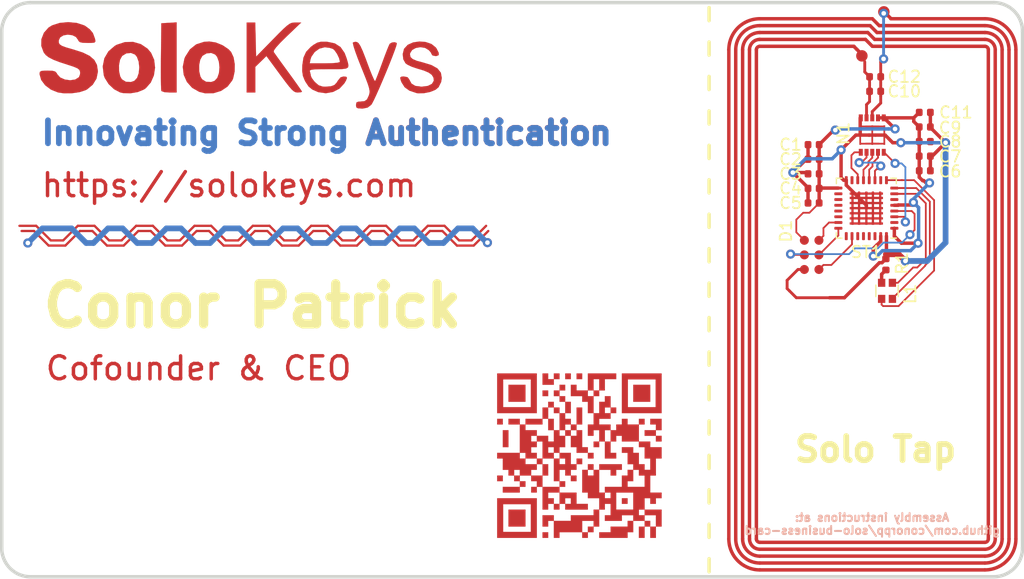
<source format=kicad_pcb>
(kicad_pcb (version 20171130) (host pcbnew "(5.1.4)-1")

  (general
    (thickness 1.6)
    (drawings 22)
    (tracks 332)
    (zones 0)
    (modules 24)
    (nets 32)
  )

  (page A4)
  (layers
    (0 F.Cu signal)
    (31 B.Cu signal)
    (32 B.Adhes user)
    (33 F.Adhes user)
    (34 B.Paste user)
    (35 F.Paste user)
    (36 B.SilkS user)
    (37 F.SilkS user)
    (38 B.Mask user)
    (39 F.Mask user)
    (40 Dwgs.User user)
    (41 Cmts.User user)
    (42 Eco1.User user)
    (43 Eco2.User user)
    (44 Edge.Cuts user)
    (45 Margin user)
    (46 B.CrtYd user)
    (47 F.CrtYd user)
    (48 B.Fab user)
    (49 F.Fab user)
  )

  (setup
    (last_trace_width 0.5)
    (user_trace_width 0.1524)
    (user_trace_width 0.3)
    (user_trace_width 0.5)
    (trace_clearance 0.2)
    (zone_clearance 0.508)
    (zone_45_only no)
    (trace_min 0.1524)
    (via_size 0.8)
    (via_drill 0.4)
    (via_min_size 0.4)
    (via_min_drill 0.3)
    (uvia_size 0.3)
    (uvia_drill 0.1)
    (uvias_allowed no)
    (uvia_min_size 0.2)
    (uvia_min_drill 0.1)
    (edge_width 0.05)
    (segment_width 0.1524)
    (pcb_text_width 0.3)
    (pcb_text_size 1.5 1.5)
    (mod_edge_width 0.12)
    (mod_text_size 1 1)
    (mod_text_width 0.15)
    (pad_size 1.524 1.524)
    (pad_drill 0.762)
    (pad_to_mask_clearance 0.051)
    (solder_mask_min_width 0.25)
    (aux_axis_origin 0 0)
    (visible_elements 7FFFF7FF)
    (pcbplotparams
      (layerselection 0x010fc_ffffffff)
      (usegerberextensions false)
      (usegerberattributes false)
      (usegerberadvancedattributes false)
      (creategerberjobfile false)
      (excludeedgelayer true)
      (linewidth 0.100000)
      (plotframeref false)
      (viasonmask false)
      (mode 1)
      (useauxorigin false)
      (hpglpennumber 1)
      (hpglpenspeed 20)
      (hpglpendiameter 15.000000)
      (psnegative false)
      (psa4output false)
      (plotreference true)
      (plotvalue true)
      (plotinvisibletext false)
      (padsonsilk false)
      (subtractmaskfromsilk false)
      (outputformat 1)
      (mirror false)
      (drillshape 1)
      (scaleselection 1)
      (outputdirectory ""))
  )

  (net 0 "")
  (net 1 "Net-(AE1-Pad1)")
  (net 2 "Net-(AE1-Pad2)")
  (net 3 +3V3)
  (net 4 GNDREF)
  (net 5 "Net-(D1-Pad2)")
  (net 6 /nRESET)
  (net 7 "Net-(D1-Pad4)")
  (net 8 "Net-(D1-Pad6)")
  (net 9 "Net-(L1-Pad4)")
  (net 10 "Net-(L1-Pad3)")
  (net 11 "Net-(L1-Pad2)")
  (net 12 "Net-(L1-Pad1)")
  (net 13 "Net-(N1-Pad6)")
  (net 14 "Net-(N1-Pad7)")
  (net 15 "Net-(N1-Pad8)")
  (net 16 "Net-(N1-Pad9)")
  (net 17 /AMS_IRQ)
  (net 18 "Net-(ST1-Pad2)")
  (net 19 "Net-(ST1-Pad6)")
  (net 20 "Net-(ST1-Pad10)")
  (net 21 "Net-(ST1-Pad15)")
  (net 22 "Net-(ST1-Pad18)")
  (net 23 "Net-(ST1-Pad19)")
  (net 24 "Net-(ST1-Pad20)")
  (net 25 "Net-(ST1-Pad25)")
  (net 26 "Net-(ST1-Pad27)")
  (net 27 "Net-(ST1-Pad28)")
  (net 28 "Net-(ST1-Pad29)")
  (net 29 "Net-(ST1-Pad30)")
  (net 30 /demo+)
  (net 31 /demo-)

  (net_class Default "This is the default net class."
    (clearance 0.2)
    (trace_width 0.25)
    (via_dia 0.8)
    (via_drill 0.4)
    (uvia_dia 0.3)
    (uvia_drill 0.1)
    (add_net +3V3)
    (add_net /AMS_IRQ)
    (add_net /demo+)
    (add_net /demo-)
    (add_net /nRESET)
    (add_net GNDREF)
    (add_net "Net-(AE1-Pad1)")
    (add_net "Net-(AE1-Pad2)")
    (add_net "Net-(D1-Pad2)")
    (add_net "Net-(D1-Pad4)")
    (add_net "Net-(D1-Pad6)")
    (add_net "Net-(L1-Pad1)")
    (add_net "Net-(L1-Pad2)")
    (add_net "Net-(L1-Pad3)")
    (add_net "Net-(L1-Pad4)")
    (add_net "Net-(N1-Pad6)")
    (add_net "Net-(N1-Pad7)")
    (add_net "Net-(N1-Pad8)")
    (add_net "Net-(N1-Pad9)")
    (add_net "Net-(ST1-Pad10)")
    (add_net "Net-(ST1-Pad15)")
    (add_net "Net-(ST1-Pad18)")
    (add_net "Net-(ST1-Pad19)")
    (add_net "Net-(ST1-Pad2)")
    (add_net "Net-(ST1-Pad20)")
    (add_net "Net-(ST1-Pad25)")
    (add_net "Net-(ST1-Pad27)")
    (add_net "Net-(ST1-Pad28)")
    (add_net "Net-(ST1-Pad29)")
    (add_net "Net-(ST1-Pad30)")
    (add_net "Net-(ST1-Pad6)")
  )

  (net_class Digital ""
    (clearance 0.1524)
    (trace_width 0.1524)
    (via_dia 0.8)
    (via_drill 0.4)
    (uvia_dia 0.3)
    (uvia_drill 0.1)
  )

  (module solo:NFC_CLASS_4 (layer F.Cu) (tedit 5DC8904C) (tstamp 5DCCA0DA)
    (at 151.5 76.5 90)
    (path /5DCEF118)
    (fp_text reference AE1 (at -1.524 0.8255 90) (layer F.Fab)
      (effects (font (size 1 1) (thickness 0.15)))
    )
    (fp_text value Antenna_Loop (at 1.27 -1.0795 90) (layer F.Fab)
      (effects (font (size 1 1) (thickness 0.15)))
    )
    (fp_line (start -21.604 -9.7766) (end -21.604 9.8234) (layer F.Cu) (width 0.3))
    (fp_arc (start -21.303993 9.823393) (end -21.604 9.8234) (angle -89.99734692) (layer F.Cu) (width 0.3))
    (fp_line (start -21.304 10.1234) (end 21.296 10.1234) (layer F.Cu) (width 0.3))
    (fp_line (start 21.596 -9.7766) (end 21.596 -1.5766) (layer F.Cu) (width 0.3))
    (fp_line (start -21.304 -10.0766) (end 21.296 -10.0766) (layer F.Cu) (width 0.3))
    (fp_arc (start 21.295993 -9.776593) (end 21.596 -9.7766) (angle -89.99734692) (layer F.Cu) (width 0.3))
    (fp_arc (start -21.303993 -9.776593) (end -21.304 -10.0766) (angle -89.99734692) (layer F.Cu) (width 0.3))
    (fp_arc (start -21.303965 -9.776565) (end -21.304 -11.2766) (angle -89.99734692) (layer F.Cu) (width 0.3))
    (fp_line (start 21.596 0.0234) (end 21.596 9.8234) (layer F.Cu) (width 0.3))
    (fp_line (start -22.804 -9.7766) (end -22.804 9.8234) (layer F.Cu) (width 0.3))
    (fp_arc (start -21.303979 9.823379) (end -22.204 9.8234) (angle -89.99734692) (layer F.Cu) (width 0.3))
    (fp_arc (start 21.295993 9.823393) (end 21.296 10.1234) (angle -89.99734692) (layer F.Cu) (width 0.3))
    (fp_line (start -21.304 -10.6766) (end 21.296 -10.6766) (layer F.Cu) (width 0.3))
    (fp_arc (start -21.303965 9.823365) (end -22.804 9.8234) (angle -89.99734692) (layer F.Cu) (width 0.3))
    (fp_arc (start -21.303979 -9.776579) (end -21.304 -10.6766) (angle -89.99734692) (layer F.Cu) (width 0.3))
    (fp_line (start -22.204 -9.7766) (end -22.204 9.8234) (layer F.Cu) (width 0.3))
    (fp_line (start 22.196 -9.7766) (end 22.196 -0.5766) (layer F.Cu) (width 0.3))
    (fp_arc (start 21.295979 -9.776579) (end 22.196 -9.7766) (angle -89.99734692) (layer F.Cu) (width 0.3))
    (fp_line (start 22.196 -0.5766) (end 21.596 0.0234) (layer F.Cu) (width 0.3))
    (fp_line (start -21.304 -11.2766) (end 21.296 -11.2766) (layer F.Cu) (width 0.3))
    (fp_arc (start 21.295965 -9.776565) (end 22.796 -9.7766) (angle -89.99734692) (layer F.Cu) (width 0.3))
    (fp_line (start 22.796 -0.3766) (end 22.196 0.2234) (layer F.Cu) (width 0.3))
    (fp_line (start -21.304 10.7234) (end 21.296 10.7234) (layer F.Cu) (width 0.3))
    (fp_line (start 22.196 0.2234) (end 22.196 9.8234) (layer F.Cu) (width 0.3))
    (fp_line (start 22.796 -9.7766) (end 22.796 -0.3766) (layer F.Cu) (width 0.3))
    (fp_arc (start 21.295979 9.823379) (end 21.296 10.7234) (angle -89.99734692) (layer F.Cu) (width 0.3))
    (fp_line (start 23.996 -9.7766) (end 23.996 0.0234) (layer F.Cu) (width 0.3))
    (fp_line (start 23.396 -9.7766) (end 23.396 -0.1766) (layer F.Cu) (width 0.3))
    (fp_line (start -21.304 11.9234) (end 21.296 11.9234) (layer F.Cu) (width 0.3))
    (fp_arc (start -21.303951 -9.776551) (end -21.304 -11.8766) (angle -89.99734692) (layer F.Cu) (width 0.3))
    (fp_arc (start 21.295937 -9.776537) (end 23.996 -9.7766) (angle -89.99734692) (layer F.Cu) (width 0.3))
    (fp_line (start -21.304 -12.4766) (end 21.296 -12.4766) (layer F.Cu) (width 0.3))
    (fp_line (start 23.396 -0.1766) (end 22.796 0.4234) (layer F.Cu) (width 0.3))
    (fp_line (start 23.996 0.0234) (end 23.396 0.6234) (layer F.Cu) (width 0.3))
    (fp_line (start -21.304 -11.8766) (end 21.296 -11.8766) (layer F.Cu) (width 0.3))
    (fp_arc (start -21.303951 9.823351) (end -23.404 9.8234) (angle -89.99734692) (layer F.Cu) (width 0.3))
    (fp_line (start -24.004 -9.7766) (end -24.004 9.8234) (layer F.Cu) (width 0.3))
    (fp_arc (start 21.295965 9.823365) (end 21.296 11.3234) (angle -89.99734692) (layer F.Cu) (width 0.3))
    (fp_arc (start 21.295951 -9.776551) (end 23.396 -9.7766) (angle -89.99734692) (layer F.Cu) (width 0.3))
    (fp_arc (start -21.303937 9.823337) (end -24.004 9.8234) (angle -89.99734692) (layer F.Cu) (width 0.3))
    (fp_line (start 22.796 0.4234) (end 22.796 9.8234) (layer F.Cu) (width 0.3))
    (fp_arc (start -21.303937 -9.776537) (end -21.304 -12.4766) (angle -89.99734692) (layer F.Cu) (width 0.3))
    (fp_arc (start 21.295951 9.823351) (end 21.296 11.9234) (angle -89.99734692) (layer F.Cu) (width 0.3))
    (fp_line (start -21.304 12.5234) (end 21.296 12.5234) (layer F.Cu) (width 0.3))
    (fp_arc (start 21.295937 9.823337) (end 21.296 12.5234) (angle -89.99734692) (layer F.Cu) (width 0.3))
    (fp_line (start -21.304 11.3234) (end 21.296 11.3234) (layer F.Cu) (width 0.3))
    (fp_line (start -23.404 -9.7766) (end -23.404 9.8234) (layer F.Cu) (width 0.3))
    (fp_line (start 23.396 0.6234) (end 23.396 9.8234) (layer F.Cu) (width 0.3))
    (fp_line (start 23.996 9.8234) (end 23.996 1.6234) (layer F.Cu) (width 0.3))
    (pad 1 smd circle (at 20.7645 -0.889 90) (size 1 1) (layers F.Cu F.Paste F.Mask)
      (net 1 "Net-(AE1-Pad1)"))
    (pad 2 smd circle (at 24.596 1.0234 90) (size 1 1) (layers F.Cu F.Paste F.Mask)
      (net 2 "Net-(AE1-Pad2)"))
    (pad 1 smd rect (at 24.2 1.45 225) (size 0.3 0.5) (layers F.Cu F.Paste F.Mask)
      (net 1 "Net-(AE1-Pad1)"))
    (pad 1 smd rect (at 21.45 -1.45 225) (size 0.3 0.5) (layers F.Cu F.Paste F.Mask)
      (net 1 "Net-(AE1-Pad1)"))
    (pad 1 smd rect (at 21.2 -1.2 225) (size 0.3 0.5) (layers F.Cu F.Paste F.Mask)
      (net 1 "Net-(AE1-Pad1)"))
  )

  (module solo:nfc_icon (layer F.Cu) (tedit 0) (tstamp 5DC93CDD)
    (at 152 83.5)
    (fp_text reference G*** (at 0 0) (layer F.Mask) hide
      (effects (font (size 1.524 1.524) (thickness 0.3)))
    )
    (fp_text value LOGO (at 0.75 0) (layer F.Mask) hide
      (effects (font (size 1.524 1.524) (thickness 0.3)))
    )
    (fp_poly (pts (xy -1.357313 -2.28592) (xy -1.159547 -2.282848) (xy -1.000772 -2.27183) (xy -0.856684 -2.250025)
      (xy -0.702978 -2.214593) (xy -0.667862 -2.205332) (xy -0.220604 -2.052774) (xy 0.204782 -1.840644)
      (xy 0.608115 -1.569049) (xy 0.989212 -1.238097) (xy 1.034258 -1.193581) (xy 1.36584 -0.820894)
      (xy 1.641294 -0.424502) (xy 1.859206 -0.007456) (xy 2.018163 0.427194) (xy 2.116752 0.876397)
      (xy 2.149919 1.214437) (xy 2.167716 1.5875) (xy 1.691482 1.5875) (xy 1.669291 1.31401)
      (xy 1.60198 0.860679) (xy 1.477343 0.426309) (xy 1.299069 0.015795) (xy 1.070844 -0.365968)
      (xy 0.796356 -0.714084) (xy 0.479291 -1.023658) (xy 0.123336 -1.289794) (xy -0.26782 -1.507598)
      (xy -0.542083 -1.621986) (xy -0.921707 -1.738561) (xy -1.306814 -1.809986) (xy -1.489838 -1.829246)
      (xy -1.74625 -1.85063) (xy -1.74625 -2.286) (xy -1.357313 -2.28592)) (layer F.Mask) (width 0.01))
    (fp_poly (pts (xy -1.495477 -1.353467) (xy -1.079022 -1.288061) (xy -0.683418 -1.165782) (xy -0.313143 -0.99111)
      (xy 0.027327 -0.768524) (xy 0.333514 -0.502505) (xy 0.600939 -0.197533) (xy 0.825124 0.141913)
      (xy 1.001593 0.511353) (xy 1.125867 0.906307) (xy 1.193469 1.322295) (xy 1.194831 1.338111)
      (xy 1.215629 1.5875) (xy 0.707618 1.5875) (xy 0.687536 1.373187) (xy 0.628709 1.030924)
      (xy 0.519497 0.68625) (xy 0.402639 0.428625) (xy 0.266705 0.212229) (xy 0.087646 -0.008731)
      (xy -0.119086 -0.218797) (xy -0.338043 -0.402508) (xy -0.553775 -0.544407) (xy -0.588244 -0.562861)
      (xy -0.918669 -0.705786) (xy -1.263328 -0.804314) (xy -1.531938 -0.846287) (xy -1.74625 -0.866369)
      (xy -1.74625 -1.37438) (xy -1.495477 -1.353467)) (layer F.Mask) (width 0.01))
    (fp_poly (pts (xy -1.643063 -0.380449) (xy -1.474139 -0.364131) (xy -1.274279 -0.32088) (xy -1.066709 -0.256913)
      (xy -0.874651 -0.178447) (xy -0.85725 -0.170071) (xy -0.668075 -0.055643) (xy -0.471486 0.100782)
      (xy -0.28422 0.282946) (xy -0.123011 0.474595) (xy -0.005999 0.656782) (xy 0.064313 0.813575)
      (xy 0.128354 0.996662) (xy 0.180007 1.184374) (xy 0.213159 1.355042) (xy 0.22225 1.465578)
      (xy 0.22225 1.5875) (xy -0.28575 1.5875) (xy -0.28575 1.479719) (xy -0.304085 1.333162)
      (xy -0.354047 1.157577) (xy -0.428073 0.973898) (xy -0.518601 0.803062) (xy -0.545298 0.761244)
      (xy -0.726488 0.545057) (xy -0.951338 0.366594) (xy -1.207758 0.233185) (xy -1.483655 0.15216)
      (xy -1.572281 0.138703) (xy -1.746251 0.118257) (xy -1.746251 -0.131372) (xy -1.74625 -0.381)
      (xy -1.643063 -0.380449)) (layer F.Mask) (width 0.01))
    (fp_poly (pts (xy -1.596964 0.61508) (xy -1.373324 0.675231) (xy -1.171587 0.786172) (xy -1.000916 0.938845)
      (xy -0.870477 1.124189) (xy -0.789432 1.333146) (xy -0.7717 1.430921) (xy -0.753156 1.5875)
      (xy -0.930678 1.5875) (xy -1.033824 1.584892) (xy -1.097659 1.568929) (xy -1.146363 1.527399)
      (xy -1.202729 1.450106) (xy -1.369531 1.262753) (xy -1.582032 1.115721) (xy -1.63127 1.090819)
      (xy -1.746251 1.035989) (xy -1.746251 0.815303) (xy -1.74625 0.594618) (xy -1.596964 0.61508)) (layer F.Mask) (width 0.01))
  )

  (module solo:linkedin3 (layer F.Cu) (tedit 0) (tstamp 5DC936B7)
    (at 126 90.55)
    (fp_text reference G*** (at 0 0) (layer F.SilkS) hide
      (effects (font (size 1.524 1.524) (thickness 0.3)))
    )
    (fp_text value LOGO (at 0.75 0) (layer F.SilkS) hide
      (effects (font (size 1.524 1.524) (thickness 0.3)))
    )
    (fp_poly (pts (xy 6.646333 -4.219223) (xy 4.233333 -4.219223) (xy 4.233333 -6.166556) (xy 4.699 -6.166556)
      (xy 4.699 -4.684889) (xy 6.180666 -4.684889) (xy 6.180666 -6.166556) (xy 4.699 -6.166556)
      (xy 4.233333 -6.166556) (xy 4.233333 -6.632223) (xy 6.646333 -6.632223) (xy 6.646333 -4.219223)) (layer B.Mask) (width 0.01))
    (fp_poly (pts (xy -4.219223 -4.219223) (xy -6.632223 -4.219223) (xy -6.632223 -6.166556) (xy -6.166556 -6.166556)
      (xy -6.166556 -4.684889) (xy -4.684889 -4.684889) (xy -4.684889 -6.166556) (xy -6.166556 -6.166556)
      (xy -6.632223 -6.166556) (xy -6.632223 -6.632223) (xy -4.219223 -6.632223) (xy -4.219223 -4.219223)) (layer B.Mask) (width 0.01))
    (fp_poly (pts (xy -5.178778 1.735666) (xy -5.672667 1.735666) (xy -5.672667 1.241777) (xy -5.178778 1.241777)
      (xy -5.178778 1.735666)) (layer B.Mask) (width 0.01))
    (fp_poly (pts (xy -1.721556 -0.239889) (xy -1.721556 0.254) (xy -2.215445 0.254) (xy -2.215445 -0.239889)
      (xy -1.721556 -0.239889)) (layer B.Mask) (width 0.01))
    (fp_poly (pts (xy -2.215445 2.229555) (xy -1.721556 2.229555) (xy -1.721556 2.723444) (xy -3.203223 2.723444)
      (xy -3.203223 1.735666) (xy -2.709334 1.735666) (xy -2.709334 0.747889) (xy -3.203223 0.747889)
      (xy -3.203223 1.735666) (xy -4.191 1.735666) (xy -4.191 1.241777) (xy -3.697111 1.241777)
      (xy -3.697111 0.747889) (xy -4.684889 0.747889) (xy -4.684889 0.254) (xy -3.697111 0.254)
      (xy -3.697111 0.747889) (xy -3.203223 0.747889) (xy -3.203223 0.254) (xy -3.697111 0.254)
      (xy -3.697111 -0.239889) (xy -4.191 -0.239889) (xy -4.191 -0.733778) (xy -3.697111 -0.733778)
      (xy -3.697111 -1.227667) (xy -3.203223 -1.227667) (xy -3.203223 0.254) (xy -2.215445 0.254)
      (xy -2.215445 2.229555)) (layer B.Mask) (width 0.01))
    (fp_poly (pts (xy -1.227667 -1.721556) (xy -1.721556 -1.721556) (xy -1.721556 -2.215445) (xy -1.227667 -2.215445)
      (xy -1.227667 -1.721556)) (layer B.Mask) (width 0.01))
    (fp_poly (pts (xy -2.215445 -2.215445) (xy -2.215445 -1.227667) (xy -2.709334 -1.227667) (xy -2.709334 -1.721556)
      (xy -3.697111 -1.721556) (xy -3.697111 -2.215445) (xy -4.684889 -2.215445) (xy -4.684889 -2.709334)
      (xy -3.203223 -2.709334) (xy -3.203223 -3.203223) (xy -2.709334 -3.203223) (xy -2.709334 -2.215445)
      (xy -2.215445 -2.215445) (xy -2.215445 -3.203223) (xy -2.709334 -3.203223) (xy -2.709334 -4.191)
      (xy -2.215445 -4.191) (xy -2.215445 -3.697111) (xy -1.721556 -3.697111) (xy -1.721556 -2.215445)
      (xy -2.215445 -2.215445)) (layer B.Mask) (width 0.01))
    (fp_poly (pts (xy -2.709334 -0.239889) (xy -2.709334 -0.733778) (xy -2.215445 -0.733778) (xy -2.215445 -0.239889)
      (xy -2.709334 -0.239889)) (layer B.Mask) (width 0.01))
    (fp_poly (pts (xy -4.191 -1.227667) (xy -4.191 -1.721556) (xy -3.697111 -1.721556) (xy -3.697111 -1.227667)
      (xy -4.191 -1.227667)) (layer B.Mask) (width 0.01))
    (fp_poly (pts (xy -1.227667 -2.709334) (xy -0.733778 -2.709334) (xy -0.733778 -2.215445) (xy -1.227667 -2.215445)
      (xy -1.227667 -2.709334)) (layer B.Mask) (width 0.01))
    (fp_poly (pts (xy -0.239889 -1.721556) (xy -0.733778 -1.721556) (xy -0.733778 -2.215445) (xy -0.239889 -2.215445)
      (xy -0.239889 -1.721556)) (layer B.Mask) (width 0.01))
    (fp_poly (pts (xy -1.227667 0.747889) (xy -1.721556 0.747889) (xy -1.721556 0.254) (xy -1.227667 0.254)
      (xy -1.227667 0.747889)) (layer B.Mask) (width 0.01))
    (fp_poly (pts (xy -5.178778 0.254) (xy -5.178778 -0.239889) (xy -4.684889 -0.239889) (xy -4.684889 0.254)
      (xy -5.178778 0.254)) (layer B.Mask) (width 0.01))
    (fp_poly (pts (xy -0.733778 4.205111) (xy -1.227667 4.205111) (xy -1.227667 3.711222) (xy -0.733778 3.711222)
      (xy -0.733778 4.205111)) (layer B.Mask) (width 0.01))
    (fp_poly (pts (xy -1.721556 4.205111) (xy -2.215445 4.205111) (xy -2.215445 3.711222) (xy -2.709334 3.711222)
      (xy -2.709334 3.217333) (xy -1.721556 3.217333) (xy -1.721556 4.205111)) (layer B.Mask) (width 0.01))
    (fp_poly (pts (xy 1.241777 -6.660445) (xy 1.735666 -6.660445) (xy 1.735666 -5.672667) (xy 1.241777 -5.672667)
      (xy 1.241777 -6.660445)) (layer B.Mask) (width 0.01))
    (fp_poly (pts (xy 1.241777 -5.178778) (xy 0.747889 -5.178778) (xy 0.747889 -5.672667) (xy 1.241777 -5.672667)
      (xy 1.241777 -5.178778)) (layer B.Mask) (width 0.01))
    (fp_poly (pts (xy 2.723444 -3.697111) (xy 2.229555 -3.697111) (xy 2.229555 -4.191) (xy 2.723444 -4.191)
      (xy 2.723444 -3.697111)) (layer B.Mask) (width 0.01))
    (fp_poly (pts (xy 2.723444 -1.227667) (xy 2.229555 -1.227667) (xy 2.229555 -2.215445) (xy 2.723444 -2.215445)
      (xy 2.723444 -1.227667)) (layer B.Mask) (width 0.01))
    (fp_poly (pts (xy 1.241777 1.735666) (xy 0.747889 1.735666) (xy 0.747889 1.241777) (xy 1.241777 1.241777)
      (xy 1.241777 1.735666)) (layer B.Mask) (width 0.01))
    (fp_poly (pts (xy 5.192889 1.735666) (xy 5.686777 1.735666) (xy 5.686777 2.723444) (xy 4.205111 2.723444)
      (xy 4.205111 2.229555) (xy 4.699 2.229555) (xy 4.699 1.241777) (xy 5.192889 1.241777)
      (xy 5.192889 1.735666)) (layer B.Mask) (width 0.01))
    (fp_poly (pts (xy 2.723444 3.711222) (xy 2.229555 3.711222) (xy 2.229555 3.217333) (xy 2.723444 3.217333)
      (xy 2.723444 3.711222)) (layer B.Mask) (width 0.01))
    (fp_poly (pts (xy 4.699 4.699) (xy 3.217333 4.699) (xy 3.217333 3.711222) (xy 3.711222 3.711222)
      (xy 3.711222 4.205111) (xy 4.205111 4.205111) (xy 4.205111 3.711222) (xy 3.711222 3.711222)
      (xy 3.217333 3.711222) (xy 3.217333 3.217333) (xy 4.699 3.217333) (xy 4.699 4.699)) (layer B.Mask) (width 0.01))
    (fp_poly (pts (xy 5.192889 5.192889) (xy 5.192889 4.699) (xy 5.686777 4.699) (xy 5.686777 5.192889)
      (xy 5.192889 5.192889)) (layer B.Mask) (width 0.01))
    (fp_poly (pts (xy 6.674555 5.192889) (xy 6.674555 6.180666) (xy 6.180666 6.180666) (xy 6.180666 5.686777)
      (xy 5.686777 5.686777) (xy 5.686777 5.192889) (xy 6.674555 5.192889)) (layer B.Mask) (width 0.01))
    (fp_poly (pts (xy 1.241777 6.180666) (xy 0.747889 6.180666) (xy 0.747889 6.674555) (xy 0.254 6.674555)
      (xy 0.254 5.686777) (xy 1.241777 5.686777) (xy 1.241777 6.180666)) (layer B.Mask) (width 0.01))
    (fp_poly (pts (xy -4.219223 6.646333) (xy -6.632223 6.646333) (xy -6.632223 4.699) (xy -6.166556 4.699)
      (xy -6.166556 6.180666) (xy -4.684889 6.180666) (xy -4.684889 4.699) (xy -6.166556 4.699)
      (xy -6.632223 4.699) (xy -6.632223 4.233333) (xy -4.219223 4.233333) (xy -4.219223 6.646333)) (layer B.Mask) (width 0.01))
    (fp_poly (pts (xy 8.156222 8.156222) (xy -8.142111 8.156222) (xy -8.142111 3.711222) (xy -7.154334 3.711222)
      (xy -7.154334 7.168444) (xy -3.697111 7.168444) (xy -3.697111 6.674555) (xy -3.203223 6.674555)
      (xy -3.203223 7.168444) (xy -2.709334 7.168444) (xy -2.215445 7.168444) (xy -1.721556 7.168444)
      (xy -1.721556 6.674555) (xy 0.254 6.674555) (xy 0.254 7.168444) (xy 0.747889 7.168444)
      (xy 0.747889 6.674555) (xy 1.241777 6.674555) (xy 1.735666 6.674555) (xy 1.735666 7.168444)
      (xy 4.205111 7.168444) (xy 4.205111 6.674555) (xy 4.699 6.674555) (xy 4.699 6.180666)
      (xy 5.192889 6.180666) (xy 5.192889 7.168444) (xy 5.686777 7.168444) (xy 5.686777 6.180666)
      (xy 5.192889 6.180666) (xy 4.699 6.180666) (xy 4.699 5.686777) (xy 4.205111 5.686777)
      (xy 4.205111 6.180666) (xy 2.723444 6.180666) (xy 2.723444 6.674555) (xy 1.735666 6.674555)
      (xy 1.241777 6.674555) (xy 1.241777 6.180666) (xy 1.735666 6.180666) (xy 1.735666 4.699)
      (xy 1.241777 4.699) (xy 1.241777 5.192889) (xy -0.733778 5.192889) (xy -0.733778 5.686777)
      (xy -2.215445 5.686777) (xy -2.215445 7.168444) (xy -2.709334 7.168444) (xy -2.709334 6.674555)
      (xy -3.203223 6.674555) (xy -3.697111 6.674555) (xy -3.697111 5.192889) (xy -3.203223 5.192889)
      (xy -3.203223 6.180666) (xy -2.709334 6.180666) (xy -2.709334 5.686777) (xy -2.215445 5.686777)
      (xy -2.215445 5.192889) (xy -3.203223 5.192889) (xy -3.697111 5.192889) (xy -3.697111 3.711222)
      (xy -7.154334 3.711222) (xy -8.142111 3.711222) (xy -8.142111 2.723444) (xy -6.660445 2.723444)
      (xy -6.660445 3.217333) (xy -5.178778 3.217333) (xy -5.178778 2.723444) (xy -6.660445 2.723444)
      (xy -8.142111 2.723444) (xy -8.142111 1.735666) (xy -7.154334 1.735666) (xy -7.154334 2.229555)
      (xy -6.660445 2.229555) (xy -6.660445 1.735666) (xy -7.154334 1.735666) (xy -8.142111 1.735666)
      (xy -8.142111 -0.239889) (xy -7.154334 -0.239889) (xy -7.154334 0.254) (xy -6.660445 0.254)
      (xy -6.660445 1.241777) (xy -6.166556 1.241777) (xy -6.166556 1.735666) (xy -5.672667 1.735666)
      (xy -5.672667 2.229555) (xy -5.178778 2.229555) (xy -5.178778 2.723444) (xy -4.684889 2.723444)
      (xy -4.191 2.723444) (xy -4.191 3.217333) (xy -3.697111 3.217333) (xy -3.697111 2.723444)
      (xy -4.191 2.723444) (xy -4.684889 2.723444) (xy -4.684889 2.229555) (xy -5.178778 2.229555)
      (xy -5.178778 1.735666) (xy -4.191 1.735666) (xy -4.191 2.229555) (xy -3.697111 2.229555)
      (xy -3.697111 2.723444) (xy -3.203223 2.723444) (xy -3.203223 4.699) (xy -2.709334 4.699)
      (xy -2.709334 4.205111) (xy -2.215445 4.205111) (xy -2.215445 4.699) (xy -1.721556 4.699)
      (xy -1.721556 4.205111) (xy -1.227667 4.205111) (xy -1.227667 4.699) (xy 0.747889 4.699)
      (xy 0.747889 4.205111) (xy -0.239889 4.205111) (xy -0.239889 3.217333) (xy -1.721556 3.217333)
      (xy -1.721556 2.723444) (xy -1.227667 2.723444) (xy -1.227667 2.229555) (xy -0.733778 2.229555)
      (xy -0.239889 2.229555) (xy -0.239889 1.735666) (xy -0.733778 1.735666) (xy -0.733778 2.229555)
      (xy -1.227667 2.229555) (xy -1.721556 2.229555) (xy -1.721556 1.241777) (xy -1.227667 1.241777)
      (xy -1.227667 1.735666) (xy -0.733778 1.735666) (xy -0.733778 1.241777) (xy -0.239889 1.241777)
      (xy 0.254 1.241777) (xy 0.254 3.217333) (xy 0.747889 3.217333) (xy 0.747889 3.711222)
      (xy 1.735666 3.711222) (xy 1.735666 4.699) (xy 2.229555 4.699) (xy 2.229555 4.205111)
      (xy 2.723444 4.205111) (xy 2.723444 5.192889) (xy 2.229555 5.192889) (xy 2.229555 5.686777)
      (xy 3.711222 5.686777) (xy 3.711222 5.192889) (xy 4.699 5.192889) (xy 4.699 5.686777)
      (xy 5.686777 5.686777) (xy 5.686777 6.180666) (xy 6.180666 6.180666) (xy 6.180666 7.168444)
      (xy 6.674555 7.168444) (xy 6.674555 6.180666) (xy 7.168444 6.180666) (xy 7.168444 4.699)
      (xy 5.686777 4.699) (xy 5.686777 3.711222) (xy 6.180666 3.711222) (xy 6.180666 4.205111)
      (xy 6.674555 4.205111) (xy 6.674555 3.711222) (xy 7.168444 3.711222) (xy 7.168444 3.217333)
      (xy 6.180666 3.217333) (xy 6.180666 1.735666) (xy 6.674555 1.735666) (xy 6.674555 0.254)
      (xy 7.168444 0.254) (xy 7.168444 -0.733778) (xy 6.180666 -0.733778) (xy 6.180666 -1.227667)
      (xy 6.674555 -1.227667) (xy 7.168444 -1.227667) (xy 7.168444 -1.721556) (xy 6.674555 -1.721556)
      (xy 6.674555 -1.227667) (xy 6.180666 -1.227667) (xy 5.192889 -1.227667) (xy 5.192889 -0.733778)
      (xy 5.686777 -0.733778) (xy 5.686777 0.254) (xy 6.180666 0.254) (xy 6.180666 1.241777)
      (xy 5.686777 1.241777) (xy 5.686777 0.747889) (xy 5.192889 0.747889) (xy 5.192889 -0.239889)
      (xy 4.699 -0.239889) (xy 4.699 -0.733778) (xy 3.711222 -0.733778) (xy 3.711222 -0.239889)
      (xy 4.205111 -0.239889) (xy 4.205111 0.747889) (xy 4.699 0.747889) (xy 4.699 1.241777)
      (xy 4.205111 1.241777) (xy 4.205111 1.735666) (xy 3.711222 1.735666) (xy 3.711222 2.723444)
      (xy 2.229555 2.723444) (xy 2.229555 3.217333) (xy 1.735666 3.217333) (xy 1.735666 1.241777)
      (xy 1.241777 1.241777) (xy 1.241777 0.747889) (xy 1.735666 0.747889) (xy 1.735666 1.241777)
      (xy 2.723444 1.241777) (xy 2.723444 1.735666) (xy 3.217333 1.735666) (xy 3.217333 1.241777)
      (xy 3.711222 1.241777) (xy 3.711222 0.747889) (xy 1.735666 0.747889) (xy 1.241777 0.747889)
      (xy 0.747889 0.747889) (xy 0.747889 1.241777) (xy 0.254 1.241777) (xy -0.239889 1.241777)
      (xy -0.239889 0.747889) (xy -0.733778 0.747889) (xy -0.733778 0.254) (xy -0.239889 0.254)
      (xy -0.239889 0.747889) (xy 0.254 0.747889) (xy 0.254 0.254) (xy 0.747889 0.254)
      (xy 1.241777 0.254) (xy 1.241777 -0.239889) (xy 0.747889 -0.239889) (xy 0.747889 0.254)
      (xy 0.254 0.254) (xy -0.239889 0.254) (xy -0.733778 0.254) (xy -0.733778 -0.239889)
      (xy -1.721556 -0.239889) (xy -1.721556 -0.733778) (xy -1.227667 -0.733778) (xy -1.227667 -1.721556)
      (xy -0.733778 -1.721556) (xy -0.733778 -0.733778) (xy -0.239889 -0.733778) (xy -0.239889 -0.239889)
      (xy 0.747889 -0.239889) (xy 0.747889 -0.733778) (xy 0.254 -0.733778) (xy 0.254 -1.227667)
      (xy 1.241777 -1.227667) (xy 1.241777 -0.733778) (xy 1.735666 -0.733778) (xy 1.735666 -1.227667)
      (xy 1.241777 -1.227667) (xy 0.254 -1.227667) (xy 0.254 -2.215445) (xy -0.239889 -2.215445)
      (xy -0.239889 -2.709334) (xy -0.733778 -2.709334) (xy -0.733778 -3.203223) (xy -1.227667 -3.203223)
      (xy -1.227667 -3.697111) (xy -1.721556 -3.697111) (xy -1.721556 -4.191) (xy -2.215445 -4.191)
      (xy -2.215445 -4.684889) (xy -2.709334 -4.684889) (xy -2.709334 -4.191) (xy -3.203223 -4.191)
      (xy -3.203223 -3.203223) (xy -4.684889 -3.203223) (xy -4.684889 -2.709334) (xy -5.178778 -2.709334)
      (xy -5.178778 -0.239889) (xy -7.154334 -0.239889) (xy -8.142111 -0.239889) (xy -8.142111 -2.215445)
      (xy -6.660445 -2.215445) (xy -6.660445 -0.733778) (xy -6.166556 -0.733778) (xy -6.166556 -2.215445)
      (xy -6.660445 -2.215445) (xy -8.142111 -2.215445) (xy -8.142111 -3.203223) (xy -7.154334 -3.203223)
      (xy -7.154334 -2.709334) (xy -6.660445 -2.709334) (xy -6.660445 -3.203223) (xy -6.166556 -3.203223)
      (xy -6.166556 -2.709334) (xy -5.178778 -2.709334) (xy -5.178778 -3.203223) (xy -6.166556 -3.203223)
      (xy -6.660445 -3.203223) (xy -7.154334 -3.203223) (xy -8.142111 -3.203223) (xy -8.142111 -7.154334)
      (xy -7.154334 -7.154334) (xy -7.154334 -3.697111) (xy -3.697111 -3.697111) (xy -3.697111 -5.672667)
      (xy -3.203223 -5.672667) (xy -3.203223 -5.178778) (xy -2.709334 -5.178778) (xy -2.709334 -5.672667)
      (xy -2.215445 -5.672667) (xy -2.215445 -5.178778) (xy -1.721556 -5.178778) (xy -1.721556 -4.684889)
      (xy -1.227667 -4.684889) (xy -1.227667 -3.697111) (xy -0.733778 -3.697111) (xy -0.733778 -4.191)
      (xy -0.239889 -4.191) (xy -0.239889 -2.709334) (xy 0.254 -2.709334) (xy 0.747889 -2.709334)
      (xy 0.747889 -1.721556) (xy 1.241777 -1.721556) (xy 1.241777 -2.215445) (xy 1.735666 -2.215445)
      (xy 1.735666 -1.227667) (xy 2.229555 -1.227667) (xy 2.229555 0.254) (xy 3.217333 0.254)
      (xy 3.217333 -0.239889) (xy 2.723444 -0.239889) (xy 2.723444 -1.227667) (xy 3.217333 -1.227667)
      (xy 3.217333 -1.721556) (xy 3.711222 -1.721556) (xy 3.711222 -1.227667) (xy 5.192889 -1.227667)
      (xy 5.192889 -2.215445) (xy 5.686777 -2.215445) (xy 5.686777 -1.721556) (xy 6.674555 -1.721556)
      (xy 6.674555 -2.215445) (xy 5.686777 -2.215445) (xy 5.192889 -2.215445) (xy 5.192889 -2.709334)
      (xy 4.205111 -2.709334) (xy 4.205111 -3.203223) (xy 5.192889 -3.203223) (xy 5.192889 -2.709334)
      (xy 5.686777 -2.709334) (xy 5.686777 -3.203223) (xy 6.180666 -3.203223) (xy 6.180666 -2.709334)
      (xy 6.674555 -2.709334) (xy 6.674555 -2.215445) (xy 7.168444 -2.215445) (xy 7.168444 -3.203223)
      (xy 6.180666 -3.203223) (xy 5.686777 -3.203223) (xy 5.192889 -3.203223) (xy 4.205111 -3.203223)
      (xy 3.711222 -3.203223) (xy 3.711222 -2.709334) (xy 3.217333 -2.709334) (xy 3.217333 -2.215445)
      (xy 2.723444 -2.215445) (xy 2.723444 -2.709334) (xy 1.735666 -2.709334) (xy 1.735666 -3.203223)
      (xy 2.723444 -3.203223) (xy 2.723444 -3.697111) (xy 3.217333 -3.697111) (xy 3.217333 -4.191)
      (xy 2.723444 -4.191) (xy 2.723444 -5.178778) (xy 2.229555 -5.178778) (xy 2.229555 -4.684889)
      (xy 1.735666 -4.684889) (xy 1.735666 -3.697111) (xy 1.241777 -3.697111) (xy 1.241777 -2.709334)
      (xy 0.747889 -2.709334) (xy 0.254 -2.709334) (xy 0.254 -4.191) (xy -0.239889 -4.191)
      (xy -0.733778 -4.191) (xy -0.733778 -4.684889) (xy -1.227667 -4.684889) (xy -1.227667 -5.178778)
      (xy -1.721556 -5.178778) (xy -1.721556 -5.672667) (xy -2.215445 -5.672667) (xy -2.709334 -5.672667)
      (xy -3.203223 -5.672667) (xy -3.697111 -5.672667) (xy -3.697111 -7.154334) (xy -3.203223 -7.154334)
      (xy -3.203223 -6.166556) (xy -2.215445 -6.166556) (xy -1.721556 -6.166556) (xy -1.721556 -5.672667)
      (xy -1.227667 -5.672667) (xy -1.227667 -6.166556) (xy -0.733778 -6.166556) (xy -0.733778 -5.178778)
      (xy 0.254 -5.178778) (xy 0.254 -4.684889) (xy 0.747889 -4.684889) (xy 0.747889 -3.697111)
      (xy 1.241777 -3.697111) (xy 1.241777 -5.178778) (xy 1.735666 -5.178778) (xy 1.735666 -5.672667)
      (xy 2.229555 -5.672667) (xy 2.229555 -6.660445) (xy 3.217333 -6.660445) (xy 3.217333 -7.154334)
      (xy 3.711222 -7.154334) (xy 3.711222 -3.697111) (xy 7.168444 -3.697111) (xy 7.168444 -7.154334)
      (xy 3.711222 -7.154334) (xy 3.217333 -7.154334) (xy 0.747889 -7.154334) (xy 0.747889 -5.672667)
      (xy -0.239889 -5.672667) (xy -0.239889 -6.166556) (xy -0.733778 -6.166556) (xy -1.227667 -6.166556)
      (xy -1.721556 -6.166556) (xy -2.215445 -6.166556) (xy -2.215445 -6.660445) (xy -2.709334 -6.660445)
      (xy -2.709334 -7.154334) (xy -2.215445 -7.154334) (xy -2.215445 -6.660445) (xy -1.721556 -6.660445)
      (xy -1.721556 -7.154334) (xy -1.227667 -7.154334) (xy -1.227667 -6.660445) (xy -0.733778 -6.660445)
      (xy -0.733778 -7.154334) (xy -0.239889 -7.154334) (xy -0.239889 -6.660445) (xy 0.254 -6.660445)
      (xy 0.254 -7.154334) (xy -0.239889 -7.154334) (xy -0.733778 -7.154334) (xy -1.227667 -7.154334)
      (xy -1.721556 -7.154334) (xy -2.215445 -7.154334) (xy -2.709334 -7.154334) (xy -3.203223 -7.154334)
      (xy -3.697111 -7.154334) (xy -7.154334 -7.154334) (xy -8.142111 -7.154334) (xy -8.142111 -8.142111)
      (xy 8.156222 -8.142111) (xy 8.156222 8.156222)) (layer B.Mask) (width 0.01))
  )

  (module solo:linkedin2 (layer F.Cu) (tedit 0) (tstamp 5DC9357D)
    (at 126 90.55)
    (fp_text reference G*** (at 0 0) (layer F.SilkS) hide
      (effects (font (size 1.524 1.524) (thickness 0.3)))
    )
    (fp_text value LOGO (at 0.75 0) (layer F.SilkS) hide
      (effects (font (size 1.524 1.524) (thickness 0.3)))
    )
    (fp_poly (pts (xy 6.646333 -4.219223) (xy 4.233333 -4.219223) (xy 4.233333 -6.166556) (xy 4.699 -6.166556)
      (xy 4.699 -4.684889) (xy 6.180666 -4.684889) (xy 6.180666 -6.166556) (xy 4.699 -6.166556)
      (xy 4.233333 -6.166556) (xy 4.233333 -6.632223) (xy 6.646333 -6.632223) (xy 6.646333 -4.219223)) (layer F.Mask) (width 0.01))
    (fp_poly (pts (xy -4.219223 -4.219223) (xy -6.632223 -4.219223) (xy -6.632223 -6.166556) (xy -6.166556 -6.166556)
      (xy -6.166556 -4.684889) (xy -4.684889 -4.684889) (xy -4.684889 -6.166556) (xy -6.166556 -6.166556)
      (xy -6.632223 -6.166556) (xy -6.632223 -6.632223) (xy -4.219223 -6.632223) (xy -4.219223 -4.219223)) (layer F.Mask) (width 0.01))
    (fp_poly (pts (xy -5.178778 1.735666) (xy -5.672667 1.735666) (xy -5.672667 1.241777) (xy -5.178778 1.241777)
      (xy -5.178778 1.735666)) (layer F.Mask) (width 0.01))
    (fp_poly (pts (xy -1.721556 -0.239889) (xy -1.721556 0.254) (xy -2.215445 0.254) (xy -2.215445 -0.239889)
      (xy -1.721556 -0.239889)) (layer F.Mask) (width 0.01))
    (fp_poly (pts (xy -2.215445 2.229555) (xy -1.721556 2.229555) (xy -1.721556 2.723444) (xy -3.203223 2.723444)
      (xy -3.203223 1.735666) (xy -2.709334 1.735666) (xy -2.709334 0.747889) (xy -3.203223 0.747889)
      (xy -3.203223 1.735666) (xy -4.191 1.735666) (xy -4.191 1.241777) (xy -3.697111 1.241777)
      (xy -3.697111 0.747889) (xy -4.684889 0.747889) (xy -4.684889 0.254) (xy -3.697111 0.254)
      (xy -3.697111 0.747889) (xy -3.203223 0.747889) (xy -3.203223 0.254) (xy -3.697111 0.254)
      (xy -3.697111 -0.239889) (xy -4.191 -0.239889) (xy -4.191 -0.733778) (xy -3.697111 -0.733778)
      (xy -3.697111 -1.227667) (xy -3.203223 -1.227667) (xy -3.203223 0.254) (xy -2.215445 0.254)
      (xy -2.215445 2.229555)) (layer F.Mask) (width 0.01))
    (fp_poly (pts (xy -1.227667 -1.721556) (xy -1.721556 -1.721556) (xy -1.721556 -2.215445) (xy -1.227667 -2.215445)
      (xy -1.227667 -1.721556)) (layer F.Mask) (width 0.01))
    (fp_poly (pts (xy -2.215445 -2.215445) (xy -2.215445 -1.227667) (xy -2.709334 -1.227667) (xy -2.709334 -1.721556)
      (xy -3.697111 -1.721556) (xy -3.697111 -2.215445) (xy -4.684889 -2.215445) (xy -4.684889 -2.709334)
      (xy -3.203223 -2.709334) (xy -3.203223 -3.203223) (xy -2.709334 -3.203223) (xy -2.709334 -2.215445)
      (xy -2.215445 -2.215445) (xy -2.215445 -3.203223) (xy -2.709334 -3.203223) (xy -2.709334 -4.191)
      (xy -2.215445 -4.191) (xy -2.215445 -3.697111) (xy -1.721556 -3.697111) (xy -1.721556 -2.215445)
      (xy -2.215445 -2.215445)) (layer F.Mask) (width 0.01))
    (fp_poly (pts (xy -2.709334 -0.239889) (xy -2.709334 -0.733778) (xy -2.215445 -0.733778) (xy -2.215445 -0.239889)
      (xy -2.709334 -0.239889)) (layer F.Mask) (width 0.01))
    (fp_poly (pts (xy -4.191 -1.227667) (xy -4.191 -1.721556) (xy -3.697111 -1.721556) (xy -3.697111 -1.227667)
      (xy -4.191 -1.227667)) (layer F.Mask) (width 0.01))
    (fp_poly (pts (xy -1.227667 -2.709334) (xy -0.733778 -2.709334) (xy -0.733778 -2.215445) (xy -1.227667 -2.215445)
      (xy -1.227667 -2.709334)) (layer F.Mask) (width 0.01))
    (fp_poly (pts (xy -0.239889 -1.721556) (xy -0.733778 -1.721556) (xy -0.733778 -2.215445) (xy -0.239889 -2.215445)
      (xy -0.239889 -1.721556)) (layer F.Mask) (width 0.01))
    (fp_poly (pts (xy -1.227667 0.747889) (xy -1.721556 0.747889) (xy -1.721556 0.254) (xy -1.227667 0.254)
      (xy -1.227667 0.747889)) (layer F.Mask) (width 0.01))
    (fp_poly (pts (xy -5.178778 0.254) (xy -5.178778 -0.239889) (xy -4.684889 -0.239889) (xy -4.684889 0.254)
      (xy -5.178778 0.254)) (layer F.Mask) (width 0.01))
    (fp_poly (pts (xy -0.733778 4.205111) (xy -1.227667 4.205111) (xy -1.227667 3.711222) (xy -0.733778 3.711222)
      (xy -0.733778 4.205111)) (layer F.Mask) (width 0.01))
    (fp_poly (pts (xy -1.721556 4.205111) (xy -2.215445 4.205111) (xy -2.215445 3.711222) (xy -2.709334 3.711222)
      (xy -2.709334 3.217333) (xy -1.721556 3.217333) (xy -1.721556 4.205111)) (layer F.Mask) (width 0.01))
    (fp_poly (pts (xy 1.241777 -6.660445) (xy 1.735666 -6.660445) (xy 1.735666 -5.672667) (xy 1.241777 -5.672667)
      (xy 1.241777 -6.660445)) (layer F.Mask) (width 0.01))
    (fp_poly (pts (xy 1.241777 -5.178778) (xy 0.747889 -5.178778) (xy 0.747889 -5.672667) (xy 1.241777 -5.672667)
      (xy 1.241777 -5.178778)) (layer F.Mask) (width 0.01))
    (fp_poly (pts (xy 2.723444 -3.697111) (xy 2.229555 -3.697111) (xy 2.229555 -4.191) (xy 2.723444 -4.191)
      (xy 2.723444 -3.697111)) (layer F.Mask) (width 0.01))
    (fp_poly (pts (xy 2.723444 -1.227667) (xy 2.229555 -1.227667) (xy 2.229555 -2.215445) (xy 2.723444 -2.215445)
      (xy 2.723444 -1.227667)) (layer F.Mask) (width 0.01))
    (fp_poly (pts (xy 1.241777 1.735666) (xy 0.747889 1.735666) (xy 0.747889 1.241777) (xy 1.241777 1.241777)
      (xy 1.241777 1.735666)) (layer F.Mask) (width 0.01))
    (fp_poly (pts (xy 5.192889 1.735666) (xy 5.686777 1.735666) (xy 5.686777 2.723444) (xy 4.205111 2.723444)
      (xy 4.205111 2.229555) (xy 4.699 2.229555) (xy 4.699 1.241777) (xy 5.192889 1.241777)
      (xy 5.192889 1.735666)) (layer F.Mask) (width 0.01))
    (fp_poly (pts (xy 2.723444 3.711222) (xy 2.229555 3.711222) (xy 2.229555 3.217333) (xy 2.723444 3.217333)
      (xy 2.723444 3.711222)) (layer F.Mask) (width 0.01))
    (fp_poly (pts (xy 4.699 4.699) (xy 3.217333 4.699) (xy 3.217333 3.711222) (xy 3.711222 3.711222)
      (xy 3.711222 4.205111) (xy 4.205111 4.205111) (xy 4.205111 3.711222) (xy 3.711222 3.711222)
      (xy 3.217333 3.711222) (xy 3.217333 3.217333) (xy 4.699 3.217333) (xy 4.699 4.699)) (layer F.Mask) (width 0.01))
    (fp_poly (pts (xy 5.192889 5.192889) (xy 5.192889 4.699) (xy 5.686777 4.699) (xy 5.686777 5.192889)
      (xy 5.192889 5.192889)) (layer F.Mask) (width 0.01))
    (fp_poly (pts (xy 6.674555 5.192889) (xy 6.674555 6.180666) (xy 6.180666 6.180666) (xy 6.180666 5.686777)
      (xy 5.686777 5.686777) (xy 5.686777 5.192889) (xy 6.674555 5.192889)) (layer F.Mask) (width 0.01))
    (fp_poly (pts (xy 1.241777 6.180666) (xy 0.747889 6.180666) (xy 0.747889 6.674555) (xy 0.254 6.674555)
      (xy 0.254 5.686777) (xy 1.241777 5.686777) (xy 1.241777 6.180666)) (layer F.Mask) (width 0.01))
    (fp_poly (pts (xy -4.219223 6.646333) (xy -6.632223 6.646333) (xy -6.632223 4.699) (xy -6.166556 4.699)
      (xy -6.166556 6.180666) (xy -4.684889 6.180666) (xy -4.684889 4.699) (xy -6.166556 4.699)
      (xy -6.632223 4.699) (xy -6.632223 4.233333) (xy -4.219223 4.233333) (xy -4.219223 6.646333)) (layer F.Mask) (width 0.01))
    (fp_poly (pts (xy 8.156222 8.156222) (xy -8.142111 8.156222) (xy -8.142111 3.711222) (xy -7.154334 3.711222)
      (xy -7.154334 7.168444) (xy -3.697111 7.168444) (xy -3.697111 6.674555) (xy -3.203223 6.674555)
      (xy -3.203223 7.168444) (xy -2.709334 7.168444) (xy -2.215445 7.168444) (xy -1.721556 7.168444)
      (xy -1.721556 6.674555) (xy 0.254 6.674555) (xy 0.254 7.168444) (xy 0.747889 7.168444)
      (xy 0.747889 6.674555) (xy 1.241777 6.674555) (xy 1.735666 6.674555) (xy 1.735666 7.168444)
      (xy 4.205111 7.168444) (xy 4.205111 6.674555) (xy 4.699 6.674555) (xy 4.699 6.180666)
      (xy 5.192889 6.180666) (xy 5.192889 7.168444) (xy 5.686777 7.168444) (xy 5.686777 6.180666)
      (xy 5.192889 6.180666) (xy 4.699 6.180666) (xy 4.699 5.686777) (xy 4.205111 5.686777)
      (xy 4.205111 6.180666) (xy 2.723444 6.180666) (xy 2.723444 6.674555) (xy 1.735666 6.674555)
      (xy 1.241777 6.674555) (xy 1.241777 6.180666) (xy 1.735666 6.180666) (xy 1.735666 4.699)
      (xy 1.241777 4.699) (xy 1.241777 5.192889) (xy -0.733778 5.192889) (xy -0.733778 5.686777)
      (xy -2.215445 5.686777) (xy -2.215445 7.168444) (xy -2.709334 7.168444) (xy -2.709334 6.674555)
      (xy -3.203223 6.674555) (xy -3.697111 6.674555) (xy -3.697111 5.192889) (xy -3.203223 5.192889)
      (xy -3.203223 6.180666) (xy -2.709334 6.180666) (xy -2.709334 5.686777) (xy -2.215445 5.686777)
      (xy -2.215445 5.192889) (xy -3.203223 5.192889) (xy -3.697111 5.192889) (xy -3.697111 3.711222)
      (xy -7.154334 3.711222) (xy -8.142111 3.711222) (xy -8.142111 2.723444) (xy -6.660445 2.723444)
      (xy -6.660445 3.217333) (xy -5.178778 3.217333) (xy -5.178778 2.723444) (xy -6.660445 2.723444)
      (xy -8.142111 2.723444) (xy -8.142111 1.735666) (xy -7.154334 1.735666) (xy -7.154334 2.229555)
      (xy -6.660445 2.229555) (xy -6.660445 1.735666) (xy -7.154334 1.735666) (xy -8.142111 1.735666)
      (xy -8.142111 -0.239889) (xy -7.154334 -0.239889) (xy -7.154334 0.254) (xy -6.660445 0.254)
      (xy -6.660445 1.241777) (xy -6.166556 1.241777) (xy -6.166556 1.735666) (xy -5.672667 1.735666)
      (xy -5.672667 2.229555) (xy -5.178778 2.229555) (xy -5.178778 2.723444) (xy -4.684889 2.723444)
      (xy -4.191 2.723444) (xy -4.191 3.217333) (xy -3.697111 3.217333) (xy -3.697111 2.723444)
      (xy -4.191 2.723444) (xy -4.684889 2.723444) (xy -4.684889 2.229555) (xy -5.178778 2.229555)
      (xy -5.178778 1.735666) (xy -4.191 1.735666) (xy -4.191 2.229555) (xy -3.697111 2.229555)
      (xy -3.697111 2.723444) (xy -3.203223 2.723444) (xy -3.203223 4.699) (xy -2.709334 4.699)
      (xy -2.709334 4.205111) (xy -2.215445 4.205111) (xy -2.215445 4.699) (xy -1.721556 4.699)
      (xy -1.721556 4.205111) (xy -1.227667 4.205111) (xy -1.227667 4.699) (xy 0.747889 4.699)
      (xy 0.747889 4.205111) (xy -0.239889 4.205111) (xy -0.239889 3.217333) (xy -1.721556 3.217333)
      (xy -1.721556 2.723444) (xy -1.227667 2.723444) (xy -1.227667 2.229555) (xy -0.733778 2.229555)
      (xy -0.239889 2.229555) (xy -0.239889 1.735666) (xy -0.733778 1.735666) (xy -0.733778 2.229555)
      (xy -1.227667 2.229555) (xy -1.721556 2.229555) (xy -1.721556 1.241777) (xy -1.227667 1.241777)
      (xy -1.227667 1.735666) (xy -0.733778 1.735666) (xy -0.733778 1.241777) (xy -0.239889 1.241777)
      (xy 0.254 1.241777) (xy 0.254 3.217333) (xy 0.747889 3.217333) (xy 0.747889 3.711222)
      (xy 1.735666 3.711222) (xy 1.735666 4.699) (xy 2.229555 4.699) (xy 2.229555 4.205111)
      (xy 2.723444 4.205111) (xy 2.723444 5.192889) (xy 2.229555 5.192889) (xy 2.229555 5.686777)
      (xy 3.711222 5.686777) (xy 3.711222 5.192889) (xy 4.699 5.192889) (xy 4.699 5.686777)
      (xy 5.686777 5.686777) (xy 5.686777 6.180666) (xy 6.180666 6.180666) (xy 6.180666 7.168444)
      (xy 6.674555 7.168444) (xy 6.674555 6.180666) (xy 7.168444 6.180666) (xy 7.168444 4.699)
      (xy 5.686777 4.699) (xy 5.686777 3.711222) (xy 6.180666 3.711222) (xy 6.180666 4.205111)
      (xy 6.674555 4.205111) (xy 6.674555 3.711222) (xy 7.168444 3.711222) (xy 7.168444 3.217333)
      (xy 6.180666 3.217333) (xy 6.180666 1.735666) (xy 6.674555 1.735666) (xy 6.674555 0.254)
      (xy 7.168444 0.254) (xy 7.168444 -0.733778) (xy 6.180666 -0.733778) (xy 6.180666 -1.227667)
      (xy 6.674555 -1.227667) (xy 7.168444 -1.227667) (xy 7.168444 -1.721556) (xy 6.674555 -1.721556)
      (xy 6.674555 -1.227667) (xy 6.180666 -1.227667) (xy 5.192889 -1.227667) (xy 5.192889 -0.733778)
      (xy 5.686777 -0.733778) (xy 5.686777 0.254) (xy 6.180666 0.254) (xy 6.180666 1.241777)
      (xy 5.686777 1.241777) (xy 5.686777 0.747889) (xy 5.192889 0.747889) (xy 5.192889 -0.239889)
      (xy 4.699 -0.239889) (xy 4.699 -0.733778) (xy 3.711222 -0.733778) (xy 3.711222 -0.239889)
      (xy 4.205111 -0.239889) (xy 4.205111 0.747889) (xy 4.699 0.747889) (xy 4.699 1.241777)
      (xy 4.205111 1.241777) (xy 4.205111 1.735666) (xy 3.711222 1.735666) (xy 3.711222 2.723444)
      (xy 2.229555 2.723444) (xy 2.229555 3.217333) (xy 1.735666 3.217333) (xy 1.735666 1.241777)
      (xy 1.241777 1.241777) (xy 1.241777 0.747889) (xy 1.735666 0.747889) (xy 1.735666 1.241777)
      (xy 2.723444 1.241777) (xy 2.723444 1.735666) (xy 3.217333 1.735666) (xy 3.217333 1.241777)
      (xy 3.711222 1.241777) (xy 3.711222 0.747889) (xy 1.735666 0.747889) (xy 1.241777 0.747889)
      (xy 0.747889 0.747889) (xy 0.747889 1.241777) (xy 0.254 1.241777) (xy -0.239889 1.241777)
      (xy -0.239889 0.747889) (xy -0.733778 0.747889) (xy -0.733778 0.254) (xy -0.239889 0.254)
      (xy -0.239889 0.747889) (xy 0.254 0.747889) (xy 0.254 0.254) (xy 0.747889 0.254)
      (xy 1.241777 0.254) (xy 1.241777 -0.239889) (xy 0.747889 -0.239889) (xy 0.747889 0.254)
      (xy 0.254 0.254) (xy -0.239889 0.254) (xy -0.733778 0.254) (xy -0.733778 -0.239889)
      (xy -1.721556 -0.239889) (xy -1.721556 -0.733778) (xy -1.227667 -0.733778) (xy -1.227667 -1.721556)
      (xy -0.733778 -1.721556) (xy -0.733778 -0.733778) (xy -0.239889 -0.733778) (xy -0.239889 -0.239889)
      (xy 0.747889 -0.239889) (xy 0.747889 -0.733778) (xy 0.254 -0.733778) (xy 0.254 -1.227667)
      (xy 1.241777 -1.227667) (xy 1.241777 -0.733778) (xy 1.735666 -0.733778) (xy 1.735666 -1.227667)
      (xy 1.241777 -1.227667) (xy 0.254 -1.227667) (xy 0.254 -2.215445) (xy -0.239889 -2.215445)
      (xy -0.239889 -2.709334) (xy -0.733778 -2.709334) (xy -0.733778 -3.203223) (xy -1.227667 -3.203223)
      (xy -1.227667 -3.697111) (xy -1.721556 -3.697111) (xy -1.721556 -4.191) (xy -2.215445 -4.191)
      (xy -2.215445 -4.684889) (xy -2.709334 -4.684889) (xy -2.709334 -4.191) (xy -3.203223 -4.191)
      (xy -3.203223 -3.203223) (xy -4.684889 -3.203223) (xy -4.684889 -2.709334) (xy -5.178778 -2.709334)
      (xy -5.178778 -0.239889) (xy -7.154334 -0.239889) (xy -8.142111 -0.239889) (xy -8.142111 -2.215445)
      (xy -6.660445 -2.215445) (xy -6.660445 -0.733778) (xy -6.166556 -0.733778) (xy -6.166556 -2.215445)
      (xy -6.660445 -2.215445) (xy -8.142111 -2.215445) (xy -8.142111 -3.203223) (xy -7.154334 -3.203223)
      (xy -7.154334 -2.709334) (xy -6.660445 -2.709334) (xy -6.660445 -3.203223) (xy -6.166556 -3.203223)
      (xy -6.166556 -2.709334) (xy -5.178778 -2.709334) (xy -5.178778 -3.203223) (xy -6.166556 -3.203223)
      (xy -6.660445 -3.203223) (xy -7.154334 -3.203223) (xy -8.142111 -3.203223) (xy -8.142111 -7.154334)
      (xy -7.154334 -7.154334) (xy -7.154334 -3.697111) (xy -3.697111 -3.697111) (xy -3.697111 -5.672667)
      (xy -3.203223 -5.672667) (xy -3.203223 -5.178778) (xy -2.709334 -5.178778) (xy -2.709334 -5.672667)
      (xy -2.215445 -5.672667) (xy -2.215445 -5.178778) (xy -1.721556 -5.178778) (xy -1.721556 -4.684889)
      (xy -1.227667 -4.684889) (xy -1.227667 -3.697111) (xy -0.733778 -3.697111) (xy -0.733778 -4.191)
      (xy -0.239889 -4.191) (xy -0.239889 -2.709334) (xy 0.254 -2.709334) (xy 0.747889 -2.709334)
      (xy 0.747889 -1.721556) (xy 1.241777 -1.721556) (xy 1.241777 -2.215445) (xy 1.735666 -2.215445)
      (xy 1.735666 -1.227667) (xy 2.229555 -1.227667) (xy 2.229555 0.254) (xy 3.217333 0.254)
      (xy 3.217333 -0.239889) (xy 2.723444 -0.239889) (xy 2.723444 -1.227667) (xy 3.217333 -1.227667)
      (xy 3.217333 -1.721556) (xy 3.711222 -1.721556) (xy 3.711222 -1.227667) (xy 5.192889 -1.227667)
      (xy 5.192889 -2.215445) (xy 5.686777 -2.215445) (xy 5.686777 -1.721556) (xy 6.674555 -1.721556)
      (xy 6.674555 -2.215445) (xy 5.686777 -2.215445) (xy 5.192889 -2.215445) (xy 5.192889 -2.709334)
      (xy 4.205111 -2.709334) (xy 4.205111 -3.203223) (xy 5.192889 -3.203223) (xy 5.192889 -2.709334)
      (xy 5.686777 -2.709334) (xy 5.686777 -3.203223) (xy 6.180666 -3.203223) (xy 6.180666 -2.709334)
      (xy 6.674555 -2.709334) (xy 6.674555 -2.215445) (xy 7.168444 -2.215445) (xy 7.168444 -3.203223)
      (xy 6.180666 -3.203223) (xy 5.686777 -3.203223) (xy 5.192889 -3.203223) (xy 4.205111 -3.203223)
      (xy 3.711222 -3.203223) (xy 3.711222 -2.709334) (xy 3.217333 -2.709334) (xy 3.217333 -2.215445)
      (xy 2.723444 -2.215445) (xy 2.723444 -2.709334) (xy 1.735666 -2.709334) (xy 1.735666 -3.203223)
      (xy 2.723444 -3.203223) (xy 2.723444 -3.697111) (xy 3.217333 -3.697111) (xy 3.217333 -4.191)
      (xy 2.723444 -4.191) (xy 2.723444 -5.178778) (xy 2.229555 -5.178778) (xy 2.229555 -4.684889)
      (xy 1.735666 -4.684889) (xy 1.735666 -3.697111) (xy 1.241777 -3.697111) (xy 1.241777 -2.709334)
      (xy 0.747889 -2.709334) (xy 0.254 -2.709334) (xy 0.254 -4.191) (xy -0.239889 -4.191)
      (xy -0.733778 -4.191) (xy -0.733778 -4.684889) (xy -1.227667 -4.684889) (xy -1.227667 -5.178778)
      (xy -1.721556 -5.178778) (xy -1.721556 -5.672667) (xy -2.215445 -5.672667) (xy -2.709334 -5.672667)
      (xy -3.203223 -5.672667) (xy -3.697111 -5.672667) (xy -3.697111 -7.154334) (xy -3.203223 -7.154334)
      (xy -3.203223 -6.166556) (xy -2.215445 -6.166556) (xy -1.721556 -6.166556) (xy -1.721556 -5.672667)
      (xy -1.227667 -5.672667) (xy -1.227667 -6.166556) (xy -0.733778 -6.166556) (xy -0.733778 -5.178778)
      (xy 0.254 -5.178778) (xy 0.254 -4.684889) (xy 0.747889 -4.684889) (xy 0.747889 -3.697111)
      (xy 1.241777 -3.697111) (xy 1.241777 -5.178778) (xy 1.735666 -5.178778) (xy 1.735666 -5.672667)
      (xy 2.229555 -5.672667) (xy 2.229555 -6.660445) (xy 3.217333 -6.660445) (xy 3.217333 -7.154334)
      (xy 3.711222 -7.154334) (xy 3.711222 -3.697111) (xy 7.168444 -3.697111) (xy 7.168444 -7.154334)
      (xy 3.711222 -7.154334) (xy 3.217333 -7.154334) (xy 0.747889 -7.154334) (xy 0.747889 -5.672667)
      (xy -0.239889 -5.672667) (xy -0.239889 -6.166556) (xy -0.733778 -6.166556) (xy -1.227667 -6.166556)
      (xy -1.721556 -6.166556) (xy -2.215445 -6.166556) (xy -2.215445 -6.660445) (xy -2.709334 -6.660445)
      (xy -2.709334 -7.154334) (xy -2.215445 -7.154334) (xy -2.215445 -6.660445) (xy -1.721556 -6.660445)
      (xy -1.721556 -7.154334) (xy -1.227667 -7.154334) (xy -1.227667 -6.660445) (xy -0.733778 -6.660445)
      (xy -0.733778 -7.154334) (xy -0.239889 -7.154334) (xy -0.239889 -6.660445) (xy 0.254 -6.660445)
      (xy 0.254 -7.154334) (xy -0.239889 -7.154334) (xy -0.733778 -7.154334) (xy -1.227667 -7.154334)
      (xy -1.721556 -7.154334) (xy -2.215445 -7.154334) (xy -2.709334 -7.154334) (xy -3.203223 -7.154334)
      (xy -3.697111 -7.154334) (xy -7.154334 -7.154334) (xy -8.142111 -7.154334) (xy -8.142111 -8.142111)
      (xy 8.156222 -8.142111) (xy 8.156222 8.156222)) (layer F.Mask) (width 0.01))
  )

  (module solo:linkedin (layer F.Cu) (tedit 0) (tstamp 5DC932E3)
    (at 126 90.55)
    (fp_text reference G*** (at 0 0) (layer F.SilkS) hide
      (effects (font (size 1.524 1.524) (thickness 0.3)))
    )
    (fp_text value LOGO (at 0.75 0) (layer F.SilkS) hide
      (effects (font (size 1.524 1.524) (thickness 0.3)))
    )
    (fp_poly (pts (xy 6.180666 -4.684889) (xy 4.699 -4.684889) (xy 4.699 -6.166556) (xy 6.180666 -6.166556)
      (xy 6.180666 -4.684889)) (layer F.Cu) (width 0.01))
    (fp_poly (pts (xy -4.684889 -4.684889) (xy -6.166556 -4.684889) (xy -6.166556 -6.166556) (xy -4.684889 -6.166556)
      (xy -4.684889 -4.684889)) (layer F.Cu) (width 0.01))
    (fp_poly (pts (xy -2.215445 -2.215445) (xy -2.709334 -2.215445) (xy -2.709334 -3.203223) (xy -2.215445 -3.203223)
      (xy -2.215445 -2.215445)) (layer F.Cu) (width 0.01))
    (fp_poly (pts (xy -3.697111 0.747889) (xy -3.697111 0.254) (xy -3.203223 0.254) (xy -3.203223 0.747889)
      (xy -3.697111 0.747889)) (layer F.Cu) (width 0.01))
    (fp_poly (pts (xy -2.709334 0.747889) (xy -2.709334 1.735666) (xy -3.203223 1.735666) (xy -3.203223 0.747889)
      (xy -2.709334 0.747889)) (layer F.Cu) (width 0.01))
    (fp_poly (pts (xy 4.205111 4.205111) (xy 3.711222 4.205111) (xy 3.711222 3.711222) (xy 4.205111 3.711222)
      (xy 4.205111 4.205111)) (layer F.Cu) (width 0.01))
    (fp_poly (pts (xy -4.684889 6.180666) (xy -6.166556 6.180666) (xy -6.166556 4.699) (xy -4.684889 4.699)
      (xy -4.684889 6.180666)) (layer F.Cu) (width 0.01))
    (fp_poly (pts (xy 0.254 -6.660445) (xy -0.239889 -6.660445) (xy -0.239889 -7.154334) (xy 0.254 -7.154334)
      (xy 0.254 -6.660445)) (layer F.Cu) (width 0.01))
    (fp_poly (pts (xy -0.733778 -6.660445) (xy -1.227667 -6.660445) (xy -1.227667 -7.154334) (xy -0.733778 -7.154334)
      (xy -0.733778 -6.660445)) (layer F.Cu) (width 0.01))
    (fp_poly (pts (xy -2.215445 -6.166556) (xy -3.203223 -6.166556) (xy -3.203223 -7.154334) (xy -2.709334 -7.154334)
      (xy -2.709334 -6.660445) (xy -2.215445 -6.660445) (xy -2.215445 -6.166556)) (layer F.Cu) (width 0.01))
    (fp_poly (pts (xy -2.215445 -7.154334) (xy -1.721556 -7.154334) (xy -1.721556 -6.660445) (xy -2.215445 -6.660445)
      (xy -2.215445 -7.154334)) (layer F.Cu) (width 0.01))
    (fp_poly (pts (xy -2.709334 -5.178778) (xy -3.203223 -5.178778) (xy -3.203223 -5.672667) (xy -2.709334 -5.672667)
      (xy -2.709334 -5.178778)) (layer F.Cu) (width 0.01))
    (fp_poly (pts (xy 7.168444 -3.697111) (xy 3.711222 -3.697111) (xy 3.711222 -6.632223) (xy 4.233333 -6.632223)
      (xy 4.233333 -4.219223) (xy 6.646333 -4.219223) (xy 6.646333 -6.632223) (xy 4.233333 -6.632223)
      (xy 3.711222 -6.632223) (xy 3.711222 -7.154334) (xy 7.168444 -7.154334) (xy 7.168444 -3.697111)) (layer F.Cu) (width 0.01))
    (fp_poly (pts (xy -3.697111 -3.697111) (xy -7.154334 -3.697111) (xy -7.154334 -6.632223) (xy -6.632223 -6.632223)
      (xy -6.632223 -4.219223) (xy -4.219223 -4.219223) (xy -4.219223 -6.632223) (xy -6.632223 -6.632223)
      (xy -7.154334 -6.632223) (xy -7.154334 -7.154334) (xy -3.697111 -7.154334) (xy -3.697111 -3.697111)) (layer F.Cu) (width 0.01))
    (fp_poly (pts (xy -6.660445 -2.709334) (xy -7.154334 -2.709334) (xy -7.154334 -3.203223) (xy -6.660445 -3.203223)
      (xy -6.660445 -2.709334)) (layer F.Cu) (width 0.01))
    (fp_poly (pts (xy 5.686777 -1.721556) (xy 5.686777 -2.215445) (xy 6.674555 -2.215445) (xy 6.674555 -1.721556)
      (xy 5.686777 -1.721556)) (layer F.Cu) (width 0.01))
    (fp_poly (pts (xy 6.674555 -2.709334) (xy 6.180666 -2.709334) (xy 6.180666 -3.203223) (xy 7.168444 -3.203223)
      (xy 7.168444 -2.215445) (xy 6.674555 -2.215445) (xy 6.674555 -2.709334)) (layer F.Cu) (width 0.01))
    (fp_poly (pts (xy 7.168444 -1.721556) (xy 7.168444 -1.227667) (xy 6.674555 -1.227667) (xy 6.674555 -1.721556)
      (xy 7.168444 -1.721556)) (layer F.Cu) (width 0.01))
    (fp_poly (pts (xy -6.166556 -0.733778) (xy -6.660445 -0.733778) (xy -6.660445 -2.215445) (xy -6.166556 -2.215445)
      (xy -6.166556 -0.733778)) (layer F.Cu) (width 0.01))
    (fp_poly (pts (xy -6.660445 2.229555) (xy -7.154334 2.229555) (xy -7.154334 1.735666) (xy -6.660445 1.735666)
      (xy -6.660445 2.229555)) (layer F.Cu) (width 0.01))
    (fp_poly (pts (xy -0.239889 -2.215445) (xy -0.733778 -2.215445) (xy -0.733778 -1.721556) (xy -1.227667 -1.721556)
      (xy -1.227667 -0.733778) (xy -1.721556 -0.733778) (xy -1.721556 -0.239889) (xy -0.733778 -0.239889)
      (xy -0.733778 0.747889) (xy -0.239889 0.747889) (xy -0.239889 1.241777) (xy -0.733778 1.241777)
      (xy -0.733778 1.735666) (xy -1.227667 1.735666) (xy -1.227667 1.241777) (xy -1.721556 1.241777)
      (xy -1.721556 2.229555) (xy -2.215445 2.229555) (xy -2.215445 0.254) (xy -1.721556 0.254)
      (xy -1.721556 0.747889) (xy -1.227667 0.747889) (xy -1.227667 0.254) (xy -1.721556 0.254)
      (xy -1.721556 -0.239889) (xy -2.215445 -0.239889) (xy -2.215445 0.254) (xy -3.203223 0.254)
      (xy -3.203223 -0.733778) (xy -2.709334 -0.733778) (xy -2.709334 -0.239889) (xy -2.215445 -0.239889)
      (xy -2.215445 -0.733778) (xy -2.709334 -0.733778) (xy -3.203223 -0.733778) (xy -3.203223 -1.227667)
      (xy -3.697111 -1.227667) (xy -3.697111 -1.721556) (xy -2.709334 -1.721556) (xy -2.709334 -1.227667)
      (xy -2.215445 -1.227667) (xy -2.215445 -2.215445) (xy -1.721556 -2.215445) (xy -1.721556 -1.721556)
      (xy -1.227667 -1.721556) (xy -1.227667 -2.215445) (xy -1.721556 -2.215445) (xy -1.721556 -2.709334)
      (xy -1.227667 -2.709334) (xy -1.227667 -2.215445) (xy -0.733778 -2.215445) (xy -0.733778 -2.709334)
      (xy -1.227667 -2.709334) (xy -1.721556 -2.709334) (xy -1.721556 -3.697111) (xy -1.227667 -3.697111)
      (xy -1.227667 -3.203223) (xy -0.733778 -3.203223) (xy -0.733778 -2.709334) (xy -0.239889 -2.709334)
      (xy -0.239889 -2.215445)) (layer F.Cu) (width 0.01))
    (fp_poly (pts (xy -0.239889 -0.239889) (xy -0.239889 -0.733778) (xy -0.733778 -0.733778) (xy -0.733778 -1.721556)
      (xy -0.239889 -1.721556) (xy -0.239889 -2.215445) (xy 0.254 -2.215445) (xy 0.254 -0.733778)
      (xy 0.747889 -0.733778) (xy 0.747889 -0.239889) (xy -0.239889 -0.239889)) (layer F.Cu) (width 0.01))
    (fp_poly (pts (xy -0.239889 -4.191) (xy 0.254 -4.191) (xy 0.254 -2.709334) (xy -0.239889 -2.709334)
      (xy -0.239889 -4.191)) (layer F.Cu) (width 0.01))
    (fp_poly (pts (xy 1.241777 -0.239889) (xy 1.241777 0.254) (xy 0.747889 0.254) (xy 0.747889 -0.239889)
      (xy 1.241777 -0.239889)) (layer F.Cu) (width 0.01))
    (fp_poly (pts (xy -1.721556 4.699) (xy -2.215445 4.699) (xy -2.215445 4.205111) (xy -1.721556 4.205111)
      (xy -1.721556 4.699)) (layer F.Cu) (width 0.01))
    (fp_poly (pts (xy -2.709334 4.205111) (xy -2.709334 4.699) (xy -3.203223 4.699) (xy -3.203223 2.723444)
      (xy -1.721556 2.723444) (xy -1.721556 3.217333) (xy -2.709334 3.217333) (xy -2.709334 3.711222)
      (xy -2.215445 3.711222) (xy -2.215445 4.205111) (xy -2.709334 4.205111)) (layer F.Cu) (width 0.01))
    (fp_poly (pts (xy -0.239889 0.254) (xy 0.254 0.254) (xy 0.254 0.747889) (xy -0.239889 0.747889)
      (xy -0.239889 0.254)) (layer F.Cu) (width 0.01))
    (fp_poly (pts (xy -3.697111 2.229555) (xy -4.191 2.229555) (xy -4.191 1.735666) (xy -3.203223 1.735666)
      (xy -3.203223 2.723444) (xy -3.697111 2.723444) (xy -3.697111 2.229555)) (layer F.Cu) (width 0.01))
    (fp_poly (pts (xy -1.721556 3.217333) (xy -0.239889 3.217333) (xy -0.239889 4.205111) (xy 0.747889 4.205111)
      (xy 0.747889 4.699) (xy -1.227667 4.699) (xy -1.227667 4.205111) (xy -1.721556 4.205111)
      (xy -1.721556 3.711222) (xy -1.227667 3.711222) (xy -1.227667 4.205111) (xy -0.733778 4.205111)
      (xy -0.733778 3.711222) (xy -1.227667 3.711222) (xy -1.721556 3.711222) (xy -1.721556 3.217333)) (layer F.Cu) (width 0.01))
    (fp_poly (pts (xy -1.721556 2.229555) (xy -1.227667 2.229555) (xy -1.227667 2.723444) (xy -1.721556 2.723444)
      (xy -1.721556 2.229555)) (layer F.Cu) (width 0.01))
    (fp_poly (pts (xy -0.239889 1.735666) (xy -0.239889 2.229555) (xy -0.733778 2.229555) (xy -0.733778 1.735666)
      (xy -0.239889 1.735666)) (layer F.Cu) (width 0.01))
    (fp_poly (pts (xy -3.697111 3.217333) (xy -4.191 3.217333) (xy -4.191 2.723444) (xy -3.697111 2.723444)
      (xy -3.697111 3.217333)) (layer F.Cu) (width 0.01))
    (fp_poly (pts (xy -5.178778 2.229555) (xy -4.684889 2.229555) (xy -4.684889 2.723444) (xy -5.178778 2.723444)
      (xy -5.178778 2.229555)) (layer F.Cu) (width 0.01))
    (fp_poly (pts (xy -5.672667 2.229555) (xy -5.672667 1.735666) (xy -6.166556 1.735666) (xy -6.166556 1.241777)
      (xy -5.672667 1.241777) (xy -5.672667 1.735666) (xy -5.178778 1.735666) (xy -5.178778 1.241777)
      (xy -5.672667 1.241777) (xy -6.166556 1.241777) (xy -6.660445 1.241777) (xy -6.660445 0.254)
      (xy -7.154334 0.254) (xy -7.154334 -0.239889) (xy -5.178778 -0.239889) (xy -5.178778 0.254)
      (xy -4.684889 0.254) (xy -4.684889 0.747889) (xy -3.697111 0.747889) (xy -3.697111 1.241777)
      (xy -4.191 1.241777) (xy -4.191 1.735666) (xy -5.178778 1.735666) (xy -5.178778 2.229555)
      (xy -5.672667 2.229555)) (layer F.Cu) (width 0.01))
    (fp_poly (pts (xy -5.178778 -2.709334) (xy -4.684889 -2.709334) (xy -4.684889 -2.215445) (xy -3.697111 -2.215445)
      (xy -3.697111 -1.721556) (xy -4.191 -1.721556) (xy -4.191 -1.227667) (xy -3.697111 -1.227667)
      (xy -3.697111 -0.733778) (xy -4.191 -0.733778) (xy -4.191 -0.239889) (xy -3.697111 -0.239889)
      (xy -3.697111 0.254) (xy -4.684889 0.254) (xy -4.684889 -0.239889) (xy -5.178778 -0.239889)
      (xy -5.178778 -2.709334)) (layer F.Cu) (width 0.01))
    (fp_poly (pts (xy -5.178778 3.217333) (xy -6.660445 3.217333) (xy -6.660445 2.723444) (xy -5.178778 2.723444)
      (xy -5.178778 3.217333)) (layer F.Cu) (width 0.01))
    (fp_poly (pts (xy -4.684889 -3.203223) (xy -3.203223 -3.203223) (xy -3.203223 -2.709334) (xy -4.684889 -2.709334)
      (xy -4.684889 -3.203223)) (layer F.Cu) (width 0.01))
    (fp_poly (pts (xy -3.203223 -4.191) (xy -2.709334 -4.191) (xy -2.709334 -3.203223) (xy -3.203223 -3.203223)
      (xy -3.203223 -4.191)) (layer F.Cu) (width 0.01))
    (fp_poly (pts (xy -2.709334 -4.684889) (xy -2.215445 -4.684889) (xy -2.215445 -4.191) (xy -2.709334 -4.191)
      (xy -2.709334 -4.684889)) (layer F.Cu) (width 0.01))
    (fp_poly (pts (xy -1.227667 -4.684889) (xy -0.733778 -4.684889) (xy -0.733778 -3.697111) (xy -1.227667 -3.697111)
      (xy -1.227667 -4.684889)) (layer F.Cu) (width 0.01))
    (fp_poly (pts (xy -1.721556 -4.684889) (xy -1.721556 -5.178778) (xy -1.227667 -5.178778) (xy -1.227667 -4.684889)
      (xy -1.721556 -4.684889)) (layer F.Cu) (width 0.01))
    (fp_poly (pts (xy -2.215445 -5.178778) (xy -2.215445 -5.672667) (xy -1.721556 -5.672667) (xy -1.721556 -5.178778)
      (xy -2.215445 -5.178778)) (layer F.Cu) (width 0.01))
    (fp_poly (pts (xy -1.721556 -6.166556) (xy -1.227667 -6.166556) (xy -1.227667 -5.672667) (xy -1.721556 -5.672667)
      (xy -1.721556 -6.166556)) (layer F.Cu) (width 0.01))
    (fp_poly (pts (xy -6.166556 -2.709334) (xy -6.166556 -3.203223) (xy -5.178778 -3.203223) (xy -5.178778 -2.709334)
      (xy -6.166556 -2.709334)) (layer F.Cu) (width 0.01))
    (fp_poly (pts (xy -2.215445 -3.697111) (xy -2.215445 -4.191) (xy -1.721556 -4.191) (xy -1.721556 -3.697111)
      (xy -2.215445 -3.697111)) (layer F.Cu) (width 0.01))
    (fp_poly (pts (xy 4.699 5.192889) (xy 3.711222 5.192889) (xy 3.711222 5.686777) (xy 2.229555 5.686777)
      (xy 2.229555 5.192889) (xy 2.723444 5.192889) (xy 2.723444 4.205111) (xy 2.229555 4.205111)
      (xy 2.229555 4.699) (xy 1.735666 4.699) (xy 1.735666 3.711222) (xy 0.747889 3.711222)
      (xy 0.747889 3.217333) (xy 0.254 3.217333) (xy 0.254 1.241777) (xy 0.747889 1.241777)
      (xy 0.747889 1.735666) (xy 1.241777 1.735666) (xy 1.241777 1.241777) (xy 0.747889 1.241777)
      (xy 0.747889 0.747889) (xy 1.241777 0.747889) (xy 1.241777 1.241777) (xy 1.735666 1.241777)
      (xy 1.735666 3.217333) (xy 2.229555 3.217333) (xy 2.229555 3.711222) (xy 2.723444 3.711222)
      (xy 2.723444 3.217333) (xy 3.217333 3.217333) (xy 3.217333 4.699) (xy 4.699 4.699)
      (xy 4.699 3.217333) (xy 3.217333 3.217333) (xy 2.723444 3.217333) (xy 2.229555 3.217333)
      (xy 2.229555 2.723444) (xy 3.711222 2.723444) (xy 3.711222 2.229555) (xy 4.205111 2.229555)
      (xy 4.205111 2.723444) (xy 5.686777 2.723444) (xy 5.686777 1.735666) (xy 5.192889 1.735666)
      (xy 5.192889 1.241777) (xy 4.699 1.241777) (xy 4.699 2.229555) (xy 4.205111 2.229555)
      (xy 3.711222 2.229555) (xy 3.711222 1.735666) (xy 4.205111 1.735666) (xy 4.205111 1.241777)
      (xy 4.699 1.241777) (xy 4.699 0.747889) (xy 4.205111 0.747889) (xy 4.205111 -0.239889)
      (xy 3.711222 -0.239889) (xy 3.711222 -0.733778) (xy 4.699 -0.733778) (xy 4.699 -0.239889)
      (xy 5.192889 -0.239889) (xy 5.192889 0.747889) (xy 5.686777 0.747889) (xy 5.686777 1.241777)
      (xy 6.180666 1.241777) (xy 6.180666 0.254) (xy 5.686777 0.254) (xy 5.686777 -0.733778)
      (xy 5.192889 -0.733778) (xy 5.192889 -1.227667) (xy 6.180666 -1.227667) (xy 6.180666 -0.733778)
      (xy 7.168444 -0.733778) (xy 7.168444 0.254) (xy 6.674555 0.254) (xy 6.674555 1.735666)
      (xy 6.180666 1.735666) (xy 6.180666 3.217333) (xy 7.168444 3.217333) (xy 7.168444 3.711222)
      (xy 6.674555 3.711222) (xy 6.674555 4.205111) (xy 6.180666 4.205111) (xy 6.180666 3.711222)
      (xy 5.686777 3.711222) (xy 5.686777 4.699) (xy 5.192889 4.699) (xy 5.192889 5.192889)
      (xy 5.686777 5.192889) (xy 5.686777 5.686777) (xy 4.699 5.686777) (xy 4.699 5.192889)) (layer F.Cu) (width 0.01))
    (fp_poly (pts (xy 2.723444 -3.203223) (xy 1.735666 -3.203223) (xy 1.735666 -2.709334) (xy 2.723444 -2.709334)
      (xy 2.723444 -2.215445) (xy 3.217333 -2.215445) (xy 3.217333 -2.709334) (xy 3.711222 -2.709334)
      (xy 3.711222 -3.203223) (xy 4.205111 -3.203223) (xy 4.205111 -2.709334) (xy 5.192889 -2.709334)
      (xy 5.192889 -1.227667) (xy 3.711222 -1.227667) (xy 3.711222 -1.721556) (xy 3.217333 -1.721556)
      (xy 3.217333 -1.227667) (xy 2.723444 -1.227667) (xy 2.723444 -0.239889) (xy 3.217333 -0.239889)
      (xy 3.217333 0.254) (xy 2.229555 0.254) (xy 2.229555 -1.227667) (xy 1.735666 -1.227667)
      (xy 1.735666 -2.215445) (xy 2.229555 -2.215445) (xy 2.229555 -1.227667) (xy 2.723444 -1.227667)
      (xy 2.723444 -2.215445) (xy 2.229555 -2.215445) (xy 1.735666 -2.215445) (xy 1.241777 -2.215445)
      (xy 1.241777 -1.721556) (xy 0.747889 -1.721556) (xy 0.747889 -2.709334) (xy 1.241777 -2.709334)
      (xy 1.241777 -3.697111) (xy 1.735666 -3.697111) (xy 1.735666 -4.684889) (xy 2.229555 -4.684889)
      (xy 2.229555 -5.178778) (xy 2.723444 -5.178778) (xy 2.723444 -4.191) (xy 2.229555 -4.191)
      (xy 2.229555 -3.697111) (xy 2.723444 -3.697111) (xy 2.723444 -3.203223)) (layer F.Cu) (width 0.01))
    (fp_poly (pts (xy -0.733778 5.686777) (xy 0.254 5.686777) (xy 0.254 6.674555) (xy 0.747889 6.674555)
      (xy 0.747889 6.180666) (xy 1.241777 6.180666) (xy 1.241777 5.686777) (xy 0.254 5.686777)
      (xy -0.733778 5.686777) (xy -0.733778 5.192889) (xy 1.241777 5.192889) (xy 1.241777 4.699)
      (xy 1.735666 4.699) (xy 1.735666 6.180666) (xy 1.241777 6.180666) (xy 1.241777 6.674555)
      (xy 0.747889 6.674555) (xy 0.747889 7.168444) (xy 0.254 7.168444) (xy 0.254 6.674555)
      (xy -1.721556 6.674555) (xy -1.721556 7.168444) (xy -2.215445 7.168444) (xy -2.215445 5.686777)
      (xy -0.733778 5.686777)) (layer F.Cu) (width 0.01))
    (fp_poly (pts (xy 4.699 6.674555) (xy 4.205111 6.674555) (xy 4.205111 7.168444) (xy 1.735666 7.168444)
      (xy 1.735666 6.674555) (xy 2.723444 6.674555) (xy 2.723444 6.180666) (xy 4.205111 6.180666)
      (xy 4.205111 5.686777) (xy 4.699 5.686777) (xy 4.699 6.674555)) (layer F.Cu) (width 0.01))
    (fp_poly (pts (xy 2.723444 -4.191) (xy 3.217333 -4.191) (xy 3.217333 -3.697111) (xy 2.723444 -3.697111)
      (xy 2.723444 -4.191)) (layer F.Cu) (width 0.01))
    (fp_poly (pts (xy -2.709334 5.686777) (xy -2.709334 6.180666) (xy -3.203223 6.180666) (xy -3.203223 5.192889)
      (xy -2.215445 5.192889) (xy -2.215445 5.686777) (xy -2.709334 5.686777)) (layer F.Cu) (width 0.01))
    (fp_poly (pts (xy 5.192889 -3.203223) (xy 5.686777 -3.203223) (xy 5.686777 -2.709334) (xy 5.192889 -2.709334)
      (xy 5.192889 -3.203223)) (layer F.Cu) (width 0.01))
    (fp_poly (pts (xy 1.735666 0.747889) (xy 3.711222 0.747889) (xy 3.711222 1.241777) (xy 3.217333 1.241777)
      (xy 3.217333 1.735666) (xy 2.723444 1.735666) (xy 2.723444 1.241777) (xy 1.735666 1.241777)
      (xy 1.735666 0.747889)) (layer F.Cu) (width 0.01))
    (fp_poly (pts (xy 0.747889 -3.697111) (xy 0.747889 -4.684889) (xy 0.254 -4.684889) (xy 0.254 -5.178778)
      (xy -0.733778 -5.178778) (xy -0.733778 -6.166556) (xy -0.239889 -6.166556) (xy -0.239889 -5.672667)
      (xy 0.747889 -5.672667) (xy 0.747889 -5.178778) (xy 1.241777 -5.178778) (xy 1.241777 -5.672667)
      (xy 0.747889 -5.672667) (xy 0.747889 -6.660445) (xy 1.241777 -6.660445) (xy 1.241777 -5.672667)
      (xy 1.735666 -5.672667) (xy 1.735666 -6.660445) (xy 1.241777 -6.660445) (xy 0.747889 -6.660445)
      (xy 0.747889 -7.154334) (xy 3.217333 -7.154334) (xy 3.217333 -6.660445) (xy 2.229555 -6.660445)
      (xy 2.229555 -5.672667) (xy 1.735666 -5.672667) (xy 1.735666 -5.178778) (xy 1.241777 -5.178778)
      (xy 1.241777 -3.697111) (xy 0.747889 -3.697111)) (layer F.Cu) (width 0.01))
    (fp_poly (pts (xy 5.686777 5.686777) (xy 6.180666 5.686777) (xy 6.180666 6.180666) (xy 5.686777 6.180666)
      (xy 5.686777 5.686777)) (layer F.Cu) (width 0.01))
    (fp_poly (pts (xy 6.674555 6.180666) (xy 6.674555 7.168444) (xy 6.180666 7.168444) (xy 6.180666 6.180666)
      (xy 6.674555 6.180666)) (layer F.Cu) (width 0.01))
    (fp_poly (pts (xy 6.674555 5.192889) (xy 5.686777 5.192889) (xy 5.686777 4.699) (xy 7.168444 4.699)
      (xy 7.168444 6.180666) (xy 6.674555 6.180666) (xy 6.674555 5.192889)) (layer F.Cu) (width 0.01))
    (fp_poly (pts (xy 1.735666 -0.733778) (xy 1.241777 -0.733778) (xy 1.241777 -1.227667) (xy 1.735666 -1.227667)
      (xy 1.735666 -0.733778)) (layer F.Cu) (width 0.01))
    (fp_poly (pts (xy 5.686777 7.168444) (xy 5.192889 7.168444) (xy 5.192889 6.180666) (xy 5.686777 6.180666)
      (xy 5.686777 7.168444)) (layer F.Cu) (width 0.01))
    (fp_poly (pts (xy -2.709334 7.168444) (xy -3.203223 7.168444) (xy -3.203223 6.674555) (xy -2.709334 6.674555)
      (xy -2.709334 7.168444)) (layer F.Cu) (width 0.01))
    (fp_poly (pts (xy -3.697111 7.168444) (xy -7.154334 7.168444) (xy -7.154334 4.233333) (xy -6.632223 4.233333)
      (xy -6.632223 6.646333) (xy -4.219223 6.646333) (xy -4.219223 4.233333) (xy -6.632223 4.233333)
      (xy -7.154334 4.233333) (xy -7.154334 3.711222) (xy -3.697111 3.711222) (xy -3.697111 7.168444)) (layer F.Cu) (width 0.01))
  )

  (module solo:solo_logo (layer F.Cu) (tedit 0) (tstamp 5DC91B91)
    (at 87.1 55.75)
    (fp_text reference G*** (at 16.64 -12.15) (layer F.Mask) hide
      (effects (font (size 1.524 1.524) (thickness 0.3)))
    )
    (fp_text value LOGO (at 9.02 -12.15) (layer F.Mask) hide
      (effects (font (size 1.524 1.524) (thickness 0.3)))
    )
    (fp_poly (pts (xy 3.81 3.175) (xy 3.171014 3.175) (xy 2.742157 3.14374) (xy 2.507337 3.056411)
      (xy 2.479378 3.01625) (xy 2.465224 2.847863) (xy 2.454716 2.464041) (xy 2.448211 1.903328)
      (xy 2.446062 1.204266) (xy 2.448625 0.405399) (xy 2.451614 0) (xy 2.4765 -2.8575)
      (xy 3.81 -2.934274) (xy 3.81 3.175)) (layer F.Mask) (width 0.01))
    (fp_poly (pts (xy 7.570292 -1.087377) (xy 8.151765 -0.751406) (xy 8.474386 -0.417917) (xy 8.756454 0.136968)
      (xy 8.885882 0.803369) (xy 8.856265 1.485121) (xy 8.661198 2.08606) (xy 8.643348 2.118773)
      (xy 8.192445 2.677574) (xy 7.595232 3.062229) (xy 6.906945 3.253173) (xy 6.182821 3.230839)
      (xy 5.801843 3.125264) (xy 5.152915 2.776758) (xy 4.708318 2.283883) (xy 4.460613 1.635449)
      (xy 4.411293 1.13708) (xy 5.755889 1.13708) (xy 5.837054 1.620792) (xy 5.997348 1.988125)
      (xy 6.033664 2.033286) (xy 6.380818 2.253336) (xy 6.78662 2.283902) (xy 7.157465 2.130771)
      (xy 7.323995 1.953517) (xy 7.502209 1.516058) (xy 7.548069 1.010403) (xy 7.475516 0.506386)
      (xy 7.298493 0.073842) (xy 7.030943 -0.217393) (xy 6.8769 -0.285856) (xy 6.498214 -0.266457)
      (xy 6.126369 -0.057759) (xy 5.870886 0.256502) (xy 5.763838 0.645985) (xy 5.755889 1.13708)
      (xy 4.411293 1.13708) (xy 4.39931 1.016) (xy 4.446844 0.438588) (xy 4.582824 -0.033628)
      (xy 4.609869 -0.088685) (xy 5.0292 -0.630244) (xy 5.588856 -1.005488) (xy 6.234889 -1.209822)
      (xy 6.913351 -1.238651) (xy 7.570292 -1.087377)) (layer F.Mask) (width 0.01))
    (fp_poly (pts (xy 0.679221 -1.046962) (xy 1.254048 -0.680073) (xy 1.534046 -0.366892) (xy 1.781832 0.167668)
      (xy 1.892154 0.820613) (xy 1.861603 1.494585) (xy 1.686773 2.092229) (xy 1.624268 2.211271)
      (xy 1.198221 2.702978) (xy 0.612905 3.05412) (xy -0.065724 3.241561) (xy -0.771709 3.242164)
      (xy -1.104091 3.168333) (xy -1.636314 2.89176) (xy -2.111074 2.443049) (xy -2.451108 1.903291)
      (xy -2.536138 1.665342) (xy -2.625044 0.902716) (xy -2.604519 0.80053) (xy -1.21439 0.80053)
      (xy -1.209966 1.315948) (xy -1.106805 1.773427) (xy -0.964567 2.018666) (xy -0.60303 2.244243)
      (xy -0.16193 2.262152) (xy 0.131035 2.15684) (xy 0.369078 1.899292) (xy 0.512358 1.483758)
      (xy 0.558877 0.988703) (xy 0.506638 0.492596) (xy 0.353643 0.073903) (xy 0.189197 -0.128081)
      (xy -0.165215 -0.273238) (xy -0.57461 -0.230164) (xy -0.933098 -0.012348) (xy -1.121595 0.325117)
      (xy -1.21439 0.80053) (xy -2.604519 0.80053) (xy -2.483389 0.197483) (xy -2.127563 -0.412109)
      (xy -1.573955 -0.887811) (xy -1.400815 -0.984251) (xy -0.706506 -1.211313) (xy 0.006271 -1.228129)
      (xy 0.679221 -1.046962)) (layer F.Mask) (width 0.01))
    (fp_poly (pts (xy -5.098214 -2.905407) (xy -4.483328 -2.778419) (xy -4.20111 -2.657423) (xy -3.718014 -2.298324)
      (xy -3.41177 -1.830681) (xy -3.295386 -1.500936) (xy -3.192731 -1.143) (xy -3.937308 -1.143)
      (xy -4.37151 -1.156771) (xy -4.615886 -1.210435) (xy -4.733709 -1.322517) (xy -4.758166 -1.383342)
      (xy -4.952875 -1.654303) (xy -5.280911 -1.81498) (xy -5.668658 -1.865429) (xy -6.042497 -1.805705)
      (xy -6.328812 -1.635861) (xy -6.451671 -1.382088) (xy -6.44866 -1.153361) (xy -6.349143 -0.982095)
      (xy -6.111602 -0.840169) (xy -5.694523 -0.699458) (xy -5.279736 -0.588215) (xy -4.427818 -0.329655)
      (xy -3.804276 -0.037658) (xy -3.383732 0.310064) (xy -3.140805 0.735803) (xy -3.050117 1.261849)
      (xy -3.048 1.371912) (xy -3.168425 1.962418) (xy -3.503405 2.494764) (xy -4.013499 2.909355)
      (xy -4.094798 2.953659) (xy -4.624725 3.136195) (xy -5.288032 3.237154) (xy -5.974458 3.246756)
      (xy -6.521964 3.168934) (xy -7.135929 2.923549) (xy -7.638643 2.546006) (xy -7.984199 2.083142)
      (xy -8.126687 1.581799) (xy -8.128001 1.530306) (xy -8.099498 1.380376) (xy -7.97369 1.302116)
      (xy -7.690131 1.273101) (xy -7.426357 1.27) (xy -7.014128 1.28257) (xy -6.782364 1.338444)
      (xy -6.658042 1.464868) (xy -6.608733 1.575051) (xy -6.380061 1.854215) (xy -5.995878 2.037629)
      (xy -5.54036 2.113606) (xy -5.097683 2.070459) (xy -4.752022 1.896502) (xy -4.698027 1.840326)
      (xy -4.597985 1.580563) (xy -4.594001 1.37224) (xy -4.655295 1.208313) (xy -4.819327 1.072116)
      (xy -5.136116 0.934127) (xy -5.588 0.785603) (xy -6.343185 0.541455) (xy -6.893171 0.332612)
      (xy -7.280286 0.1374) (xy -7.546857 -0.065853) (xy -7.735211 -0.298821) (xy -7.749167 -0.321006)
      (xy -7.967619 -0.894103) (xy -7.96145 -1.484789) (xy -7.748252 -2.034172) (xy -7.345616 -2.483363)
      (xy -7.048346 -2.667075) (xy -6.476294 -2.850059) (xy -5.794393 -2.929395) (xy -5.098214 -2.905407)) (layer F.Mask) (width 0.01))
  )

  (module solo:logo (layer F.Cu) (tedit 0) (tstamp 5DC91B28)
    (at 96.52 55.88)
    (fp_text reference G*** (at 0 0) (layer F.SilkS) hide
      (effects (font (size 1.524 1.524) (thickness 0.3)))
    )
    (fp_text value LOGO (at 0.75 0) (layer F.SilkS) hide
      (effects (font (size 1.524 1.524) (thickness 0.3)))
    )
    (fp_poly (pts (xy 1.297719 -1.561828) (xy 1.3335 -0.075655) (xy 2.785682 -1.561828) (xy 3.329261 -2.114796)
      (xy 3.731758 -2.510541) (xy 4.027807 -2.775251) (xy 4.252042 -2.935114) (xy 4.439096 -3.016318)
      (xy 4.623605 -3.045051) (xy 4.751156 -3.048) (xy 5.264448 -3.048) (xy 4.015076 -1.852265)
      (xy 3.454263 -1.299519) (xy 3.082612 -0.894365) (xy 2.890877 -0.625808) (xy 2.867058 -0.487015)
      (xy 2.974248 -0.329987) (xy 3.203567 -0.007835) (xy 3.526608 0.439976) (xy 3.914966 0.973984)
      (xy 4.151205 1.297082) (xy 4.554573 1.851809) (xy 4.898836 2.333086) (xy 5.158449 2.70457)
      (xy 5.307867 2.929921) (xy 5.334 2.979832) (xy 5.223368 3.027568) (xy 4.956556 3.047989)
      (xy 4.949636 3.048) (xy 4.788705 3.029674) (xy 4.629207 2.954714) (xy 4.441857 2.793139)
      (xy 4.197373 2.514972) (xy 3.86647 2.090236) (xy 3.419866 1.488951) (xy 3.399076 1.46066)
      (xy 2.23288 -0.126679) (xy 1.75144 0.343435) (xy 1.27 0.813548) (xy 1.27 3.048)
      (xy 0.508 3.048) (xy 0.508 -3.048) (xy 1.261939 -3.048) (xy 1.297719 -1.561828)) (layer F.Cu) (width 0.01))
    (fp_poly (pts (xy -5.588 3.048) (xy -6.226986 3.048) (xy -6.654649 3.01675) (xy -6.893221 2.929959)
      (xy -6.923273 2.88925) (xy -6.938572 2.720867) (xy -6.949713 2.337055) (xy -6.956341 1.776355)
      (xy -6.9581 1.077308) (xy -6.954637 0.278457) (xy -6.951037 -0.127) (xy -6.9215 -2.9845)
      (xy -5.588 -3.061274) (xy -5.588 3.048)) (layer F.Cu) (width 0.01))
    (fp_poly (pts (xy 16.106148 -1.349052) (xy 16.607922 -1.175404) (xy 16.984637 -0.874222) (xy 17.056259 -0.770531)
      (xy 17.234211 -0.413043) (xy 17.237151 -0.211265) (xy 17.059825 -0.131968) (xy 16.9545 -0.127)
      (xy 16.715827 -0.170474) (xy 16.637 -0.254) (xy 16.555026 -0.429205) (xy 16.383 -0.635)
      (xy 16.043543 -0.8402) (xy 15.63889 -0.900229) (xy 15.240135 -0.831214) (xy 14.918373 -0.649284)
      (xy 14.744698 -0.370565) (xy 14.732 -0.26048) (xy 14.786101 -0.034979) (xy 14.975385 0.141283)
      (xy 15.340319 0.293129) (xy 15.85933 0.431055) (xy 16.612912 0.661807) (xy 17.129863 0.954315)
      (xy 17.422937 1.322129) (xy 17.504886 1.778802) (xy 17.452445 2.123882) (xy 17.224528 2.588411)
      (xy 16.953852 2.813032) (xy 16.50011 2.996328) (xy 15.957136 3.105869) (xy 15.455131 3.119404)
      (xy 15.3035 3.095063) (xy 14.690048 2.889162) (xy 14.273385 2.594043) (xy 14.000275 2.165255)
      (xy 13.916246 1.93675) (xy 13.88388 1.736157) (xy 14.004666 1.660563) (xy 14.206883 1.651)
      (xy 14.528712 1.71718) (xy 14.668261 1.904248) (xy 14.865872 2.270066) (xy 15.199481 2.473061)
      (xy 15.714499 2.53975) (xy 15.757071 2.54) (xy 16.287509 2.475001) (xy 16.647714 2.294336)
      (xy 16.809893 2.019501) (xy 16.779471 1.749237) (xy 16.633806 1.511679) (xy 16.36154 1.31233)
      (xy 15.919612 1.127469) (xy 15.330248 0.950901) (xy 14.885396 0.800528) (xy 14.512205 0.622149)
      (xy 14.345998 0.502998) (xy 14.151691 0.150891) (xy 14.103526 -0.301226) (xy 14.212176 -0.738503)
      (xy 14.227764 -0.769035) (xy 14.540123 -1.105158) (xy 15.003283 -1.313893) (xy 15.54828 -1.395203)
      (xy 16.106148 -1.349052)) (layer F.Cu) (width 0.01))
    (fp_poly (pts (xy 7.431604 -1.374423) (xy 7.524879 -1.368377) (xy 8.185404 -1.231904) (xy 8.683601 -0.914208)
      (xy 9.042936 -0.395546) (xy 9.210485 0.049671) (xy 9.32313 0.428977) (xy 9.375744 0.693542)
      (xy 9.335495 0.86396) (xy 9.169551 0.960825) (xy 8.845082 1.004729) (xy 8.329255 1.016268)
      (xy 7.669912 1.016) (xy 6.974889 1.019009) (xy 6.497478 1.030986) (xy 6.201331 1.056352)
      (xy 6.050103 1.099531) (xy 6.007445 1.164946) (xy 6.018912 1.216887) (xy 6.088474 1.49322)
      (xy 6.096 1.584456) (xy 6.177042 1.775209) (xy 6.3797 2.05036) (xy 6.464453 2.145569)
      (xy 6.785012 2.421225) (xy 7.127546 2.52963) (xy 7.343066 2.54) (xy 7.83299 2.510264)
      (xy 8.149522 2.397136) (xy 8.368784 2.164735) (xy 8.453458 2.016609) (xy 8.69453 1.723765)
      (xy 8.956761 1.651) (xy 9.185573 1.674934) (xy 9.251973 1.778587) (xy 9.161191 2.009736)
      (xy 9.022141 2.248084) (xy 8.605615 2.702539) (xy 8.044475 2.99772) (xy 7.40805 3.111269)
      (xy 6.765664 3.020826) (xy 6.698046 2.997621) (xy 6.225672 2.787604) (xy 5.90359 2.524282)
      (xy 5.636237 2.122439) (xy 5.565278 1.987461) (xy 5.409087 1.598051) (xy 5.34761 1.175859)
      (xy 5.358242 0.678583) (xy 5.38399 0.508) (xy 6.004222 0.508) (xy 7.320111 0.508)
      (xy 7.950904 0.495801) (xy 8.390514 0.460912) (xy 8.613274 0.405888) (xy 8.636 0.37692)
      (xy 8.563969 0.064091) (xy 8.388399 -0.305633) (xy 8.170073 -0.620863) (xy 8.0201 -0.751778)
      (xy 7.718503 -0.84555) (xy 7.330478 -0.888685) (xy 7.298302 -0.889) (xy 6.843887 -0.774192)
      (xy 6.433447 -0.474337) (xy 6.143546 -0.056288) (xy 6.065497 0.187459) (xy 6.004222 0.508)
      (xy 5.38399 0.508) (xy 5.459229 0.009543) (xy 5.6929 -0.500575) (xy 6.103335 -0.930893)
      (xy 6.361677 -1.12249) (xy 6.671744 -1.299139) (xy 6.991589 -1.375338) (xy 7.431604 -1.374423)) (layer F.Cu) (width 0.01))
    (fp_poly (pts (xy -2.170622 -1.305407) (xy -1.576344 -1.063527) (xy -1.068539 -0.720708) (xy -0.838867 -0.474883)
      (xy -0.627764 -0.012441) (xy -0.525642 0.585601) (xy -0.536141 1.22372) (xy -0.662904 1.806388)
      (xy -0.744613 1.997917) (xy -1.149833 2.52897) (xy -1.714092 2.90597) (xy -2.381004 3.109431)
      (xy -3.094181 3.119863) (xy -3.6195 2.991508) (xy -4.237276 2.639625) (xy -4.694902 2.125494)
      (xy -4.972637 1.498533) (xy -5.050739 0.808158) (xy -5.023738 0.67353) (xy -3.62739 0.67353)
      (xy -3.622966 1.188948) (xy -3.519805 1.646427) (xy -3.377567 1.891666) (xy -3.01603 2.117243)
      (xy -2.57493 2.135152) (xy -2.281965 2.02984) (xy -2.043922 1.772292) (xy -1.900642 1.356758)
      (xy -1.854123 0.861703) (xy -1.906362 0.365596) (xy -2.059357 -0.053097) (xy -2.223803 -0.255081)
      (xy -2.578215 -0.400238) (xy -2.98761 -0.357164) (xy -3.346098 -0.139348) (xy -3.534595 0.198117)
      (xy -3.62739 0.67353) (xy -5.023738 0.67353) (xy -4.909466 0.103786) (xy -4.839965 -0.0635)
      (xy -4.427886 -0.712416) (xy -3.886426 -1.143733) (xy -3.20573 -1.363738) (xy -2.749143 -1.397)
      (xy -2.170622 -1.305407)) (layer F.Cu) (width 0.01))
    (fp_poly (pts (xy -8.695128 -1.161101) (xy -8.116968 -0.768774) (xy -7.809829 -0.402765) (xy -7.541752 0.208264)
      (xy -7.465663 0.885249) (xy -7.568938 1.563563) (xy -7.838951 2.17858) (xy -8.263076 2.665673)
      (xy -8.432797 2.786148) (xy -8.971489 3.008064) (xy -9.619934 3.116895) (xy -10.253416 3.097232)
      (xy -10.502091 3.04183) (xy -11.035025 2.76434) (xy -11.510082 2.314817) (xy -11.849903 1.774483)
      (xy -11.934138 1.538342) (xy -12.023044 0.775716) (xy -12.001405 0.667984) (xy -10.607756 0.667984)
      (xy -10.603992 1.182498) (xy -10.503763 1.640976) (xy -10.35826 1.896426) (xy -10.00019 2.118057)
      (xy -9.560995 2.135243) (xy -9.266965 2.02984) (xy -9.028922 1.772292) (xy -8.885642 1.356758)
      (xy -8.839123 0.861703) (xy -8.891362 0.365596) (xy -9.044357 -0.053097) (xy -9.208803 -0.255081)
      (xy -9.563236 -0.400253) (xy -9.972578 -0.357109) (xy -10.331098 -0.139059) (xy -10.516358 0.194957)
      (xy -10.607756 0.667984) (xy -12.001405 0.667984) (xy -11.881389 0.070483) (xy -11.525563 -0.539109)
      (xy -10.971955 -1.014811) (xy -10.798815 -1.111251) (xy -10.088297 -1.344723) (xy -9.369653 -1.357212)
      (xy -8.695128 -1.161101)) (layer F.Cu) (width 0.01))
    (fp_poly (pts (xy -14.289551 -3.010434) (xy -13.649206 -2.804152) (xy -13.537481 -2.744236) (xy -13.158965 -2.463134)
      (xy -12.899664 -2.157422) (xy -12.856323 -2.068605) (xy -12.699573 -1.641808) (xy -12.653747 -1.402462)
      (xy -12.750899 -1.29657) (xy -13.023084 -1.270138) (xy -13.330428 -1.27) (xy -13.766141 -1.28358)
      (xy -14.011822 -1.33656) (xy -14.130566 -1.447306) (xy -14.156166 -1.510342) (xy -14.352152 -1.78451)
      (xy -14.680968 -1.945427) (xy -15.069052 -1.993683) (xy -15.442844 -1.929868) (xy -15.728785 -1.754571)
      (xy -15.850862 -1.49675) (xy -15.851146 -1.293586) (xy -15.769295 -1.13928) (xy -15.564146 -1.007624)
      (xy -15.194537 -0.872413) (xy -14.619305 -0.707438) (xy -14.605 -0.70354) (xy -13.771389 -0.436638)
      (xy -13.165266 -0.140738) (xy -12.760171 0.208041) (xy -12.529645 0.633576) (xy -12.447227 1.15975)
      (xy -12.446 1.244912) (xy -12.565641 1.837428) (xy -12.895357 2.371408) (xy -13.391341 2.7806)
      (xy -13.499518 2.838164) (xy -14.043523 3.016583) (xy -14.717213 3.112806) (xy -15.406877 3.117262)
      (xy -15.919964 3.041934) (xy -16.533929 2.796549) (xy -17.036643 2.419006) (xy -17.382199 1.956142)
      (xy -17.524687 1.454799) (xy -17.526001 1.403306) (xy -17.49748 1.253341) (xy -17.37161 1.175083)
      (xy -17.087928 1.146089) (xy -16.824778 1.143) (xy -16.410962 1.155989) (xy -16.174272 1.214096)
      (xy -16.038364 1.346026) (xy -15.978584 1.461177) (xy -15.725184 1.741739) (xy -15.322705 1.919091)
      (xy -14.858946 1.981697) (xy -14.421709 1.918018) (xy -14.098795 1.716516) (xy -14.092461 1.709029)
      (xy -13.995345 1.453125) (xy -13.992001 1.24524) (xy -14.053295 1.081313) (xy -14.217327 0.945116)
      (xy -14.534116 0.807127) (xy -14.986 0.658603) (xy -15.757106 0.408615) (xy -16.320539 0.193312)
      (xy -16.716594 -0.007649) (xy -16.985566 -0.214607) (xy -17.16326 -0.440486) (xy -17.373738 -1.008614)
      (xy -17.362262 -1.59849) (xy -17.147368 -2.150139) (xy -16.747596 -2.603584) (xy -16.433912 -2.800095)
      (xy -15.776903 -3.010238) (xy -15.03045 -3.07974) (xy -14.289551 -3.010434)) (layer F.Cu) (width 0.01))
    (fp_poly (pts (xy 10.132908 -1.342099) (xy 10.266935 -1.237098) (xy 10.425391 -0.983828) (xy 10.62178 -0.554622)
      (xy 10.869603 0.078188) (xy 11.002942 0.44072) (xy 11.227295 1.03972) (xy 11.426125 1.53411)
      (xy 11.582357 1.884153) (xy 11.678913 2.050113) (xy 11.69709 2.055953) (xy 11.766961 1.909249)
      (xy 11.902676 1.571501) (xy 12.085437 1.091146) (xy 12.296446 0.516622) (xy 12.322467 0.4445)
      (xy 12.538093 -0.141778) (xy 12.730923 -0.643078) (xy 12.881211 -1.009629) (xy 12.969212 -1.191658)
      (xy 12.974144 -1.198168) (xy 13.163564 -1.30537) (xy 13.400116 -1.331404) (xy 13.567365 -1.272479)
      (xy 13.589 -1.218185) (xy 13.539868 -1.01096) (xy 13.404691 -0.616093) (xy 13.201794 -0.077506)
      (xy 12.949501 0.560877) (xy 12.666138 1.255133) (xy 12.370031 1.961339) (xy 12.079504 2.635572)
      (xy 11.812882 3.233908) (xy 11.588491 3.712425) (xy 11.424657 4.027199) (xy 11.361463 4.120933)
      (xy 11.048381 4.360373) (xy 10.647025 4.443021) (xy 10.547064 4.445) (xy 10.216919 4.427753)
      (xy 10.069209 4.347661) (xy 10.033183 4.162194) (xy 10.033 4.135994) (xy 10.07651 3.912887)
      (xy 10.258012 3.838957) (xy 10.395697 3.8373) (xy 10.76594 3.806883) (xy 10.991991 3.648977)
      (xy 11.154255 3.303618) (xy 11.168623 3.26085) (xy 11.211688 3.088489) (xy 11.216386 2.899391)
      (xy 11.171492 2.65369) (xy 11.065783 2.311521) (xy 10.888036 1.833019) (xy 10.627027 1.178318)
      (xy 10.481909 0.821698) (xy 10.201853 0.114099) (xy 9.980923 -0.487675) (xy 9.830734 -0.948897)
      (xy 9.7629 -1.234843) (xy 9.768736 -1.310537) (xy 9.967667 -1.367725) (xy 10.132908 -1.342099)) (layer F.Cu) (width 0.01))
  )

  (module Capacitor_SMD:C_0402_1005Metric (layer F.Cu) (tedit 5B301BBE) (tstamp 5DCC4544)
    (at 146.405 63.47)
    (descr "Capacitor SMD 0402 (1005 Metric), square (rectangular) end terminal, IPC_7351 nominal, (Body size source: http://www.tortai-tech.com/upload/download/2011102023233369053.pdf), generated with kicad-footprint-generator")
    (tags capacitor)
    (path /5DC86431)
    (attr smd)
    (fp_text reference C1 (at -2.005 0) (layer F.SilkS)
      (effects (font (size 1 1) (thickness 0.15)))
    )
    (fp_text value 4.7u (at 0 1.17) (layer F.Fab) hide
      (effects (font (size 1 1) (thickness 0.15)))
    )
    (fp_text user %R (at 0 0) (layer F.Fab)
      (effects (font (size 0.25 0.25) (thickness 0.04)))
    )
    (fp_line (start 0.93 0.47) (end -0.93 0.47) (layer F.CrtYd) (width 0.05))
    (fp_line (start 0.93 -0.47) (end 0.93 0.47) (layer F.CrtYd) (width 0.05))
    (fp_line (start -0.93 -0.47) (end 0.93 -0.47) (layer F.CrtYd) (width 0.05))
    (fp_line (start -0.93 0.47) (end -0.93 -0.47) (layer F.CrtYd) (width 0.05))
    (fp_line (start 0.5 0.25) (end -0.5 0.25) (layer F.Fab) (width 0.1))
    (fp_line (start 0.5 -0.25) (end 0.5 0.25) (layer F.Fab) (width 0.1))
    (fp_line (start -0.5 -0.25) (end 0.5 -0.25) (layer F.Fab) (width 0.1))
    (fp_line (start -0.5 0.25) (end -0.5 -0.25) (layer F.Fab) (width 0.1))
    (pad 2 smd roundrect (at 0.485 0) (size 0.59 0.64) (layers F.Cu F.Paste F.Mask) (roundrect_rratio 0.25)
      (net 3 +3V3))
    (pad 1 smd roundrect (at -0.485 0) (size 0.59 0.64) (layers F.Cu F.Paste F.Mask) (roundrect_rratio 0.25)
      (net 4 GNDREF))
    (model ${KISYS3DMOD}/Capacitor_SMD.3dshapes/C_0402_1005Metric.wrl
      (at (xyz 0 0 0))
      (scale (xyz 1 1 1))
      (rotate (xyz 0 0 0))
    )
  )

  (module Capacitor_SMD:C_0402_1005Metric (layer F.Cu) (tedit 5B301BBE) (tstamp 5DCC430F)
    (at 146.405 64.74)
    (descr "Capacitor SMD 0402 (1005 Metric), square (rectangular) end terminal, IPC_7351 nominal, (Body size source: http://www.tortai-tech.com/upload/download/2011102023233369053.pdf), generated with kicad-footprint-generator")
    (tags capacitor)
    (path /5DC86104)
    (attr smd)
    (fp_text reference C2 (at -2.005 0) (layer F.SilkS)
      (effects (font (size 1 1) (thickness 0.15)))
    )
    (fp_text value 4.7u (at 0 1.17) (layer F.Fab) hide
      (effects (font (size 1 1) (thickness 0.15)))
    )
    (fp_line (start -0.5 0.25) (end -0.5 -0.25) (layer F.Fab) (width 0.1))
    (fp_line (start -0.5 -0.25) (end 0.5 -0.25) (layer F.Fab) (width 0.1))
    (fp_line (start 0.5 -0.25) (end 0.5 0.25) (layer F.Fab) (width 0.1))
    (fp_line (start 0.5 0.25) (end -0.5 0.25) (layer F.Fab) (width 0.1))
    (fp_line (start -0.93 0.47) (end -0.93 -0.47) (layer F.CrtYd) (width 0.05))
    (fp_line (start -0.93 -0.47) (end 0.93 -0.47) (layer F.CrtYd) (width 0.05))
    (fp_line (start 0.93 -0.47) (end 0.93 0.47) (layer F.CrtYd) (width 0.05))
    (fp_line (start 0.93 0.47) (end -0.93 0.47) (layer F.CrtYd) (width 0.05))
    (fp_text user %R (at 0 0) (layer F.Fab)
      (effects (font (size 0.25 0.25) (thickness 0.04)))
    )
    (pad 1 smd roundrect (at -0.485 0) (size 0.59 0.64) (layers F.Cu F.Paste F.Mask) (roundrect_rratio 0.25)
      (net 4 GNDREF))
    (pad 2 smd roundrect (at 0.485 0) (size 0.59 0.64) (layers F.Cu F.Paste F.Mask) (roundrect_rratio 0.25)
      (net 3 +3V3))
    (model ${KISYS3DMOD}/Capacitor_SMD.3dshapes/C_0402_1005Metric.wrl
      (at (xyz 0 0 0))
      (scale (xyz 1 1 1))
      (rotate (xyz 0 0 0))
    )
  )

  (module Capacitor_SMD:C_0402_1005Metric (layer F.Cu) (tedit 5B301BBE) (tstamp 5DCC4469)
    (at 146.405 66.01)
    (descr "Capacitor SMD 0402 (1005 Metric), square (rectangular) end terminal, IPC_7351 nominal, (Body size source: http://www.tortai-tech.com/upload/download/2011102023233369053.pdf), generated with kicad-footprint-generator")
    (tags capacitor)
    (path /5DC85DE3)
    (attr smd)
    (fp_text reference C3 (at -2.005 0) (layer F.SilkS)
      (effects (font (size 1 1) (thickness 0.15)))
    )
    (fp_text value 4.7u (at 0 1.17) (layer F.Fab) hide
      (effects (font (size 1 1) (thickness 0.15)))
    )
    (fp_text user %R (at 0 0) (layer F.Fab)
      (effects (font (size 0.25 0.25) (thickness 0.04)))
    )
    (fp_line (start 0.93 0.47) (end -0.93 0.47) (layer F.CrtYd) (width 0.05))
    (fp_line (start 0.93 -0.47) (end 0.93 0.47) (layer F.CrtYd) (width 0.05))
    (fp_line (start -0.93 -0.47) (end 0.93 -0.47) (layer F.CrtYd) (width 0.05))
    (fp_line (start -0.93 0.47) (end -0.93 -0.47) (layer F.CrtYd) (width 0.05))
    (fp_line (start 0.5 0.25) (end -0.5 0.25) (layer F.Fab) (width 0.1))
    (fp_line (start 0.5 -0.25) (end 0.5 0.25) (layer F.Fab) (width 0.1))
    (fp_line (start -0.5 -0.25) (end 0.5 -0.25) (layer F.Fab) (width 0.1))
    (fp_line (start -0.5 0.25) (end -0.5 -0.25) (layer F.Fab) (width 0.1))
    (pad 2 smd roundrect (at 0.485 0) (size 0.59 0.64) (layers F.Cu F.Paste F.Mask) (roundrect_rratio 0.25)
      (net 3 +3V3))
    (pad 1 smd roundrect (at -0.485 0) (size 0.59 0.64) (layers F.Cu F.Paste F.Mask) (roundrect_rratio 0.25)
      (net 4 GNDREF))
    (model ${KISYS3DMOD}/Capacitor_SMD.3dshapes/C_0402_1005Metric.wrl
      (at (xyz 0 0 0))
      (scale (xyz 1 1 1))
      (rotate (xyz 0 0 0))
    )
  )

  (module Capacitor_SMD:C_0402_1005Metric (layer F.Cu) (tedit 5B301BBE) (tstamp 5DCC30CA)
    (at 146.405 67.28)
    (descr "Capacitor SMD 0402 (1005 Metric), square (rectangular) end terminal, IPC_7351 nominal, (Body size source: http://www.tortai-tech.com/upload/download/2011102023233369053.pdf), generated with kicad-footprint-generator")
    (tags capacitor)
    (path /5DC85AC6)
    (attr smd)
    (fp_text reference C4 (at -2.005 0) (layer F.SilkS)
      (effects (font (size 1 1) (thickness 0.15)))
    )
    (fp_text value 4.7u (at 0 1.17) (layer F.Fab) hide
      (effects (font (size 1 1) (thickness 0.15)))
    )
    (fp_line (start -0.5 0.25) (end -0.5 -0.25) (layer F.Fab) (width 0.1))
    (fp_line (start -0.5 -0.25) (end 0.5 -0.25) (layer F.Fab) (width 0.1))
    (fp_line (start 0.5 -0.25) (end 0.5 0.25) (layer F.Fab) (width 0.1))
    (fp_line (start 0.5 0.25) (end -0.5 0.25) (layer F.Fab) (width 0.1))
    (fp_line (start -0.93 0.47) (end -0.93 -0.47) (layer F.CrtYd) (width 0.05))
    (fp_line (start -0.93 -0.47) (end 0.93 -0.47) (layer F.CrtYd) (width 0.05))
    (fp_line (start 0.93 -0.47) (end 0.93 0.47) (layer F.CrtYd) (width 0.05))
    (fp_line (start 0.93 0.47) (end -0.93 0.47) (layer F.CrtYd) (width 0.05))
    (fp_text user %R (at 0 0) (layer F.Fab)
      (effects (font (size 0.25 0.25) (thickness 0.04)))
    )
    (pad 1 smd roundrect (at -0.485 0) (size 0.59 0.64) (layers F.Cu F.Paste F.Mask) (roundrect_rratio 0.25)
      (net 4 GNDREF))
    (pad 2 smd roundrect (at 0.485 0) (size 0.59 0.64) (layers F.Cu F.Paste F.Mask) (roundrect_rratio 0.25)
      (net 3 +3V3))
    (model ${KISYS3DMOD}/Capacitor_SMD.3dshapes/C_0402_1005Metric.wrl
      (at (xyz 0 0 0))
      (scale (xyz 1 1 1))
      (rotate (xyz 0 0 0))
    )
  )

  (module Capacitor_SMD:C_0402_1005Metric (layer F.Cu) (tedit 5B301BBE) (tstamp 5DCC30D9)
    (at 146.405 68.55)
    (descr "Capacitor SMD 0402 (1005 Metric), square (rectangular) end terminal, IPC_7351 nominal, (Body size source: http://www.tortai-tech.com/upload/download/2011102023233369053.pdf), generated with kicad-footprint-generator")
    (tags capacitor)
    (path /5DC85A2B)
    (attr smd)
    (fp_text reference C5 (at -2.005 0) (layer F.SilkS)
      (effects (font (size 1 1) (thickness 0.15)))
    )
    (fp_text value 4.7u (at 0 1.17) (layer F.Fab) hide
      (effects (font (size 1 1) (thickness 0.15)))
    )
    (fp_text user %R (at 0 0) (layer F.Fab)
      (effects (font (size 0.25 0.25) (thickness 0.04)))
    )
    (fp_line (start 0.93 0.47) (end -0.93 0.47) (layer F.CrtYd) (width 0.05))
    (fp_line (start 0.93 -0.47) (end 0.93 0.47) (layer F.CrtYd) (width 0.05))
    (fp_line (start -0.93 -0.47) (end 0.93 -0.47) (layer F.CrtYd) (width 0.05))
    (fp_line (start -0.93 0.47) (end -0.93 -0.47) (layer F.CrtYd) (width 0.05))
    (fp_line (start 0.5 0.25) (end -0.5 0.25) (layer F.Fab) (width 0.1))
    (fp_line (start 0.5 -0.25) (end 0.5 0.25) (layer F.Fab) (width 0.1))
    (fp_line (start -0.5 -0.25) (end 0.5 -0.25) (layer F.Fab) (width 0.1))
    (fp_line (start -0.5 0.25) (end -0.5 -0.25) (layer F.Fab) (width 0.1))
    (pad 2 smd roundrect (at 0.485 0) (size 0.59 0.64) (layers F.Cu F.Paste F.Mask) (roundrect_rratio 0.25)
      (net 3 +3V3))
    (pad 1 smd roundrect (at -0.485 0) (size 0.59 0.64) (layers F.Cu F.Paste F.Mask) (roundrect_rratio 0.25)
      (net 4 GNDREF))
    (model ${KISYS3DMOD}/Capacitor_SMD.3dshapes/C_0402_1005Metric.wrl
      (at (xyz 0 0 0))
      (scale (xyz 1 1 1))
      (rotate (xyz 0 0 0))
    )
  )

  (module Capacitor_SMD:C_0402_1005Metric (layer F.Cu) (tedit 5B301BBE) (tstamp 5DCC419C)
    (at 156.09 65.74)
    (descr "Capacitor SMD 0402 (1005 Metric), square (rectangular) end terminal, IPC_7351 nominal, (Body size source: http://www.tortai-tech.com/upload/download/2011102023233369053.pdf), generated with kicad-footprint-generator")
    (tags capacitor)
    (path /5DC783A0)
    (attr smd)
    (fp_text reference C6 (at 2.21 0.06) (layer F.SilkS)
      (effects (font (size 1 1) (thickness 0.15)))
    )
    (fp_text value 4.7u (at 3 0.2) (layer F.Fab) hide
      (effects (font (size 1 1) (thickness 0.15)))
    )
    (fp_text user %R (at 0 0) (layer F.Fab)
      (effects (font (size 0.25 0.25) (thickness 0.04)))
    )
    (fp_line (start 0.93 0.47) (end -0.93 0.47) (layer F.CrtYd) (width 0.05))
    (fp_line (start 0.93 -0.47) (end 0.93 0.47) (layer F.CrtYd) (width 0.05))
    (fp_line (start -0.93 -0.47) (end 0.93 -0.47) (layer F.CrtYd) (width 0.05))
    (fp_line (start -0.93 0.47) (end -0.93 -0.47) (layer F.CrtYd) (width 0.05))
    (fp_line (start 0.5 0.25) (end -0.5 0.25) (layer F.Fab) (width 0.1))
    (fp_line (start 0.5 -0.25) (end 0.5 0.25) (layer F.Fab) (width 0.1))
    (fp_line (start -0.5 -0.25) (end 0.5 -0.25) (layer F.Fab) (width 0.1))
    (fp_line (start -0.5 0.25) (end -0.5 -0.25) (layer F.Fab) (width 0.1))
    (pad 2 smd roundrect (at 0.485 0) (size 0.59 0.64) (layers F.Cu F.Paste F.Mask) (roundrect_rratio 0.25)
      (net 4 GNDREF))
    (pad 1 smd roundrect (at -0.485 0) (size 0.59 0.64) (layers F.Cu F.Paste F.Mask) (roundrect_rratio 0.25)
      (net 3 +3V3))
    (model ${KISYS3DMOD}/Capacitor_SMD.3dshapes/C_0402_1005Metric.wrl
      (at (xyz 0 0 0))
      (scale (xyz 1 1 1))
      (rotate (xyz 0 0 0))
    )
  )

  (module Capacitor_SMD:C_0402_1005Metric (layer F.Cu) (tedit 5B301BBE) (tstamp 5DCC4172)
    (at 156.09 64.47)
    (descr "Capacitor SMD 0402 (1005 Metric), square (rectangular) end terminal, IPC_7351 nominal, (Body size source: http://www.tortai-tech.com/upload/download/2011102023233369053.pdf), generated with kicad-footprint-generator")
    (tags capacitor)
    (path /5DC85258)
    (attr smd)
    (fp_text reference C7 (at 2.21 0.03) (layer F.SilkS)
      (effects (font (size 1 1) (thickness 0.15)))
    )
    (fp_text value 4.7u (at 0 1.17) (layer F.Fab) hide
      (effects (font (size 1 1) (thickness 0.15)))
    )
    (fp_line (start -0.5 0.25) (end -0.5 -0.25) (layer F.Fab) (width 0.1))
    (fp_line (start -0.5 -0.25) (end 0.5 -0.25) (layer F.Fab) (width 0.1))
    (fp_line (start 0.5 -0.25) (end 0.5 0.25) (layer F.Fab) (width 0.1))
    (fp_line (start 0.5 0.25) (end -0.5 0.25) (layer F.Fab) (width 0.1))
    (fp_line (start -0.93 0.47) (end -0.93 -0.47) (layer F.CrtYd) (width 0.05))
    (fp_line (start -0.93 -0.47) (end 0.93 -0.47) (layer F.CrtYd) (width 0.05))
    (fp_line (start 0.93 -0.47) (end 0.93 0.47) (layer F.CrtYd) (width 0.05))
    (fp_line (start 0.93 0.47) (end -0.93 0.47) (layer F.CrtYd) (width 0.05))
    (fp_text user %R (at 0 0) (layer F.Fab)
      (effects (font (size 0.25 0.25) (thickness 0.04)))
    )
    (pad 1 smd roundrect (at -0.485 0) (size 0.59 0.64) (layers F.Cu F.Paste F.Mask) (roundrect_rratio 0.25)
      (net 3 +3V3))
    (pad 2 smd roundrect (at 0.485 0) (size 0.59 0.64) (layers F.Cu F.Paste F.Mask) (roundrect_rratio 0.25)
      (net 4 GNDREF))
    (model ${KISYS3DMOD}/Capacitor_SMD.3dshapes/C_0402_1005Metric.wrl
      (at (xyz 0 0 0))
      (scale (xyz 1 1 1))
      (rotate (xyz 0 0 0))
    )
  )

  (module Capacitor_SMD:C_0402_1005Metric (layer F.Cu) (tedit 5B301BBE) (tstamp 5DCC4148)
    (at 156.09 63.2)
    (descr "Capacitor SMD 0402 (1005 Metric), square (rectangular) end terminal, IPC_7351 nominal, (Body size source: http://www.tortai-tech.com/upload/download/2011102023233369053.pdf), generated with kicad-footprint-generator")
    (tags capacitor)
    (path /5DC85392)
    (attr smd)
    (fp_text reference C8 (at 2.21 0) (layer F.SilkS)
      (effects (font (size 1 1) (thickness 0.15)))
    )
    (fp_text value 4.7u (at 0 1.17) (layer F.Fab) hide
      (effects (font (size 1 1) (thickness 0.15)))
    )
    (fp_line (start -0.5 0.25) (end -0.5 -0.25) (layer F.Fab) (width 0.1))
    (fp_line (start -0.5 -0.25) (end 0.5 -0.25) (layer F.Fab) (width 0.1))
    (fp_line (start 0.5 -0.25) (end 0.5 0.25) (layer F.Fab) (width 0.1))
    (fp_line (start 0.5 0.25) (end -0.5 0.25) (layer F.Fab) (width 0.1))
    (fp_line (start -0.93 0.47) (end -0.93 -0.47) (layer F.CrtYd) (width 0.05))
    (fp_line (start -0.93 -0.47) (end 0.93 -0.47) (layer F.CrtYd) (width 0.05))
    (fp_line (start 0.93 -0.47) (end 0.93 0.47) (layer F.CrtYd) (width 0.05))
    (fp_line (start 0.93 0.47) (end -0.93 0.47) (layer F.CrtYd) (width 0.05))
    (fp_text user %R (at 0 0) (layer F.Fab)
      (effects (font (size 0.25 0.25) (thickness 0.04)))
    )
    (pad 1 smd roundrect (at -0.485 0) (size 0.59 0.64) (layers F.Cu F.Paste F.Mask) (roundrect_rratio 0.25)
      (net 3 +3V3))
    (pad 2 smd roundrect (at 0.485 0) (size 0.59 0.64) (layers F.Cu F.Paste F.Mask) (roundrect_rratio 0.25)
      (net 4 GNDREF))
    (model ${KISYS3DMOD}/Capacitor_SMD.3dshapes/C_0402_1005Metric.wrl
      (at (xyz 0 0 0))
      (scale (xyz 1 1 1))
      (rotate (xyz 0 0 0))
    )
  )

  (module Capacitor_SMD:C_0402_1005Metric (layer F.Cu) (tedit 5B301BBE) (tstamp 5DCC4238)
    (at 156.09 61.93)
    (descr "Capacitor SMD 0402 (1005 Metric), square (rectangular) end terminal, IPC_7351 nominal, (Body size source: http://www.tortai-tech.com/upload/download/2011102023233369053.pdf), generated with kicad-footprint-generator")
    (tags capacitor)
    (path /5DC85465)
    (attr smd)
    (fp_text reference C9 (at 2.21 0.07) (layer F.SilkS)
      (effects (font (size 1 1) (thickness 0.15)))
    )
    (fp_text value 4.7u (at 0 1.17) (layer F.Fab) hide
      (effects (font (size 1 1) (thickness 0.15)))
    )
    (fp_text user %R (at 0 0) (layer F.Fab)
      (effects (font (size 0.25 0.25) (thickness 0.04)))
    )
    (fp_line (start 0.93 0.47) (end -0.93 0.47) (layer F.CrtYd) (width 0.05))
    (fp_line (start 0.93 -0.47) (end 0.93 0.47) (layer F.CrtYd) (width 0.05))
    (fp_line (start -0.93 -0.47) (end 0.93 -0.47) (layer F.CrtYd) (width 0.05))
    (fp_line (start -0.93 0.47) (end -0.93 -0.47) (layer F.CrtYd) (width 0.05))
    (fp_line (start 0.5 0.25) (end -0.5 0.25) (layer F.Fab) (width 0.1))
    (fp_line (start 0.5 -0.25) (end 0.5 0.25) (layer F.Fab) (width 0.1))
    (fp_line (start -0.5 -0.25) (end 0.5 -0.25) (layer F.Fab) (width 0.1))
    (fp_line (start -0.5 0.25) (end -0.5 -0.25) (layer F.Fab) (width 0.1))
    (pad 2 smd roundrect (at 0.485 0) (size 0.59 0.64) (layers F.Cu F.Paste F.Mask) (roundrect_rratio 0.25)
      (net 4 GNDREF))
    (pad 1 smd roundrect (at -0.485 0) (size 0.59 0.64) (layers F.Cu F.Paste F.Mask) (roundrect_rratio 0.25)
      (net 3 +3V3))
    (model ${KISYS3DMOD}/Capacitor_SMD.3dshapes/C_0402_1005Metric.wrl
      (at (xyz 0 0 0))
      (scale (xyz 1 1 1))
      (rotate (xyz 0 0 0))
    )
  )

  (module Capacitor_SMD:C_0402_1005Metric (layer F.Cu) (tedit 5B301BBE) (tstamp 5DCC4A12)
    (at 151.765 58.825)
    (descr "Capacitor SMD 0402 (1005 Metric), square (rectangular) end terminal, IPC_7351 nominal, (Body size source: http://www.tortai-tech.com/upload/download/2011102023233369053.pdf), generated with kicad-footprint-generator")
    (tags capacitor)
    (path /5DC8681E)
    (attr smd)
    (fp_text reference C10 (at 2.54 0) (layer F.SilkS)
      (effects (font (size 1 1) (thickness 0.15)))
    )
    (fp_text value xx (at 0 1.17) (layer F.Fab) hide
      (effects (font (size 1 1) (thickness 0.15)))
    )
    (fp_line (start -0.5 0.25) (end -0.5 -0.25) (layer F.Fab) (width 0.1))
    (fp_line (start -0.5 -0.25) (end 0.5 -0.25) (layer F.Fab) (width 0.1))
    (fp_line (start 0.5 -0.25) (end 0.5 0.25) (layer F.Fab) (width 0.1))
    (fp_line (start 0.5 0.25) (end -0.5 0.25) (layer F.Fab) (width 0.1))
    (fp_line (start -0.93 0.47) (end -0.93 -0.47) (layer F.CrtYd) (width 0.05))
    (fp_line (start -0.93 -0.47) (end 0.93 -0.47) (layer F.CrtYd) (width 0.05))
    (fp_line (start 0.93 -0.47) (end 0.93 0.47) (layer F.CrtYd) (width 0.05))
    (fp_line (start 0.93 0.47) (end -0.93 0.47) (layer F.CrtYd) (width 0.05))
    (fp_text user %R (at 0 0) (layer F.Fab)
      (effects (font (size 0.25 0.25) (thickness 0.04)))
    )
    (pad 1 smd roundrect (at -0.485 0) (size 0.59 0.64) (layers F.Cu F.Paste F.Mask) (roundrect_rratio 0.25)
      (net 1 "Net-(AE1-Pad1)"))
    (pad 2 smd roundrect (at 0.485 0) (size 0.59 0.64) (layers F.Cu F.Paste F.Mask) (roundrect_rratio 0.25)
      (net 2 "Net-(AE1-Pad2)"))
    (model ${KISYS3DMOD}/Capacitor_SMD.3dshapes/C_0402_1005Metric.wrl
      (at (xyz 0 0 0))
      (scale (xyz 1 1 1))
      (rotate (xyz 0 0 0))
    )
  )

  (module Capacitor_SMD:C_0402_1005Metric (layer F.Cu) (tedit 5B301BBE) (tstamp 5DCC3E6C)
    (at 156.09 60.66)
    (descr "Capacitor SMD 0402 (1005 Metric), square (rectangular) end terminal, IPC_7351 nominal, (Body size source: http://www.tortai-tech.com/upload/download/2011102023233369053.pdf), generated with kicad-footprint-generator")
    (tags capacitor)
    (path /5DC8579B)
    (attr smd)
    (fp_text reference C11 (at 2.71 0) (layer F.SilkS)
      (effects (font (size 1 1) (thickness 0.15)))
    )
    (fp_text value 4.7u (at 0 1.17) (layer F.Fab) hide
      (effects (font (size 1 1) (thickness 0.15)))
    )
    (fp_line (start -0.5 0.25) (end -0.5 -0.25) (layer F.Fab) (width 0.1))
    (fp_line (start -0.5 -0.25) (end 0.5 -0.25) (layer F.Fab) (width 0.1))
    (fp_line (start 0.5 -0.25) (end 0.5 0.25) (layer F.Fab) (width 0.1))
    (fp_line (start 0.5 0.25) (end -0.5 0.25) (layer F.Fab) (width 0.1))
    (fp_line (start -0.93 0.47) (end -0.93 -0.47) (layer F.CrtYd) (width 0.05))
    (fp_line (start -0.93 -0.47) (end 0.93 -0.47) (layer F.CrtYd) (width 0.05))
    (fp_line (start 0.93 -0.47) (end 0.93 0.47) (layer F.CrtYd) (width 0.05))
    (fp_line (start 0.93 0.47) (end -0.93 0.47) (layer F.CrtYd) (width 0.05))
    (fp_text user %R (at 0 0) (layer F.Fab)
      (effects (font (size 0.25 0.25) (thickness 0.04)))
    )
    (pad 1 smd roundrect (at -0.485 0) (size 0.59 0.64) (layers F.Cu F.Paste F.Mask) (roundrect_rratio 0.25)
      (net 3 +3V3))
    (pad 2 smd roundrect (at 0.485 0) (size 0.59 0.64) (layers F.Cu F.Paste F.Mask) (roundrect_rratio 0.25)
      (net 4 GNDREF))
    (model ${KISYS3DMOD}/Capacitor_SMD.3dshapes/C_0402_1005Metric.wrl
      (at (xyz 0 0 0))
      (scale (xyz 1 1 1))
      (rotate (xyz 0 0 0))
    )
  )

  (module Capacitor_SMD:C_0402_1005Metric (layer F.Cu) (tedit 5B301BBE) (tstamp 5DCC4968)
    (at 151.765 57.555)
    (descr "Capacitor SMD 0402 (1005 Metric), square (rectangular) end terminal, IPC_7351 nominal, (Body size source: http://www.tortai-tech.com/upload/download/2011102023233369053.pdf), generated with kicad-footprint-generator")
    (tags capacitor)
    (path /5DC86B11)
    (attr smd)
    (fp_text reference C12 (at 2.54 0) (layer F.SilkS)
      (effects (font (size 1 1) (thickness 0.15)))
    )
    (fp_text value yy (at 0 1.17) (layer F.Fab) hide
      (effects (font (size 1 1) (thickness 0.15)))
    )
    (fp_text user %R (at 0 0) (layer F.Fab)
      (effects (font (size 0.25 0.25) (thickness 0.04)))
    )
    (fp_line (start 0.93 0.47) (end -0.93 0.47) (layer F.CrtYd) (width 0.05))
    (fp_line (start 0.93 -0.47) (end 0.93 0.47) (layer F.CrtYd) (width 0.05))
    (fp_line (start -0.93 -0.47) (end 0.93 -0.47) (layer F.CrtYd) (width 0.05))
    (fp_line (start -0.93 0.47) (end -0.93 -0.47) (layer F.CrtYd) (width 0.05))
    (fp_line (start 0.5 0.25) (end -0.5 0.25) (layer F.Fab) (width 0.1))
    (fp_line (start 0.5 -0.25) (end 0.5 0.25) (layer F.Fab) (width 0.1))
    (fp_line (start -0.5 -0.25) (end 0.5 -0.25) (layer F.Fab) (width 0.1))
    (fp_line (start -0.5 0.25) (end -0.5 -0.25) (layer F.Fab) (width 0.1))
    (pad 2 smd roundrect (at 0.485 0) (size 0.59 0.64) (layers F.Cu F.Paste F.Mask) (roundrect_rratio 0.25)
      (net 2 "Net-(AE1-Pad2)"))
    (pad 1 smd roundrect (at -0.485 0) (size 0.59 0.64) (layers F.Cu F.Paste F.Mask) (roundrect_rratio 0.25)
      (net 1 "Net-(AE1-Pad1)"))
    (model ${KISYS3DMOD}/Capacitor_SMD.3dshapes/C_0402_1005Metric.wrl
      (at (xyz 0 0 0))
      (scale (xyz 1 1 1))
      (rotate (xyz 0 0 0))
    )
  )

  (module solo:TC2030-IDC-NL (layer F.Cu) (tedit 5DC6FB31) (tstamp 5DCC314F)
    (at 145.6 71.8 270)
    (path /5DCCD7F6)
    (fp_text reference D1 (at -0.8 1.6 90) (layer F.SilkS)
      (effects (font (size 1 1) (thickness 0.15)))
    )
    (fp_text value ARM_DEBUG (at 1.9 -4.4 90) (layer F.Fab) hide
      (effects (font (size 1 1) (thickness 0.15)))
    )
    (pad 1 smd circle (at 0 0 270) (size 0.787 0.787) (layers F.Cu F.Paste F.Mask)
      (net 3 +3V3))
    (pad 2 smd circle (at 0 -1.27 270) (size 0.787 0.787) (layers F.Cu F.Paste F.Mask)
      (net 5 "Net-(D1-Pad2)"))
    (pad 3 smd circle (at 1.27 0 270) (size 0.787 0.787) (layers F.Cu F.Paste F.Mask)
      (net 6 /nRESET))
    (pad 4 smd circle (at 1.27 -1.27 270) (size 0.787 0.787) (layers F.Cu F.Paste F.Mask)
      (net 7 "Net-(D1-Pad4)"))
    (pad 5 smd circle (at 2.54 0 270) (size 0.787 0.787) (layers F.Cu F.Paste F.Mask)
      (net 4 GNDREF))
    (pad 6 smd circle (at 2.54 -1.27 270) (size 0.787 0.787) (layers F.Cu F.Paste F.Mask)
      (net 8 "Net-(D1-Pad6)"))
    (pad "" np_thru_hole circle (at -1.27 -0.635 270) (size 1 1) (drill 1) (layers *.Cu *.Mask))
    (pad "" np_thru_hole circle (at 3.81 -1.651 270) (size 1 1) (drill 1) (layers *.Cu *.Mask))
    (pad "" np_thru_hole circle (at 3.81 0.381 270) (size 1 1) (drill 1) (layers *.Cu *.Mask))
  )

  (module solo:RGB_LED_606 (layer F.Cu) (tedit 5DC6EE27) (tstamp 5DCC3162)
    (at 152.8 76.2 90)
    (descr "Precision Thin Film Chip Resistor Array, VISHAY (see http://www.vishay.com/docs/28770/acasat.pdf)")
    (tags "resistor array")
    (path /5DC7FB5C)
    (attr smd)
    (fp_text reference L1 (at -0.265 2.015 90) (layer F.SilkS)
      (effects (font (size 1 1) (thickness 0.15)))
    )
    (fp_text value RGB_1x1-CL-505S-S-SD-T (at 0 2.1 90) (layer F.Fab) hide
      (effects (font (size 1 1) (thickness 0.15)))
    )
    (fp_line (start 1.3 1.05) (end -1.3 1.05) (layer F.CrtYd) (width 0.05))
    (fp_line (start 1.3 1.05) (end 1.3 -1.05) (layer F.CrtYd) (width 0.05))
    (fp_line (start -1.3 -1.05) (end -1.3 1.05) (layer F.CrtYd) (width 0.05))
    (fp_line (start -1.3 -1.05) (end 1.3 -1.05) (layer F.CrtYd) (width 0.05))
    (fp_line (start 0.5 -0.97) (end -0.5 -0.97) (layer F.SilkS) (width 0.12))
    (fp_line (start 0.5 0.97) (end -0.5 0.97) (layer F.SilkS) (width 0.12))
    (fp_line (start -0.8 0.8) (end -0.8 -0.8) (layer F.Fab) (width 0.1))
    (fp_line (start 0.8 0.8) (end -0.8 0.8) (layer F.Fab) (width 0.1))
    (fp_line (start 0.8 -0.8) (end 0.8 0.8) (layer F.Fab) (width 0.1))
    (fp_line (start -0.8 -0.8) (end 0.8 -0.8) (layer F.Fab) (width 0.1))
    (fp_text user %R (at 0 -1.75 90) (layer F.Fab)
      (effects (font (size 1 1) (thickness 0.15)))
    )
    (pad 4 smd rect (at 0.7 -0.47 90) (size 0.7 0.64) (layers F.Cu F.Paste F.Mask)
      (net 9 "Net-(L1-Pad4)"))
    (pad 3 smd rect (at 0.7 0.47 90) (size 0.7 0.64) (layers F.Cu F.Paste F.Mask)
      (net 10 "Net-(L1-Pad3)"))
    (pad 2 smd rect (at -0.7 0.47 90) (size 0.7 0.64) (layers F.Cu F.Paste F.Mask)
      (net 11 "Net-(L1-Pad2)"))
    (pad 1 smd rect (at -0.7 -0.47 90) (size 0.7 0.64) (layers F.Cu F.Paste F.Mask)
      (net 12 "Net-(L1-Pad1)"))
    (model ${KISYS3DMOD}/Resistor_SMD.3dshapes/R_Array_Convex_2x0606.wrl
      (at (xyz 0 0 0))
      (scale (xyz 1 1 1))
      (rotate (xyz 0 0 0))
    )
  )

  (module solo:MLPD3X3 (layer F.Cu) (tedit 5DC6EB9A) (tstamp 5DCC36AA)
    (at 152.515 61.135 270)
    (path /5DC768C6)
    (fp_text reference N1 (at 1.365 3.515 90) (layer F.SilkS)
      (effects (font (size 1 1) (thickness 0.15)))
    )
    (fp_text value AMS3956 (at 4.5 -3 90) (layer F.Fab) hide
      (effects (font (size 1 1) (thickness 0.15)))
    )
    (pad 1 smd rect (at 0 0 270) (size 0.6 0.35) (layers F.Cu F.Paste F.Mask)
      (net 3 +3V3))
    (pad 2 smd rect (at 0 0.5 270) (size 0.6 0.35) (layers F.Cu F.Paste F.Mask)
      (net 3 +3V3))
    (pad 3 smd rect (at 0 1 270) (size 0.6 0.35) (layers F.Cu F.Paste F.Mask)
      (net 2 "Net-(AE1-Pad2)"))
    (pad 4 smd rect (at 0 1.5 270) (size 0.6 0.35) (layers F.Cu F.Paste F.Mask)
      (net 1 "Net-(AE1-Pad1)"))
    (pad 5 smd rect (at 0 2 270) (size 0.6 0.35) (layers F.Cu F.Paste F.Mask)
      (net 4 GNDREF))
    (pad 6 smd rect (at 3 2 270) (size 0.6 0.35) (layers F.Cu F.Paste F.Mask)
      (net 13 "Net-(N1-Pad6)"))
    (pad 7 smd rect (at 3 1.5 270) (size 0.6 0.35) (layers F.Cu F.Paste F.Mask)
      (net 14 "Net-(N1-Pad7)"))
    (pad 8 smd rect (at 3 1 270) (size 0.6 0.35) (layers F.Cu F.Paste F.Mask)
      (net 15 "Net-(N1-Pad8)"))
    (pad 9 smd rect (at 3 0.5 270) (size 0.6 0.35) (layers F.Cu F.Paste F.Mask)
      (net 16 "Net-(N1-Pad9)"))
    (pad 10 smd rect (at 3 0 270) (size 0.6 0.35) (layers F.Cu F.Paste F.Mask)
      (net 17 /AMS_IRQ))
    (pad EXP smd rect (at 1.5 0.7 270) (size 0.2 0.2) (layers F.Cu F.Paste F.Mask)
      (net 4 GNDREF) (solder_mask_margin 0.8))
    (pad EXP smd rect (at 1.5 2.05) (size 0.15 1.7) (layers F.Cu F.Paste F.Mask)
      (net 4 GNDREF) (solder_mask_margin 0.01))
    (pad EXP smd rect (at 1.5 1.3 270) (size 0.2 0.2) (layers F.Cu F.Paste F.Mask)
      (net 4 GNDREF) (solder_mask_margin 0.8))
    (pad EXP smd rect (at 1.5 1) (size 0.15 1.7) (layers F.Cu F.Paste F.Mask)
      (net 4 GNDREF) (solder_mask_margin 0.01))
    (pad EXP smd rect (at 1.5 -0.05) (size 0.15 1.7) (layers F.Cu F.Paste F.Mask)
      (net 4 GNDREF) (solder_mask_margin 0.01))
    (pad EXP smd rect (at 0.75 0.75 90) (size 0.15 1.7) (layers F.Cu F.Paste F.Mask)
      (net 4 GNDREF) (solder_mask_margin 0.01))
    (pad EXP smd rect (at 0.75 1.25 90) (size 0.15 1.7) (layers F.Cu F.Paste F.Mask)
      (net 4 GNDREF) (solder_mask_margin 0.01))
    (pad EXP smd rect (at 2.25 0.75 90) (size 0.15 1.7) (layers F.Cu F.Paste F.Mask)
      (net 4 GNDREF) (solder_mask_margin 0.01))
    (pad EXP smd rect (at 2.25 1.25 90) (size 0.15 1.7) (layers F.Cu F.Paste F.Mask)
      (net 4 GNDREF) (solder_mask_margin 0.01))
    (pad EXP smd rect (at 1.5 0.75 90) (size 0.15 1.7) (layers F.Cu F.Paste F.Mask)
      (net 4 GNDREF) (solder_mask_margin 0.01))
    (pad EXP smd rect (at 1.5 1.25 90) (size 0.15 1.7) (layers F.Cu F.Paste F.Mask)
      (net 4 GNDREF) (solder_mask_margin 0.01))
  )

  (module Resistor_SMD:R_0402_1005Metric (layer F.Cu) (tedit 5B301BBD) (tstamp 5DCCC6F0)
    (at 152.7 73.9 270)
    (descr "Resistor SMD 0402 (1005 Metric), square (rectangular) end terminal, IPC_7351 nominal, (Body size source: http://www.tortai-tech.com/upload/download/2011102023233369053.pdf), generated with kicad-footprint-generator")
    (tags resistor)
    (path /5DC9013F)
    (attr smd)
    (fp_text reference R1 (at -0.1 -1.4 90) (layer F.SilkS)
      (effects (font (size 1 1) (thickness 0.15)))
    )
    (fp_text value 500 (at 0 1.17 90) (layer F.Fab) hide
      (effects (font (size 1 1) (thickness 0.15)))
    )
    (fp_line (start -0.5 0.25) (end -0.5 -0.25) (layer F.Fab) (width 0.1))
    (fp_line (start -0.5 -0.25) (end 0.5 -0.25) (layer F.Fab) (width 0.1))
    (fp_line (start 0.5 -0.25) (end 0.5 0.25) (layer F.Fab) (width 0.1))
    (fp_line (start 0.5 0.25) (end -0.5 0.25) (layer F.Fab) (width 0.1))
    (fp_line (start -0.93 0.47) (end -0.93 -0.47) (layer F.CrtYd) (width 0.05))
    (fp_line (start -0.93 -0.47) (end 0.93 -0.47) (layer F.CrtYd) (width 0.05))
    (fp_line (start 0.93 -0.47) (end 0.93 0.47) (layer F.CrtYd) (width 0.05))
    (fp_line (start 0.93 0.47) (end -0.93 0.47) (layer F.CrtYd) (width 0.05))
    (fp_text user %R (at 0 0 90) (layer F.Fab)
      (effects (font (size 0.25 0.25) (thickness 0.04)))
    )
    (pad 1 smd roundrect (at -0.485 0 270) (size 0.59 0.64) (layers F.Cu F.Paste F.Mask) (roundrect_rratio 0.25)
      (net 4 GNDREF))
    (pad 2 smd roundrect (at 0.485 0 270) (size 0.59 0.64) (layers F.Cu F.Paste F.Mask) (roundrect_rratio 0.25)
      (net 9 "Net-(L1-Pad4)"))
    (model ${KISYS3DMOD}/Resistor_SMD.3dshapes/R_0402_1005Metric.wrl
      (at (xyz 0 0 0))
      (scale (xyz 1 1 1))
      (rotate (xyz 0 0 0))
    )
  )

  (module solo:QFN-32-1EP_5x5mm_P0.5mm_EP3.1x3.1mm (layer F.Cu) (tedit 5DC6FF6F) (tstamp 5DCC371B)
    (at 151 69 180)
    (descr "QFN, 32 Pin (http://ww1.microchip.com/downloads/en/DeviceDoc/8008S.pdf (Page 20)), generated with kicad-footprint-generator ipc_dfn_qfn_generator.py")
    (tags "QFN DFN_QFN")
    (path /5DC757AA)
    (attr smd)
    (fp_text reference ST1 (at 0 -3.82) (layer F.SilkS)
      (effects (font (size 1 1) (thickness 0.15)))
    )
    (fp_text value STM32L4 (at -1.5875 3.937) (layer F.Fab) hide
      (effects (font (size 1 1) (thickness 0.15)))
    )
    (fp_line (start 2.135 -2.61) (end 2.61 -2.61) (layer F.SilkS) (width 0.12))
    (fp_line (start 2.61 -2.61) (end 2.61 -2.135) (layer F.SilkS) (width 0.12))
    (fp_line (start -2.135 2.61) (end -2.61 2.61) (layer F.SilkS) (width 0.12))
    (fp_line (start -2.61 2.61) (end -2.61 2.135) (layer F.SilkS) (width 0.12))
    (fp_line (start 2.135 2.61) (end 2.61 2.61) (layer F.SilkS) (width 0.12))
    (fp_line (start 2.61 2.61) (end 2.61 2.135) (layer F.SilkS) (width 0.12))
    (fp_line (start -2.135 -2.61) (end -2.61 -2.61) (layer F.SilkS) (width 0.12))
    (fp_line (start -1.5 -2.5) (end 2.5 -2.5) (layer F.Fab) (width 0.1))
    (fp_line (start 2.5 -2.5) (end 2.5 2.5) (layer F.Fab) (width 0.1))
    (fp_line (start 2.5 2.5) (end -2.5 2.5) (layer F.Fab) (width 0.1))
    (fp_line (start -2.5 2.5) (end -2.5 -1.5) (layer F.Fab) (width 0.1))
    (fp_line (start -2.5 -1.5) (end -1.5 -2.5) (layer F.Fab) (width 0.1))
    (fp_line (start -3.12 -3.12) (end -3.12 3.12) (layer F.CrtYd) (width 0.05))
    (fp_line (start -3.12 3.12) (end 3.12 3.12) (layer F.CrtYd) (width 0.05))
    (fp_line (start 3.12 3.12) (end 3.12 -3.12) (layer F.CrtYd) (width 0.05))
    (fp_line (start 3.12 -3.12) (end -3.12 -3.12) (layer F.CrtYd) (width 0.05))
    (pad EXP smd roundrect (at 0 0 180) (size 0.2 0.2) (layers F.Cu F.Mask) (roundrect_rratio 0.081)
      (net 4 GNDREF) (solder_mask_margin 1.65))
    (pad 1 smd roundrect (at -2.4375 -1.75 180) (size 0.7 0.25) (layers F.Cu F.Paste F.Mask) (roundrect_rratio 0.25)
      (net 3 +3V3))
    (pad 2 smd roundrect (at -2.4375 -1.25 180) (size 0.7 0.25) (layers F.Cu F.Paste F.Mask) (roundrect_rratio 0.25)
      (net 18 "Net-(ST1-Pad2)"))
    (pad 3 smd roundrect (at -2.4375 -0.75 180) (size 0.7 0.25) (layers F.Cu F.Paste F.Mask) (roundrect_rratio 0.25)
      (net 17 /AMS_IRQ))
    (pad 4 smd roundrect (at -2.4375 -0.25 180) (size 0.7 0.25) (layers F.Cu F.Paste F.Mask) (roundrect_rratio 0.25)
      (net 6 /nRESET))
    (pad 5 smd roundrect (at -2.4375 0.25 180) (size 0.7 0.25) (layers F.Cu F.Paste F.Mask) (roundrect_rratio 0.25)
      (net 3 +3V3))
    (pad 6 smd roundrect (at -2.4375 0.75 180) (size 0.7 0.25) (layers F.Cu F.Paste F.Mask) (roundrect_rratio 0.25)
      (net 19 "Net-(ST1-Pad6)"))
    (pad 7 smd roundrect (at -2.4375 1.25 180) (size 0.7 0.25) (layers F.Cu F.Paste F.Mask) (roundrect_rratio 0.25)
      (net 10 "Net-(L1-Pad3)"))
    (pad 8 smd roundrect (at -2.4375 1.75 180) (size 0.7 0.25) (layers F.Cu F.Paste F.Mask) (roundrect_rratio 0.25)
      (net 11 "Net-(L1-Pad2)"))
    (pad 9 smd roundrect (at -1.75 2.4375 180) (size 0.25 0.7) (layers F.Cu F.Paste F.Mask) (roundrect_rratio 0.25)
      (net 12 "Net-(L1-Pad1)"))
    (pad 10 smd roundrect (at -1.25 2.4375 180) (size 0.25 0.7) (layers F.Cu F.Paste F.Mask) (roundrect_rratio 0.25)
      (net 20 "Net-(ST1-Pad10)"))
    (pad 11 smd roundrect (at -0.75 2.4375 180) (size 0.25 0.7) (layers F.Cu F.Paste F.Mask) (roundrect_rratio 0.25)
      (net 14 "Net-(N1-Pad7)"))
    (pad 12 smd roundrect (at -0.25 2.4375 180) (size 0.25 0.7) (layers F.Cu F.Paste F.Mask) (roundrect_rratio 0.25)
      (net 16 "Net-(N1-Pad9)"))
    (pad 13 smd roundrect (at 0.25 2.4375 180) (size 0.25 0.7) (layers F.Cu F.Paste F.Mask) (roundrect_rratio 0.25)
      (net 15 "Net-(N1-Pad8)"))
    (pad 14 smd roundrect (at 0.75 2.4375 180) (size 0.25 0.7) (layers F.Cu F.Paste F.Mask) (roundrect_rratio 0.25)
      (net 13 "Net-(N1-Pad6)"))
    (pad 15 smd roundrect (at 1.25 2.4375 180) (size 0.25 0.7) (layers F.Cu F.Paste F.Mask) (roundrect_rratio 0.25)
      (net 21 "Net-(ST1-Pad15)"))
    (pad 16 smd roundrect (at 1.75 2.4375 180) (size 0.25 0.7) (layers F.Cu F.Paste F.Mask) (roundrect_rratio 0.25)
      (net 4 GNDREF))
    (pad 17 smd roundrect (at 2.4375 1.75 180) (size 0.7 0.25) (layers F.Cu F.Paste F.Mask) (roundrect_rratio 0.25)
      (net 3 +3V3))
    (pad 18 smd roundrect (at 2.4375 1.25 180) (size 0.7 0.25) (layers F.Cu F.Paste F.Mask) (roundrect_rratio 0.25)
      (net 22 "Net-(ST1-Pad18)"))
    (pad 19 smd roundrect (at 2.4375 0.75 180) (size 0.7 0.25) (layers F.Cu F.Paste F.Mask) (roundrect_rratio 0.25)
      (net 23 "Net-(ST1-Pad19)"))
    (pad 20 smd roundrect (at 2.4375 0.25 180) (size 0.7 0.25) (layers F.Cu F.Paste F.Mask) (roundrect_rratio 0.25)
      (net 24 "Net-(ST1-Pad20)"))
    (pad 21 smd roundrect (at 2.4375 -0.25 180) (size 0.7 0.25) (layers F.Cu F.Paste F.Mask) (roundrect_rratio 0.25)
      (net 31 /demo-))
    (pad 22 smd roundrect (at 2.4375 -0.75 180) (size 0.7 0.25) (layers F.Cu F.Paste F.Mask) (roundrect_rratio 0.25)
      (net 30 /demo+))
    (pad 23 smd roundrect (at 2.4375 -1.25 180) (size 0.7 0.25) (layers F.Cu F.Paste F.Mask) (roundrect_rratio 0.25)
      (net 5 "Net-(D1-Pad2)"))
    (pad 24 smd roundrect (at 2.4375 -1.75 180) (size 0.7 0.25) (layers F.Cu F.Paste F.Mask) (roundrect_rratio 0.25)
      (net 7 "Net-(D1-Pad4)"))
    (pad 25 smd roundrect (at 1.75 -2.4375 180) (size 0.25 0.7) (layers F.Cu F.Paste F.Mask) (roundrect_rratio 0.25)
      (net 25 "Net-(ST1-Pad25)"))
    (pad 26 smd roundrect (at 1.25 -2.4375 180) (size 0.25 0.7) (layers F.Cu F.Paste F.Mask) (roundrect_rratio 0.25)
      (net 8 "Net-(D1-Pad6)"))
    (pad 27 smd roundrect (at 0.75 -2.4375 180) (size 0.25 0.7) (layers F.Cu F.Paste F.Mask) (roundrect_rratio 0.25)
      (net 26 "Net-(ST1-Pad27)"))
    (pad 28 smd roundrect (at 0.25 -2.4375 180) (size 0.25 0.7) (layers F.Cu F.Paste F.Mask) (roundrect_rratio 0.25)
      (net 27 "Net-(ST1-Pad28)"))
    (pad 29 smd roundrect (at -0.25 -2.4375 180) (size 0.25 0.7) (layers F.Cu F.Paste F.Mask) (roundrect_rratio 0.25)
      (net 28 "Net-(ST1-Pad29)"))
    (pad 30 smd roundrect (at -0.75 -2.4375 180) (size 0.25 0.7) (layers F.Cu F.Paste F.Mask) (roundrect_rratio 0.25)
      (net 29 "Net-(ST1-Pad30)"))
    (pad 31 smd roundrect (at -1.25 -2.4375 180) (size 0.25 0.7) (layers F.Cu F.Paste F.Mask) (roundrect_rratio 0.25)
      (net 3 +3V3))
    (pad 32 smd roundrect (at -1.75 -2.4375 180) (size 0.25 0.7) (layers F.Cu F.Paste F.Mask) (roundrect_rratio 0.25)
      (net 4 GNDREF))
    (pad EXP smd roundrect (at 0 0 180) (size 0.2 2.9) (layers F.Cu F.Mask) (roundrect_rratio 0.081)
      (net 4 GNDREF))
    (pad EXP smd roundrect (at 0.635 0 180) (size 0.2 2.9) (layers F.Cu F.Mask) (roundrect_rratio 0.081)
      (net 4 GNDREF))
    (pad EXP smd roundrect (at 1.2065 0 180) (size 0.2 2.9) (layers F.Cu F.Mask) (roundrect_rratio 0.081)
      (net 4 GNDREF))
    (pad EXP smd roundrect (at -0.5715 0 180) (size 0.2 2.9) (layers F.Cu F.Mask) (roundrect_rratio 0.081)
      (net 4 GNDREF))
    (pad EXP smd roundrect (at -1.2065 0 180) (size 0.2 2.9) (layers F.Cu F.Mask) (roundrect_rratio 0.081)
      (net 4 GNDREF))
    (pad EXP smd roundrect (at 0 -1.3335 270) (size 0.2 2.9) (layers F.Cu F.Mask) (roundrect_rratio 0.081)
      (net 4 GNDREF))
    (pad EXP smd roundrect (at 0 -0.889 270) (size 0.2 2.9) (layers F.Cu F.Mask) (roundrect_rratio 0.081)
      (net 4 GNDREF))
    (pad EXP smd roundrect (at 0 -0.4445 90) (size 0.2 2.9) (layers F.Cu F.Mask) (roundrect_rratio 0.081)
      (net 4 GNDREF))
    (pad EXP smd roundrect (at 0 0 270) (size 0.2 2.9) (layers F.Cu F.Mask) (roundrect_rratio 0.081)
      (net 4 GNDREF))
    (pad EXP smd roundrect (at 0 0.4445 90) (size 0.2 2.9) (layers F.Cu F.Mask) (roundrect_rratio 0.081)
      (net 4 GNDREF))
    (pad EXP smd roundrect (at 0 0.889 270) (size 0.2 2.9) (layers F.Cu F.Mask) (roundrect_rratio 0.081)
      (net 4 GNDREF))
    (pad EXP smd roundrect (at 0 1.27 270) (size 0.2 2.9) (layers F.Cu F.Mask) (roundrect_rratio 0.081)
      (net 4 GNDREF))
    (model ${KISYS3DMOD}/Package_DFN_QFN.3dshapes/QFN-32-1EP_5x5mm_P0.5mm_EP3.1x3.1mm.wrl
      (at (xyz 0 0 0))
      (scale (xyz 1 1 1))
      (rotate (xyz 0 0 0))
    )
  )

  (gr_text "Assembly instructions at:\ngithub.com/conorpp/solo-business-card" (at 151.5 96.5) (layer B.SilkS)
    (effects (font (size 0.7 0.7) (thickness 0.175)) (justify mirror))
  )
  (gr_text Authentication (at 118.098543 62.438948) (layer F.Cu) (tstamp 5DC95632)
    (effects (font (size 2 2) (thickness 0.5)))
  )
  (gr_text LinkedIn (at 125.75 81.1) (layer F.Mask)
    (effects (font (size 1.5 1.5) (thickness 0.3)))
  )
  (gr_text "Innovating Strong Authentication" (at 104.010909 62.45) (layer B.Cu) (tstamp 5DC9562F)
    (effects (font (size 2 2) (thickness 0.5)))
  )
  (gr_text "Innovating Strong Authentication" (at 104.010909 62.45) (layer F.Mask) (tstamp 5DC95635)
    (effects (font (size 2 2) (thickness 0.5)))
  )
  (gr_text https://solokeys.com (at 95.5 67) (layer F.Cu) (tstamp 5DC95638)
    (effects (font (size 2 2) (thickness 0.3)))
  )
  (gr_text "Cofounder & CEO" (at 92.85 82.95) (layer F.Mask) (tstamp 5DC8FA45)
    (effects (font (size 2 2) (thickness 0.3)))
  )
  (gr_text "Cofounder & CEO" (at 92.85 82.95) (layer F.Cu)
    (effects (font (size 2 2) (thickness 0.3)))
  )
  (gr_text "- - - - - - - - - - - - - - - - -" (at 137.2 76.1 90) (layer F.SilkS)
    (effects (font (size 1.5 1.5) (thickness 0.3)))
  )
  (gr_text "Solo Tap" (at 151.8 90) (layer F.SilkS) (tstamp 5DC91D83)
    (effects (font (size 2.1 2.1) (thickness 0.5)))
  )
  (gr_text conor@solokeys.com (at 94.95 87.4) (layer F.Mask)
    (effects (font (size 2 2) (thickness 0.25)))
  )
  (gr_text @_conorpp (at 87.8 91.5) (layer F.Mask)
    (effects (font (size 2 2) (thickness 0.25)))
  )
  (gr_text "+1 207 659 5209" (at 93.6 96.2) (layer F.Mask)
    (effects (font (size 2 2) (thickness 0.25)))
  )
  (gr_line (start 78.200001 51.1) (end 162.1 51.1) (layer Edge.Cuts) (width 0.3))
  (gr_line (start 75.700001 98.6) (end 75.700001 53.6) (layer Edge.Cuts) (width 0.3))
  (gr_arc (start 78.200001 98.6) (end 75.700001 98.6) (angle -90) (layer Edge.Cuts) (width 0.3))
  (gr_line (start 164.6 53.6) (end 164.6 98.6) (layer Edge.Cuts) (width 0.3))
  (gr_line (start 162.1 101.1) (end 78.200001 101.1) (layer Edge.Cuts) (width 0.3))
  (gr_arc (start 162.1 98.6) (end 162.1 101.1) (angle -90) (layer Edge.Cuts) (width 0.3))
  (gr_arc (start 78.200001 53.6) (end 78.200001 51.1) (angle -90) (layer Edge.Cuts) (width 0.3))
  (gr_arc (start 162.1 53.6) (end 164.6 53.6) (angle -90) (layer Edge.Cuts) (width 0.3))
  (gr_text "Conor Patrick" (at 97.535458 77.5) (layer F.SilkS)
    (effects (font (size 3.5 3.5) (thickness 0.8)))
  )

  (segment (start 108.996003 70.988181) (end 110.266003 72.258181) (width 0.2) (layer F.Cu) (net 0) (tstamp 5DC919DA))
  (segment (start 112.992403 70.988181) (end 114.076003 70.988181) (width 0.2) (layer F.Cu) (net 0) (tstamp 5DC919E0))
  (segment (start 114.076003 70.988181) (end 115.346003 72.258181) (width 0.2) (layer F.Cu) (net 0) (tstamp 5DC919E2))
  (segment (start 97.752403 70.988181) (end 98.836003 70.988181) (width 0.2) (layer F.Cu) (net 0) (tstamp 5DC919E4))
  (segment (start 100.106003 72.258181) (end 101.562403 72.258181) (width 0.2) (layer F.Cu) (net 0) (tstamp 5DC919E6))
  (segment (start 98.836003 70.988181) (end 100.106003 72.258181) (width 0.2) (layer F.Cu) (net 0) (tstamp 5DC919E9))
  (segment (start 111.722403 72.258181) (end 112.992403 70.988181) (width 0.2) (layer F.Cu) (net 0) (tstamp 5DC919EB))
  (segment (start 110.266003 72.258181) (end 111.722403 72.258181) (width 0.2) (layer F.Cu) (net 0) (tstamp 5DC919EE))
  (segment (start 115.346003 72.258181) (end 116.802403 72.258181) (width 0.2) (layer F.Cu) (net 0) (tstamp 5DC919EF))
  (segment (start 116.802403 72.258181) (end 118.072403 70.988181) (width 0.2) (layer F.Cu) (net 0) (tstamp 5DC919F0))
  (segment (start 88.769203 72.033181) (end 90.039203 70.763181) (width 0.5) (layer B.Cu) (net 0) (tstamp 5DC919F2))
  (segment (start 101.562403 72.258181) (end 102.832403 70.988181) (width 0.2) (layer F.Cu) (net 0) (tstamp 5DC919F3))
  (segment (start 84.959203 70.763181) (end 83.689203 72.033181) (width 0.5) (layer B.Cu) (net 0) (tstamp 5DC919F5))
  (segment (start 81.784203 70.763181) (end 83.054203 72.033181) (width 0.5) (layer B.Cu) (net 0) (tstamp 5DC919F6))
  (segment (start 86.229203 70.763181) (end 87.499203 72.033181) (width 0.5) (layer B.Cu) (net 0) (tstamp 5DC919F7))
  (segment (start 96.389203 70.763181) (end 97.659203 72.033181) (width 0.5) (layer B.Cu) (net 0) (tstamp 5DC919F8))
  (segment (start 77.974203 72.033181) (end 79.244203 70.763181) (width 0.5) (layer B.Cu) (net 0) (tstamp 5DC919F9))
  (segment (start 102.739203 72.033181) (end 101.469203 70.763181) (width 0.5) (layer B.Cu) (net 0) (tstamp 5DC919FA))
  (segment (start 91.309203 70.763181) (end 92.579203 72.033181) (width 0.5) (layer B.Cu) (net 0) (tstamp 5DC919FB))
  (segment (start 93.849203 72.033181) (end 95.119203 70.763181) (width 0.5) (layer B.Cu) (net 0) (tstamp 5DC919FD))
  (segment (start 98.929203 72.033181) (end 100.199203 70.763181) (width 0.5) (layer B.Cu) (net 0) (tstamp 5DC919FE))
  (segment (start 103.916003 70.988181) (end 105.186003 72.258181) (width 0.2) (layer F.Cu) (net 0) (tstamp 5DC919FF))
  (segment (start 105.186003 72.258181) (end 106.642403 72.258181) (width 0.2) (layer F.Cu) (net 0) (tstamp 5DC91A01))
  (segment (start 107.912403 70.988181) (end 108.996003 70.988181) (width 0.2) (layer F.Cu) (net 0) (tstamp 5DC91A05))
  (segment (start 102.832403 70.988181) (end 103.916003 70.988181) (width 0.2) (layer F.Cu) (net 0) (tstamp 5DC91A07))
  (segment (start 106.642403 72.258181) (end 107.912403 70.988181) (width 0.2) (layer F.Cu) (net 0) (tstamp 5DC91A08))
  (segment (start 110.359203 70.763181) (end 111.629203 70.763181) (width 0.5) (layer B.Cu) (net 0) (tstamp 5DC91A0A))
  (segment (start 112.899203 72.033181) (end 114.169203 72.033181) (width 0.5) (layer B.Cu) (net 0) (tstamp 5DC91A0B))
  (segment (start 111.629203 70.763181) (end 112.899203 72.033181) (width 0.5) (layer B.Cu) (net 0) (tstamp 5DC91A0D))
  (segment (start 114.169203 72.033181) (end 115.439203 70.763181) (width 0.5) (layer B.Cu) (net 0) (tstamp 5DC91A10))
  (segment (start 83.054203 72.033181) (end 83.689203 72.033181) (width 0.5) (layer B.Cu) (net 0) (tstamp 5DC91A11))
  (segment (start 92.579203 72.033181) (end 93.849203 72.033181) (width 0.5) (layer B.Cu) (net 0) (tstamp 5DC91A12))
  (segment (start 102.739203 72.033181) (end 104.009203 72.033181) (width 0.5) (layer B.Cu) (net 0) (tstamp 5DC91A13))
  (segment (start 107.819203 72.033181) (end 109.089203 72.033181) (width 0.5) (layer B.Cu) (net 0) (tstamp 5DC91A14))
  (segment (start 90.039203 70.763181) (end 91.309203 70.763181) (width 0.5) (layer B.Cu) (net 0) (tstamp 5DC91A15))
  (segment (start 109.089203 72.033181) (end 110.359203 70.763181) (width 0.5) (layer B.Cu) (net 0) (tstamp 5DC91A16))
  (segment (start 79.244203 70.763181) (end 81.784203 70.763181) (width 0.5) (layer B.Cu) (net 0) (tstamp 5DC91A17))
  (segment (start 100.199203 70.763181) (end 101.469203 70.763181) (width 0.5) (layer B.Cu) (net 0) (tstamp 5DC91A18))
  (segment (start 105.279203 70.763181) (end 106.549203 70.763181) (width 0.5) (layer B.Cu) (net 0) (tstamp 5DC91A19))
  (segment (start 97.659203 72.033181) (end 98.929203 72.033181) (width 0.5) (layer B.Cu) (net 0) (tstamp 5DC91A1A))
  (segment (start 87.499203 72.033181) (end 88.769203 72.033181) (width 0.5) (layer B.Cu) (net 0) (tstamp 5DC91A1B))
  (segment (start 84.959203 70.763181) (end 86.229203 70.763181) (width 0.5) (layer B.Cu) (net 0) (tstamp 5DC91A1C))
  (segment (start 95.119203 70.763181) (end 96.389203 70.763181) (width 0.5) (layer B.Cu) (net 0) (tstamp 5DC91A1D))
  (segment (start 106.549203 70.763181) (end 107.819203 72.033181) (width 0.5) (layer B.Cu) (net 0) (tstamp 5DC91A1E))
  (segment (start 104.009203 72.033181) (end 105.279203 70.763181) (width 0.5) (layer B.Cu) (net 0) (tstamp 5DC91A1F))
  (via (at 77.974203 72.033181) (size 0.8) (drill 0.4) (layers F.Cu B.Cu) (net 0) (tstamp 5DC91A20))
  (segment (start 83.596003 70.988181) (end 84.866003 72.258181) (width 0.2) (layer F.Cu) (net 0) (tstamp 5DC91A21))
  (segment (start 88.676003 70.988181) (end 89.946003 72.258181) (width 0.2) (layer F.Cu) (net 0) (tstamp 5DC91A22))
  (segment (start 86.322403 72.258181) (end 87.592403 70.988181) (width 0.2) (layer F.Cu) (net 0) (tstamp 5DC91A24))
  (segment (start 91.402403 72.258181) (end 92.672403 70.988181) (width 0.2) (layer F.Cu) (net 0) (tstamp 5DC91A27))
  (segment (start 87.592403 70.988181) (end 88.676003 70.988181) (width 0.2) (layer F.Cu) (net 0) (tstamp 5DC91A28))
  (segment (start 89.946003 72.258181) (end 91.402403 72.258181) (width 0.2) (layer F.Cu) (net 0) (tstamp 5DC91A29))
  (segment (start 84.866003 72.258181) (end 86.322403 72.258181) (width 0.2) (layer F.Cu) (net 0) (tstamp 5DC91A2C))
  (segment (start 82.512403 70.988181) (end 83.596003 70.988181) (width 0.2) (layer F.Cu) (net 0) (tstamp 5DC91A2E))
  (segment (start 79.786003 72.258181) (end 81.242403 72.258181) (width 0.2) (layer F.Cu) (net 0) (tstamp 5DC91A32))
  (segment (start 77.432403 70.988181) (end 78.516003 70.988181) (width 0.2) (layer F.Cu) (net 0) (tstamp 5DC91A33))
  (segment (start 78.516003 70.988181) (end 79.786003 72.258181) (width 0.2) (layer F.Cu) (net 0) (tstamp 5DC91A36))
  (segment (start 92.672403 70.988181) (end 93.756003 70.988181) (width 0.2) (layer F.Cu) (net 0) (tstamp 5DC91A39))
  (segment (start 96.482403 72.258181) (end 97.752403 70.988181) (width 0.2) (layer F.Cu) (net 0) (tstamp 5DC91A3A))
  (segment (start 81.242403 72.258181) (end 82.512403 70.988181) (width 0.2) (layer F.Cu) (net 0) (tstamp 5DC91A3E))
  (segment (start 93.756003 70.988181) (end 95.026003 72.258181) (width 0.2) (layer F.Cu) (net 0) (tstamp 5DC91A3F))
  (segment (start 95.026003 72.258181) (end 96.482403 72.258181) (width 0.2) (layer F.Cu) (net 0) (tstamp 5DC91A40))
  (segment (start 115.439203 70.763181) (end 116.709203 70.763181) (width 0.5) (layer B.Cu) (net 0) (tstamp 5DC91A09))
  (segment (start 116.709203 70.763181) (end 117.979203 72.033181) (width 0.5) (layer B.Cu) (net 0) (tstamp 5DC91A0C))
  (via (at 118 72) (size 0.8) (drill 0.4) (layers F.Cu B.Cu) (net 0) (tstamp 5DC91A41))
  (segment (start 109.182403 70.538181) (end 110.452403 71.808181) (width 0.2) (layer F.Cu) (net 0) (tstamp 5DC919E3))
  (segment (start 104.102403 70.538181) (end 105.372403 71.808181) (width 0.2) (layer F.Cu) (net 0) (tstamp 5DC91A06))
  (segment (start 101.376003 71.808181) (end 102.646003 70.538181) (width 0.2) (layer F.Cu) (net 0) (tstamp 5DC919E1))
  (segment (start 105.372403 71.808181) (end 106.456003 71.808181) (width 0.2) (layer F.Cu) (net 0) (tstamp 5DC91A04))
  (segment (start 102.646003 70.538181) (end 104.102403 70.538181) (width 0.2) (layer F.Cu) (net 0) (tstamp 5DC91A03))
  (segment (start 107.726003 70.538181) (end 109.182403 70.538181) (width 0.2) (layer F.Cu) (net 0) (tstamp 5DC91A02))
  (segment (start 111.536003 71.808181) (end 112.806003 70.538181) (width 0.2) (layer F.Cu) (net 0) (tstamp 5DC919DB))
  (segment (start 100.292403 71.808181) (end 101.376003 71.808181) (width 0.2) (layer F.Cu) (net 0) (tstamp 5DC919EC))
  (segment (start 115.532403 71.808181) (end 116.616003 71.808181) (width 0.2) (layer F.Cu) (net 0) (tstamp 5DC919ED))
  (segment (start 97.566003 70.538181) (end 99.022403 70.538181) (width 0.2) (layer F.Cu) (net 0) (tstamp 5DC919EA))
  (segment (start 112.806003 70.538181) (end 114.262403 70.538181) (width 0.2) (layer F.Cu) (net 0) (tstamp 5DC919DC))
  (segment (start 99.022403 70.538181) (end 100.292403 71.808181) (width 0.2) (layer F.Cu) (net 0) (tstamp 5DC919E5))
  (segment (start 116.616003 71.808181) (end 117.886003 70.538181) (width 0.2) (layer F.Cu) (net 0) (tstamp 5DC919E7))
  (segment (start 110.452403 71.808181) (end 111.536003 71.808181) (width 0.2) (layer F.Cu) (net 0) (tstamp 5DC919DD))
  (segment (start 114.262403 70.538181) (end 115.532403 71.808181) (width 0.2) (layer F.Cu) (net 0) (tstamp 5DC919F4))
  (segment (start 106.456003 71.808181) (end 107.726003 70.538181) (width 0.2) (layer F.Cu) (net 0) (tstamp 5DC91A00))
  (segment (start 88.862403 70.538181) (end 90.132403 71.808181) (width 0.2) (layer F.Cu) (net 0) (tstamp 5DC91A2A))
  (segment (start 87.406003 70.538181) (end 88.862403 70.538181) (width 0.2) (layer F.Cu) (net 0) (tstamp 5DC91A2F))
  (segment (start 85.052403 71.808181) (end 86.136003 71.808181) (width 0.2) (layer F.Cu) (net 0) (tstamp 5DC91A2B))
  (segment (start 93.942403 70.538181) (end 95.212403 71.808181) (width 0.2) (layer F.Cu) (net 0) (tstamp 5DC91A38))
  (segment (start 79.972403 71.808181) (end 81.056003 71.808181) (width 0.2) (layer F.Cu) (net 0) (tstamp 5DC91A37))
  (segment (start 83.782403 70.538181) (end 85.052403 71.808181) (width 0.2) (layer F.Cu) (net 0) (tstamp 5DC91A30))
  (segment (start 78.702403 70.538181) (end 79.972403 71.808181) (width 0.2) (layer F.Cu) (net 0) (tstamp 5DC91A3C))
  (segment (start 95.212403 71.808181) (end 96.296003 71.808181) (width 0.2) (layer F.Cu) (net 0) (tstamp 5DC91A35))
  (segment (start 96.296003 71.808181) (end 97.566003 70.538181) (width 0.2) (layer F.Cu) (net 0) (tstamp 5DC91A31))
  (segment (start 91.216003 71.808181) (end 92.486003 70.538181) (width 0.2) (layer F.Cu) (net 0) (tstamp 5DC91A26))
  (segment (start 82.326003 70.538181) (end 83.782403 70.538181) (width 0.2) (layer F.Cu) (net 0) (tstamp 5DC91A2D))
  (segment (start 90.132403 71.808181) (end 91.216003 71.808181) (width 0.2) (layer F.Cu) (net 0) (tstamp 5DC91A25))
  (segment (start 86.136003 71.808181) (end 87.406003 70.538181) (width 0.2) (layer F.Cu) (net 0) (tstamp 5DC91A23))
  (segment (start 81.056003 71.808181) (end 82.326003 70.538181) (width 0.2) (layer F.Cu) (net 0) (tstamp 5DC91A3D))
  (segment (start 77.246003 70.538181) (end 78.702403 70.538181) (width 0.2) (layer F.Cu) (net 0) (tstamp 5DC91A3B))
  (segment (start 92.486003 70.538181) (end 93.942403 70.538181) (width 0.2) (layer F.Cu) (net 0) (tstamp 5DC91A34))
  (segment (start 151.015 61.135) (end 151.015 59.985) (width 0.25) (layer F.Cu) (net 1))
  (segment (start 151.28 59.72) (end 151.28 58.825) (width 0.25) (layer F.Cu) (net 1))
  (segment (start 151.015 59.985) (end 151.28 59.72) (width 0.25) (layer F.Cu) (net 1))
  (segment (start 150.861 57.136) (end 151.28 57.555) (width 0.25) (layer F.Cu) (net 1))
  (segment (start 151.28 58.825) (end 151.28 57.555) (width 0.25) (layer F.Cu) (net 1))
  (segment (start 150.861 55.9855) (end 150.611 55.7355) (width 0.1524) (layer F.Cu) (net 1))
  (segment (start 150.861 56.261) (end 150.861 55.9855) (width 0.1524) (layer F.Cu) (net 1))
  (segment (start 150.861 56.261) (end 150.861 57.136) (width 0.25) (layer F.Cu) (net 1))
  (via (at 152.5 56) (size 0.8) (drill 0.4) (layers F.Cu B.Cu) (net 2))
  (segment (start 152.25 57.555) (end 152.25 56.25) (width 0.25) (layer F.Cu) (net 2))
  (segment (start 152.25 56.25) (end 152.5 56) (width 0.25) (layer F.Cu) (net 2))
  (via (at 152.512169 52.035747) (size 0.8) (drill 0.4) (layers F.Cu B.Cu) (net 2))
  (segment (start 152.5 56) (end 152.5 52.047916) (width 0.25) (layer B.Cu) (net 2))
  (segment (start 152.5 52.047916) (end 152.512169 52.035747) (width 0.25) (layer B.Cu) (net 2))
  (segment (start 152.655147 52.035747) (end 152.7734 52.154) (width 0.25) (layer F.Cu) (net 2))
  (segment (start 152.512169 52.035747) (end 152.655147 52.035747) (width 0.25) (layer F.Cu) (net 2))
  (segment (start 152.25 59.245) (end 152.25 58.825) (width 0.25) (layer F.Cu) (net 2))
  (segment (start 152.25 59.85) (end 152.25 59.245) (width 0.25) (layer F.Cu) (net 2))
  (segment (start 151.515 60.585) (end 152.25 59.85) (width 0.25) (layer F.Cu) (net 2))
  (segment (start 151.515 61.135) (end 151.515 60.585) (width 0.25) (layer F.Cu) (net 2))
  (segment (start 152.25 57.555) (end 152.25 58.825) (width 0.25) (layer F.Cu) (net 2))
  (segment (start 152.515 61.135) (end 152.040001 61.135) (width 0.3) (layer F.Cu) (net 3))
  (segment (start 155.13 61.135) (end 155.605 60.66) (width 0.3) (layer F.Cu) (net 3))
  (segment (start 152.515 61.135) (end 155.13 61.135) (width 0.3) (layer F.Cu) (net 3))
  (segment (start 155.605 61.93) (end 155.605 63.2) (width 0.3) (layer F.Cu) (net 3))
  (segment (start 155.605 63.2) (end 155.605 64.47) (width 0.3) (layer F.Cu) (net 3))
  (segment (start 155.605 65.74) (end 155.605 64.47) (width 0.3) (layer F.Cu) (net 3))
  (segment (start 155.13 61.455) (end 155.605 61.93) (width 0.3) (layer F.Cu) (net 3))
  (segment (start 155.13 61.135) (end 155.13 61.455) (width 0.3) (layer F.Cu) (net 3))
  (segment (start 153.77499 68.72501) (end 154.97499 68.72501) (width 0.3) (layer F.Cu) (net 3))
  (segment (start 153.4375 68.75) (end 153.75 68.75) (width 0.3) (layer F.Cu) (net 3))
  (segment (start 153.75 68.75) (end 153.77499 68.72501) (width 0.3) (layer F.Cu) (net 3))
  (via (at 155.1 68.5) (size 0.8) (drill 0.4) (layers F.Cu B.Cu) (net 3))
  (segment (start 154.97499 68.72501) (end 155.1 68.6) (width 0.3) (layer F.Cu) (net 3))
  (segment (start 155.1 68.6) (end 155.1 68.5) (width 0.3) (layer F.Cu) (net 3))
  (via (at 156.5 66.8) (size 0.8) (drill 0.4) (layers F.Cu B.Cu) (net 3))
  (via (at 153.5 62.1) (size 0.8) (drill 0.4) (layers F.Cu B.Cu) (net 3))
  (segment (start 152.515 61.135) (end 152.535 61.135) (width 0.3) (layer F.Cu) (net 3))
  (segment (start 152.535 61.135) (end 153.5 62.1) (width 0.3) (layer F.Cu) (net 3))
  (segment (start 153.5 62.1) (end 152.934315 62.1) (width 0.3) (layer B.Cu) (net 3))
  (via (at 148.3 62.2) (size 0.8) (drill 0.4) (layers F.Cu B.Cu) (net 3))
  (segment (start 152.934315 62.1) (end 148.4 62.1) (width 0.3) (layer B.Cu) (net 3))
  (segment (start 148.4 62.1) (end 148.3 62.2) (width 0.3) (layer B.Cu) (net 3))
  (segment (start 148.16 62.2) (end 146.89 63.47) (width 0.3) (layer F.Cu) (net 3))
  (segment (start 148.3 62.2) (end 148.16 62.2) (width 0.3) (layer F.Cu) (net 3))
  (segment (start 146.89 63.47) (end 146.89 64.74) (width 0.3) (layer F.Cu) (net 3))
  (segment (start 146.89 64.74) (end 146.89 66.01) (width 0.3) (layer F.Cu) (net 3))
  (segment (start 146.89 67.28) (end 146.89 66.01) (width 0.3) (layer F.Cu) (net 3))
  (segment (start 146.89 68.55) (end 146.89 67.28) (width 0.3) (layer F.Cu) (net 3))
  (segment (start 146.92 67.25) (end 146.89 67.28) (width 0.3) (layer F.Cu) (net 3))
  (segment (start 148.5625 67.25) (end 146.92 67.25) (width 0.3) (layer F.Cu) (net 3))
  (segment (start 155.605 66.205) (end 155.605 66.305) (width 0.3) (layer F.Cu) (net 3))
  (segment (start 155.605 66.205) (end 155.605 65.74) (width 0.3) (layer F.Cu) (net 3))
  (segment (start 155.605 66.305) (end 155.9 66.6) (width 0.3) (layer F.Cu) (net 3))
  (segment (start 156.5 66.8) (end 156.2 66.8) (width 0.3) (layer F.Cu) (net 3))
  (segment (start 156 66.6) (end 155.9 66.6) (width 0.3) (layer F.Cu) (net 3))
  (segment (start 156.2 66.8) (end 156 66.6) (width 0.3) (layer F.Cu) (net 3))
  (segment (start 155.1 68.2) (end 156.5 66.8) (width 0.3) (layer B.Cu) (net 3))
  (segment (start 155.1 68.5) (end 155.1 68.2) (width 0.3) (layer B.Cu) (net 3))
  (segment (start 146.04 69.4) (end 146.89 68.55) (width 0.1524) (layer F.Cu) (net 3))
  (segment (start 145.5 69.4) (end 146.04 69.4) (width 0.1524) (layer F.Cu) (net 3))
  (segment (start 144.9 70) (end 145.5 69.4) (width 0.1524) (layer F.Cu) (net 3))
  (segment (start 145.6 71.8) (end 144.9 71.1) (width 0.1524) (layer F.Cu) (net 3))
  (segment (start 144.9 71.1) (end 144.9 70) (width 0.1524) (layer F.Cu) (net 3))
  (via (at 155.5 72.05) (size 0.8) (drill 0.4) (layers F.Cu B.Cu) (net 3))
  (segment (start 155.550001 71.999999) (end 155.5 72.05) (width 0.3) (layer B.Cu) (net 3))
  (segment (start 155.1 68.5) (end 155.550001 68.950001) (width 0.3) (layer B.Cu) (net 3))
  (segment (start 155.550001 68.950001) (end 155.550001 71.999999) (width 0.3) (layer B.Cu) (net 3))
  (segment (start 155.5 72.05) (end 154.05 72.05) (width 0.3) (layer F.Cu) (net 3))
  (segment (start 153.4375 71.4375) (end 153.4375 70.75) (width 0.3) (layer F.Cu) (net 3))
  (segment (start 154.05 72.05) (end 153.4375 71.4375) (width 0.3) (layer F.Cu) (net 3))
  (segment (start 155.5 72.05) (end 154.85 72.7) (width 0.3) (layer B.Cu) (net 3))
  (via (at 151.6 73.1762) (size 0.8) (drill 0.4) (layers F.Cu B.Cu) (net 3))
  (segment (start 151.926551 73.1762) (end 151.6 73.1762) (width 0.3) (layer B.Cu) (net 3))
  (segment (start 154.85 72.7) (end 152.402751 72.7) (width 0.3) (layer B.Cu) (net 3))
  (segment (start 152.402751 72.7) (end 151.926551 73.1762) (width 0.3) (layer B.Cu) (net 3))
  (segment (start 151.6 72.520878) (end 151.920878 72.2) (width 0.3) (layer F.Cu) (net 3))
  (segment (start 151.6 73.1762) (end 151.6 72.520878) (width 0.3) (layer F.Cu) (net 3))
  (segment (start 152.25 71.8875) (end 152.25 71.4375) (width 0.3) (layer F.Cu) (net 3))
  (segment (start 151.9375 72.2) (end 152.25 71.8875) (width 0.3) (layer F.Cu) (net 3))
  (segment (start 151.920878 72.2) (end 151.9375 72.2) (width 0.3) (layer F.Cu) (net 3))
  (segment (start 152.7 71.4875) (end 152.75 71.4375) (width 0.1524) (layer F.Cu) (net 4))
  (via (at 154 63.3) (size 0.8) (drill 0.4) (layers F.Cu B.Cu) (net 4))
  (via (at 157.9 63.3) (size 0.8) (drill 0.4) (layers F.Cu B.Cu) (net 4))
  (segment (start 154 63.3) (end 157.9 63.3) (width 0.3) (layer B.Cu) (net 4))
  (segment (start 156.675 63.3) (end 156.575 63.2) (width 0.3) (layer F.Cu) (net 4))
  (segment (start 157.9 63.3) (end 156.675 63.3) (width 0.3) (layer F.Cu) (net 4))
  (segment (start 156.575 61.93) (end 156.575 61.975) (width 0.3) (layer F.Cu) (net 4))
  (segment (start 156.575 61.975) (end 157.9 63.3) (width 0.3) (layer F.Cu) (net 4))
  (segment (start 156.575 60.66) (end 156.575 61.975) (width 0.3) (layer F.Cu) (net 4))
  (segment (start 156.73 64.47) (end 157.9 63.3) (width 0.3) (layer F.Cu) (net 4))
  (segment (start 156.575 64.47) (end 156.73 64.47) (width 0.3) (layer F.Cu) (net 4))
  (segment (start 156.575 64.625) (end 157.9 63.3) (width 0.3) (layer F.Cu) (net 4))
  (segment (start 156.575 65.74) (end 156.575 64.625) (width 0.3) (layer F.Cu) (net 4))
  (segment (start 150.09 62.635) (end 151.265 62.635) (width 0.3) (layer F.Cu) (net 4))
  (segment (start 148.8 63.925) (end 150.09 62.635) (width 0.3) (layer F.Cu) (net 4))
  (segment (start 148.8 66.3375) (end 148.8 63.925) (width 0.3) (layer F.Cu) (net 4))
  (segment (start 149.25 66.5625) (end 149.025 66.5625) (width 0.3) (layer F.Cu) (net 4))
  (segment (start 149.025 66.5625) (end 148.8 66.3375) (width 0.3) (layer F.Cu) (net 4))
  (segment (start 151.215 62.635) (end 151.765 62.635) (width 0.3) (layer F.Cu) (net 4))
  (segment (start 151.815 62.635) (end 152.635 62.635) (width 0.3) (layer F.Cu) (net 4))
  (segment (start 153.3 63.3) (end 154 63.3) (width 0.3) (layer F.Cu) (net 4))
  (segment (start 152.635 62.635) (end 153.3 63.3) (width 0.3) (layer F.Cu) (net 4))
  (segment (start 150.465 61.159999) (end 150.489999 61.135) (width 0.3) (layer F.Cu) (net 4))
  (segment (start 150.465 62.635) (end 150.465 61.159999) (width 0.3) (layer F.Cu) (net 4))
  (segment (start 151 68.8) (end 151 69) (width 0.3) (layer F.Cu) (net 4))
  (segment (start 151 68.745878) (end 151 68.8) (width 0.3) (layer F.Cu) (net 4))
  (segment (start 149.25 66.995878) (end 151 68.745878) (width 0.3) (layer F.Cu) (net 4))
  (segment (start 149.25 66.5625) (end 149.25 66.995878) (width 0.3) (layer F.Cu) (net 4))
  (via (at 148.8 63.925) (size 0.8) (drill 0.4) (layers F.Cu B.Cu) (net 4))
  (segment (start 148.8 63.925) (end 148.025 64.7) (width 0.3) (layer B.Cu) (net 4))
  (segment (start 148.025 64.7) (end 145.7 64.7) (width 0.3) (layer B.Cu) (net 4))
  (via (at 144.6 65.9) (size 0.8) (drill 0.4) (layers F.Cu B.Cu) (net 4))
  (segment (start 145.7 64.7) (end 144.6 65.8) (width 0.3) (layer B.Cu) (net 4))
  (segment (start 144.6 65.8) (end 144.6 65.9) (width 0.3) (layer B.Cu) (net 4))
  (segment (start 145.81 65.9) (end 145.92 66.01) (width 0.3) (layer F.Cu) (net 4))
  (segment (start 144.6 65.9) (end 145.81 65.9) (width 0.3) (layer F.Cu) (net 4))
  (segment (start 145.76 64.74) (end 144.6 65.9) (width 0.3) (layer F.Cu) (net 4))
  (segment (start 145.92 64.74) (end 145.76 64.74) (width 0.3) (layer F.Cu) (net 4))
  (segment (start 145.92 64.58) (end 144.6 65.9) (width 0.3) (layer F.Cu) (net 4))
  (segment (start 145.92 63.47) (end 145.92 64.58) (width 0.3) (layer F.Cu) (net 4))
  (segment (start 145.92 67.28) (end 145.92 67.22) (width 0.3) (layer F.Cu) (net 4))
  (segment (start 145.92 67.22) (end 144.6 65.9) (width 0.3) (layer F.Cu) (net 4))
  (segment (start 145.92 68.55) (end 145.92 67.22) (width 0.3) (layer F.Cu) (net 4))
  (segment (start 145.043507 74.34) (end 144.1 75.283507) (width 0.25) (layer F.Cu) (net 4))
  (segment (start 145.6 74.34) (end 145.043507 74.34) (width 0.25) (layer F.Cu) (net 4))
  (segment (start 144.1 75.283507) (end 144.1 76) (width 0.25) (layer F.Cu) (net 4))
  (segment (start 144.9 76.8) (end 147.8 76.8) (width 0.25) (layer F.Cu) (net 4))
  (via (at 154.4 73.6) (size 0.8) (drill 0.4) (layers F.Cu B.Cu) (net 4))
  (segment (start 152.75 71.4375) (end 152.75 72.965) (width 0.3) (layer F.Cu) (net 4))
  (segment (start 153.815 73.015) (end 154.4 73.6) (width 0.5) (layer F.Cu) (net 4))
  (segment (start 152.7 73.015) (end 153.815 73.015) (width 0.5) (layer F.Cu) (net 4))
  (segment (start 157.9 72) (end 157.9 63.3) (width 0.5) (layer B.Cu) (net 4))
  (segment (start 154.4 73.6) (end 156.3 73.6) (width 0.5) (layer B.Cu) (net 4))
  (segment (start 156.3 73.6) (end 157.9 72) (width 0.5) (layer B.Cu) (net 4))
  (segment (start 152.7 73.015) (end 152.75 72.965) (width 0.3) (layer F.Cu) (net 4))
  (segment (start 152.7 73.415) (end 152.7 73.015) (width 0.3) (layer F.Cu) (net 4))
  (segment (start 152.365832 73.749168) (end 152.7 73.415) (width 0.3) (layer F.Cu) (net 4))
  (segment (start 152.137034 73.749168) (end 152.365832 73.749168) (width 0.3) (layer F.Cu) (net 4))
  (segment (start 149.086202 76.8) (end 152.137034 73.749168) (width 0.3) (layer F.Cu) (net 4))
  (segment (start 147.8 76.8) (end 149.086202 76.8) (width 0.3) (layer F.Cu) (net 4))
  (segment (start 144.3 76.2) (end 144.9 76.8) (width 0.25) (layer F.Cu) (net 4))
  (segment (start 144.1 76) (end 144.3 76.2) (width 0.25) (layer F.Cu) (net 4))
  (segment (start 147.263499 71.406501) (end 147.263499 70.736501) (width 0.1524) (layer F.Cu) (net 5))
  (segment (start 146.87 71.8) (end 147.263499 71.406501) (width 0.1524) (layer F.Cu) (net 5))
  (segment (start 147.75 70.25) (end 148.5625 70.25) (width 0.1524) (layer F.Cu) (net 5))
  (segment (start 147.263499 70.736501) (end 147.75 70.25) (width 0.1524) (layer F.Cu) (net 5))
  (via (at 144.4 73) (size 0.8) (drill 0.4) (layers F.Cu B.Cu) (net 6))
  (segment (start 145.6 73.07) (end 144.47 73.07) (width 0.1524) (layer F.Cu) (net 6))
  (segment (start 144.47 73.07) (end 144.4 73) (width 0.1524) (layer F.Cu) (net 6))
  (segment (start 149.5 73) (end 150 72.5) (width 0.1524) (layer B.Cu) (net 6))
  (segment (start 144.4 73) (end 149.5 73) (width 0.1524) (layer B.Cu) (net 6))
  (segment (start 150 72.5) (end 152 72.5) (width 0.1524) (layer B.Cu) (net 6))
  (segment (start 152 72.5) (end 152.5 72) (width 0.1524) (layer B.Cu) (net 6))
  (via (at 154.8 71.3) (size 0.8) (drill 0.4) (layers F.Cu B.Cu) (net 6))
  (segment (start 152.5 72) (end 154.1 72) (width 0.1524) (layer B.Cu) (net 6))
  (segment (start 154.1 72) (end 154.8 71.3) (width 0.1524) (layer B.Cu) (net 6))
  (segment (start 155.199999 70.900001) (end 155.199999 69.499999) (width 0.1524) (layer F.Cu) (net 6))
  (segment (start 154.8 71.3) (end 155.199999 70.900001) (width 0.1524) (layer F.Cu) (net 6))
  (segment (start 154.95 69.25) (end 153.4375 69.25) (width 0.1524) (layer F.Cu) (net 6))
  (segment (start 155.199999 69.499999) (end 154.95 69.25) (width 0.1524) (layer F.Cu) (net 6))
  (segment (start 148.5625 71.3775) (end 148.5625 70.75) (width 0.1524) (layer F.Cu) (net 7))
  (segment (start 146.87 73.07) (end 148.5625 71.3775) (width 0.1524) (layer F.Cu) (net 7))
  (segment (start 147.263499 73.946501) (end 147.953499 73.946501) (width 0.1524) (layer F.Cu) (net 8))
  (segment (start 146.87 74.34) (end 147.263499 73.946501) (width 0.1524) (layer F.Cu) (net 8))
  (segment (start 149.75 72.15) (end 149.75 71.4375) (width 0.1524) (layer F.Cu) (net 8))
  (segment (start 147.953499 73.946501) (end 149.75 72.15) (width 0.1524) (layer F.Cu) (net 8))
  (segment (start 152.33 74.755) (end 152.7 74.385) (width 0.3) (layer F.Cu) (net 9))
  (segment (start 152.33 75.5) (end 152.33 74.755) (width 0.3) (layer F.Cu) (net 9))
  (segment (start 154.35 67.75) (end 153.4375 67.75) (width 0.1524) (layer F.Cu) (net 10))
  (segment (start 153.8875 67.75) (end 153.4375 67.75) (width 0.1524) (layer F.Cu) (net 10))
  (segment (start 155.350778 67.75) (end 153.8875 67.75) (width 0.1524) (layer F.Cu) (net 10))
  (segment (start 153.7424 75.5) (end 155.076201 74.166199) (width 0.1524) (layer F.Cu) (net 10))
  (segment (start 155.076201 74.166199) (end 155.433801 74.166199) (width 0.1524) (layer F.Cu) (net 10))
  (segment (start 155.433801 74.166199) (end 156.176201 73.423799) (width 0.1524) (layer F.Cu) (net 10))
  (segment (start 153.27 75.5) (end 153.7424 75.5) (width 0.1524) (layer F.Cu) (net 10))
  (segment (start 156.176201 73.423799) (end 156.176201 68.575423) (width 0.1524) (layer F.Cu) (net 10))
  (segment (start 156.176201 68.575423) (end 155.350778 67.75) (width 0.1524) (layer F.Cu) (net 10))
  (segment (start 154.348382 67.25) (end 153.8875 67.25) (width 0.1524) (layer F.Cu) (net 11))
  (segment (start 153.8875 67.25) (end 153.4375 67.25) (width 0.1524) (layer F.Cu) (net 11))
  (segment (start 155.349161 67.25) (end 153.8875 67.25) (width 0.1524) (layer F.Cu) (net 11))
  (segment (start 153.27 76.9) (end 153.27 76.87) (width 0.1524) (layer F.Cu) (net 11))
  (segment (start 153.27 76.87) (end 156.128611 74.011389) (width 0.1524) (layer F.Cu) (net 11))
  (segment (start 156.128611 74.011389) (end 156.128611 73.969771) (width 0.1524) (layer F.Cu) (net 11))
  (segment (start 156.128611 73.969771) (end 156.528611 73.569772) (width 0.1524) (layer F.Cu) (net 11))
  (segment (start 156.528611 73.569772) (end 156.528611 68.429449) (width 0.1524) (layer F.Cu) (net 11))
  (segment (start 156.528611 68.429449) (end 155.349161 67.25) (width 0.1524) (layer F.Cu) (net 11))
  (segment (start 152.975 66.5625) (end 152.75 66.5625) (width 0.1524) (layer F.Cu) (net 12))
  (segment (start 154.159266 66.5625) (end 154.0375 66.5625) (width 0.1524) (layer F.Cu) (net 12))
  (segment (start 154.0375 66.5625) (end 152.975 66.5625) (width 0.1524) (layer F.Cu) (net 12))
  (segment (start 155.160044 66.5625) (end 154.0375 66.5625) (width 0.1524) (layer F.Cu) (net 12))
  (segment (start 152.33 76.9) (end 152.33 77.4024) (width 0.1524) (layer F.Cu) (net 12))
  (segment (start 152.33 77.4024) (end 152.453801 77.526201) (width 0.1524) (layer F.Cu) (net 12))
  (segment (start 152.453801 77.526201) (end 153.810961 77.526201) (width 0.1524) (layer F.Cu) (net 12))
  (segment (start 156.9 74.437162) (end 156.9 68.302456) (width 0.1524) (layer F.Cu) (net 12))
  (segment (start 153.810961 77.526201) (end 156.9 74.437162) (width 0.1524) (layer F.Cu) (net 12))
  (segment (start 156.9 68.302456) (end 155.160044 66.5625) (width 0.1524) (layer F.Cu) (net 12))
  (segment (start 150.515 64.135) (end 149.965 64.135) (width 0.1524) (layer F.Cu) (net 13))
  (segment (start 149.965 64.135) (end 149.7 64.4) (width 0.1524) (layer F.Cu) (net 13))
  (segment (start 149.7 64.4) (end 149.7 65.5) (width 0.1524) (layer F.Cu) (net 13))
  (segment (start 150.25 66.05) (end 150.25 66.5625) (width 0.1524) (layer F.Cu) (net 13))
  (segment (start 149.7 65.5) (end 150.25 66.05) (width 0.1524) (layer F.Cu) (net 13))
  (via (at 150.3762 65.035002) (size 0.8) (drill 0.4) (layers F.Cu B.Cu) (net 14))
  (segment (start 150.567398 65.035002) (end 150.3762 65.035002) (width 0.1524) (layer F.Cu) (net 14))
  (segment (start 151.015 64.135) (end 151.015 64.5874) (width 0.1524) (layer F.Cu) (net 14))
  (segment (start 151.015 64.5874) (end 150.567398 65.035002) (width 0.1524) (layer F.Cu) (net 14))
  (segment (start 151.75 65.75) (end 151.75 66.5625) (width 0.1524) (layer F.Cu) (net 14))
  (via (at 152.249905 65.326932) (size 0.8) (drill 0.4) (layers F.Cu B.Cu) (net 14))
  (segment (start 151.957975 65.035002) (end 152.249905 65.326932) (width 0.1524) (layer B.Cu) (net 14))
  (segment (start 151.335002 65.035002) (end 151.957975 65.035002) (width 0.1524) (layer B.Cu) (net 14))
  (segment (start 151.335002 65.035002) (end 151.535002 65.035002) (width 0.1524) (layer B.Cu) (net 14))
  (segment (start 150.3762 65.035002) (end 151.335002 65.035002) (width 0.1524) (layer B.Cu) (net 14))
  (segment (start 151.976837 65.6) (end 151.9 65.6) (width 0.1524) (layer F.Cu) (net 14))
  (segment (start 152.249905 65.326932) (end 151.976837 65.6) (width 0.1524) (layer F.Cu) (net 14))
  (segment (start 152 65.5) (end 151.9 65.6) (width 0.1524) (layer F.Cu) (net 14))
  (segment (start 151.9 65.6) (end 151.75 65.75) (width 0.1524) (layer F.Cu) (net 14))
  (segment (start 150.75 65.65) (end 150.75 66.5625) (width 0.1524) (layer F.Cu) (net 15))
  (segment (start 151.182352 65.217648) (end 150.75 65.65) (width 0.1524) (layer F.Cu) (net 15))
  (segment (start 151.182352 64.93981) (end 151.182352 65.217648) (width 0.1524) (layer F.Cu) (net 15))
  (segment (start 151.515 64.135) (end 151.515 64.607162) (width 0.1524) (layer F.Cu) (net 15))
  (segment (start 151.515 64.607162) (end 151.182352 64.93981) (width 0.1524) (layer F.Cu) (net 15))
  (segment (start 151.25 65.648382) (end 151.25 66.5625) (width 0.1524) (layer F.Cu) (net 16))
  (segment (start 151.534761 65.363621) (end 151.25 65.648382) (width 0.1524) (layer F.Cu) (net 16))
  (segment (start 151.534762 65.085782) (end 151.534761 65.363621) (width 0.1524) (layer F.Cu) (net 16))
  (segment (start 152.015 64.135) (end 152.015 64.605545) (width 0.1524) (layer F.Cu) (net 16))
  (segment (start 152.015 64.605545) (end 151.534762 65.085782) (width 0.1524) (layer F.Cu) (net 16))
  (via (at 153.5 65.1) (size 0.8) (drill 0.4) (layers F.Cu B.Cu) (net 17))
  (segment (start 152.515 64.135) (end 152.535 64.135) (width 0.1524) (layer F.Cu) (net 17))
  (segment (start 152.535 64.135) (end 153.5 65.1) (width 0.1524) (layer F.Cu) (net 17))
  (segment (start 154.35 69.75) (end 153.4375 69.75) (width 0.1524) (layer F.Cu) (net 17))
  (segment (start 154.4 70.2) (end 154.35 69.75) (width 0.1524) (layer F.Cu) (net 17))
  (segment (start 154.065685 65.1) (end 153.5 65.1) (width 0.1524) (layer B.Cu) (net 17))
  (segment (start 154.4 65.434315) (end 154.065685 65.1) (width 0.1524) (layer B.Cu) (net 17))
  (via (at 154.4 70.2) (size 0.8) (drill 0.4) (layers F.Cu B.Cu) (net 17))
  (segment (start 154.4 70.2) (end 154.4 65.434315) (width 0.1524) (layer B.Cu) (net 17))

  (zone (net 0) (net_name "") (layer B.Mask) (tstamp 0) (hatch edge 0.508)
    (connect_pads (clearance 0.508))
    (min_thickness 0.254)
    (fill yes (arc_segments 32) (thermal_gap 0.508) (thermal_bridge_width 0.508))
    (polygon
      (pts
        (xy 93 71) (xy 103 71) (xy 103 72) (xy 93 72)
      )
    )
    (filled_polygon
      (pts
        (xy 102.873 71.873) (xy 93.127 71.873) (xy 93.127 71.127) (xy 102.873 71.127)
      )
    )
  )
  (zone (net 0) (net_name "") (layer F.Mask) (tstamp 0) (hatch edge 0.508)
    (connect_pads (clearance 0.508))
    (min_thickness 0.254)
    (fill yes (arc_segments 32) (thermal_gap 0.508) (thermal_bridge_width 0.508))
    (polygon
      (pts
        (xy 79.5 71) (xy 93 71) (xy 93 72) (xy 79.5 72)
      )
    )
    (filled_polygon
      (pts
        (xy 92.873 71.873) (xy 79.627 71.873) (xy 79.627 71.127) (xy 92.873 71.127)
      )
    )
  )
  (zone (net 0) (net_name "") (layer F.Mask) (tstamp 0) (hatch edge 0.508)
    (connect_pads (clearance 0.508))
    (min_thickness 0.254)
    (fill yes (arc_segments 32) (thermal_gap 0.508) (thermal_bridge_width 0.508))
    (polygon
      (pts
        (xy 93 71) (xy 103 71) (xy 103 72) (xy 93 72)
      )
    )
    (filled_polygon
      (pts
        (xy 102.873 71.873) (xy 93.127 71.873) (xy 93.127 71.127) (xy 102.873 71.127)
      )
    )
  )
  (zone (net 0) (net_name "") (layer F.Mask) (tstamp 0) (hatch edge 0.508)
    (connect_pads (clearance 0.508))
    (min_thickness 0.254)
    (fill yes (arc_segments 32) (thermal_gap 0.508) (thermal_bridge_width 0.508))
    (polygon
      (pts
        (xy 103 71) (xy 116 71) (xy 116 72) (xy 103 72)
      )
    )
    (filled_polygon
      (pts
        (xy 115.873 71.873) (xy 103.127 71.873) (xy 103.127 71.127) (xy 115.873 71.127)
      )
    )
  )
)

</source>
